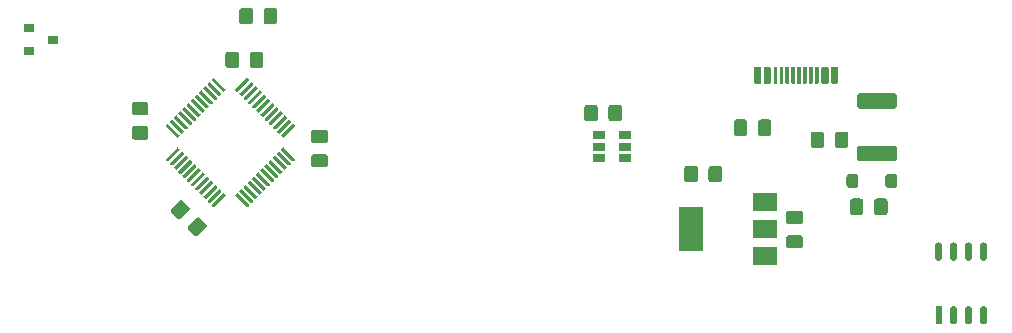
<source format=gbr>
G04 #@! TF.GenerationSoftware,KiCad,Pcbnew,(5.1.5)-3*
G04 #@! TF.CreationDate,2020-02-22T19:23:43-05:00*
G04 #@! TF.ProjectId,Dofleini-controller-STM32,446f666c-6569-46e6-992d-636f6e74726f,rev?*
G04 #@! TF.SameCoordinates,Original*
G04 #@! TF.FileFunction,Paste,Top*
G04 #@! TF.FilePolarity,Positive*
%FSLAX46Y46*%
G04 Gerber Fmt 4.6, Leading zero omitted, Abs format (unit mm)*
G04 Created by KiCad (PCBNEW (5.1.5)-3) date 2020-02-22 19:23:43*
%MOMM*%
%LPD*%
G04 APERTURE LIST*
%ADD10C,0.100000*%
%ADD11R,0.900000X0.800000*%
%ADD12R,0.600000X1.550000*%
%ADD13R,2.000000X1.500000*%
%ADD14R,2.000000X3.800000*%
%ADD15R,1.060000X0.650000*%
G04 APERTURE END LIST*
D10*
G36*
X-30315495Y8938796D02*
G01*
X-30291227Y8935196D01*
X-30267428Y8929235D01*
X-30244329Y8920970D01*
X-30222150Y8910480D01*
X-30201107Y8897868D01*
X-30181401Y8883253D01*
X-30163223Y8866777D01*
X-30146747Y8848599D01*
X-30132132Y8828893D01*
X-30119520Y8807850D01*
X-30109030Y8785671D01*
X-30100765Y8762572D01*
X-30094804Y8738773D01*
X-30091204Y8714505D01*
X-30090000Y8690001D01*
X-30090000Y8039999D01*
X-30091204Y8015495D01*
X-30094804Y7991227D01*
X-30100765Y7967428D01*
X-30109030Y7944329D01*
X-30119520Y7922150D01*
X-30132132Y7901107D01*
X-30146747Y7881401D01*
X-30163223Y7863223D01*
X-30181401Y7846747D01*
X-30201107Y7832132D01*
X-30222150Y7819520D01*
X-30244329Y7809030D01*
X-30267428Y7800765D01*
X-30291227Y7794804D01*
X-30315495Y7791204D01*
X-30339999Y7790000D01*
X-31240001Y7790000D01*
X-31264505Y7791204D01*
X-31288773Y7794804D01*
X-31312572Y7800765D01*
X-31335671Y7809030D01*
X-31357850Y7819520D01*
X-31378893Y7832132D01*
X-31398599Y7846747D01*
X-31416777Y7863223D01*
X-31433253Y7881401D01*
X-31447868Y7901107D01*
X-31460480Y7922150D01*
X-31470970Y7944329D01*
X-31479235Y7967428D01*
X-31485196Y7991227D01*
X-31488796Y8015495D01*
X-31490000Y8039999D01*
X-31490000Y8690001D01*
X-31488796Y8714505D01*
X-31485196Y8738773D01*
X-31479235Y8762572D01*
X-31470970Y8785671D01*
X-31460480Y8807850D01*
X-31447868Y8828893D01*
X-31433253Y8848599D01*
X-31416777Y8866777D01*
X-31398599Y8883253D01*
X-31378893Y8897868D01*
X-31357850Y8910480D01*
X-31335671Y8920970D01*
X-31312572Y8929235D01*
X-31288773Y8935196D01*
X-31264505Y8938796D01*
X-31240001Y8940000D01*
X-30339999Y8940000D01*
X-30315495Y8938796D01*
G37*
G36*
X-30315495Y6888796D02*
G01*
X-30291227Y6885196D01*
X-30267428Y6879235D01*
X-30244329Y6870970D01*
X-30222150Y6860480D01*
X-30201107Y6847868D01*
X-30181401Y6833253D01*
X-30163223Y6816777D01*
X-30146747Y6798599D01*
X-30132132Y6778893D01*
X-30119520Y6757850D01*
X-30109030Y6735671D01*
X-30100765Y6712572D01*
X-30094804Y6688773D01*
X-30091204Y6664505D01*
X-30090000Y6640001D01*
X-30090000Y5989999D01*
X-30091204Y5965495D01*
X-30094804Y5941227D01*
X-30100765Y5917428D01*
X-30109030Y5894329D01*
X-30119520Y5872150D01*
X-30132132Y5851107D01*
X-30146747Y5831401D01*
X-30163223Y5813223D01*
X-30181401Y5796747D01*
X-30201107Y5782132D01*
X-30222150Y5769520D01*
X-30244329Y5759030D01*
X-30267428Y5750765D01*
X-30291227Y5744804D01*
X-30315495Y5741204D01*
X-30339999Y5740000D01*
X-31240001Y5740000D01*
X-31264505Y5741204D01*
X-31288773Y5744804D01*
X-31312572Y5750765D01*
X-31335671Y5759030D01*
X-31357850Y5769520D01*
X-31378893Y5782132D01*
X-31398599Y5796747D01*
X-31416777Y5813223D01*
X-31433253Y5831401D01*
X-31447868Y5851107D01*
X-31460480Y5872150D01*
X-31470970Y5894329D01*
X-31479235Y5917428D01*
X-31485196Y5941227D01*
X-31488796Y5965495D01*
X-31490000Y5989999D01*
X-31490000Y6640001D01*
X-31488796Y6664505D01*
X-31485196Y6688773D01*
X-31479235Y6712572D01*
X-31470970Y6735671D01*
X-31460480Y6757850D01*
X-31447868Y6778893D01*
X-31433253Y6798599D01*
X-31416777Y6816777D01*
X-31398599Y6833253D01*
X-31378893Y6847868D01*
X-31357850Y6860480D01*
X-31335671Y6870970D01*
X-31312572Y6879235D01*
X-31288773Y6885196D01*
X-31264505Y6888796D01*
X-31240001Y6890000D01*
X-30339999Y6890000D01*
X-30315495Y6888796D01*
G37*
G36*
X28154703Y11919278D02*
G01*
X28169264Y11917118D01*
X28183543Y11913541D01*
X28197403Y11908582D01*
X28210710Y11902288D01*
X28223336Y11894720D01*
X28235159Y11885952D01*
X28246066Y11876066D01*
X28255952Y11865159D01*
X28264720Y11853336D01*
X28272288Y11840710D01*
X28278582Y11827403D01*
X28283541Y11813543D01*
X28287118Y11799264D01*
X28289278Y11784703D01*
X28290000Y11770000D01*
X28290000Y10620000D01*
X28289278Y10605297D01*
X28287118Y10590736D01*
X28283541Y10576457D01*
X28278582Y10562597D01*
X28272288Y10549290D01*
X28264720Y10536664D01*
X28255952Y10524841D01*
X28246066Y10513934D01*
X28235159Y10504048D01*
X28223336Y10495280D01*
X28210710Y10487712D01*
X28197403Y10481418D01*
X28183543Y10476459D01*
X28169264Y10472882D01*
X28154703Y10470722D01*
X28140000Y10470000D01*
X27840000Y10470000D01*
X27825297Y10470722D01*
X27810736Y10472882D01*
X27796457Y10476459D01*
X27782597Y10481418D01*
X27769290Y10487712D01*
X27756664Y10495280D01*
X27744841Y10504048D01*
X27733934Y10513934D01*
X27724048Y10524841D01*
X27715280Y10536664D01*
X27707712Y10549290D01*
X27701418Y10562597D01*
X27696459Y10576457D01*
X27692882Y10590736D01*
X27690722Y10605297D01*
X27690000Y10620000D01*
X27690000Y11770000D01*
X27690722Y11784703D01*
X27692882Y11799264D01*
X27696459Y11813543D01*
X27701418Y11827403D01*
X27707712Y11840710D01*
X27715280Y11853336D01*
X27724048Y11865159D01*
X27733934Y11876066D01*
X27744841Y11885952D01*
X27756664Y11894720D01*
X27769290Y11902288D01*
X27782597Y11908582D01*
X27796457Y11913541D01*
X27810736Y11917118D01*
X27825297Y11919278D01*
X27840000Y11920000D01*
X28140000Y11920000D01*
X28154703Y11919278D01*
G37*
G36*
X26572351Y11919639D02*
G01*
X26579632Y11918559D01*
X26586771Y11916771D01*
X26593701Y11914291D01*
X26600355Y11911144D01*
X26606668Y11907360D01*
X26612579Y11902976D01*
X26618033Y11898033D01*
X26622976Y11892579D01*
X26627360Y11886668D01*
X26631144Y11880355D01*
X26634291Y11873701D01*
X26636771Y11866771D01*
X26638559Y11859632D01*
X26639639Y11852351D01*
X26640000Y11845000D01*
X26640000Y10545000D01*
X26639639Y10537649D01*
X26638559Y10530368D01*
X26636771Y10523229D01*
X26634291Y10516299D01*
X26631144Y10509645D01*
X26627360Y10503332D01*
X26622976Y10497421D01*
X26618033Y10491967D01*
X26612579Y10487024D01*
X26606668Y10482640D01*
X26600355Y10478856D01*
X26593701Y10475709D01*
X26586771Y10473229D01*
X26579632Y10471441D01*
X26572351Y10470361D01*
X26565000Y10470000D01*
X26415000Y10470000D01*
X26407649Y10470361D01*
X26400368Y10471441D01*
X26393229Y10473229D01*
X26386299Y10475709D01*
X26379645Y10478856D01*
X26373332Y10482640D01*
X26367421Y10487024D01*
X26361967Y10491967D01*
X26357024Y10497421D01*
X26352640Y10503332D01*
X26348856Y10509645D01*
X26345709Y10516299D01*
X26343229Y10523229D01*
X26341441Y10530368D01*
X26340361Y10537649D01*
X26340000Y10545000D01*
X26340000Y11845000D01*
X26340361Y11852351D01*
X26341441Y11859632D01*
X26343229Y11866771D01*
X26345709Y11873701D01*
X26348856Y11880355D01*
X26352640Y11886668D01*
X26357024Y11892579D01*
X26361967Y11898033D01*
X26367421Y11902976D01*
X26373332Y11907360D01*
X26379645Y11911144D01*
X26386299Y11914291D01*
X26393229Y11916771D01*
X26400368Y11918559D01*
X26407649Y11919639D01*
X26415000Y11920000D01*
X26565000Y11920000D01*
X26572351Y11919639D01*
G37*
G36*
X26072351Y11919639D02*
G01*
X26079632Y11918559D01*
X26086771Y11916771D01*
X26093701Y11914291D01*
X26100355Y11911144D01*
X26106668Y11907360D01*
X26112579Y11902976D01*
X26118033Y11898033D01*
X26122976Y11892579D01*
X26127360Y11886668D01*
X26131144Y11880355D01*
X26134291Y11873701D01*
X26136771Y11866771D01*
X26138559Y11859632D01*
X26139639Y11852351D01*
X26140000Y11845000D01*
X26140000Y10545000D01*
X26139639Y10537649D01*
X26138559Y10530368D01*
X26136771Y10523229D01*
X26134291Y10516299D01*
X26131144Y10509645D01*
X26127360Y10503332D01*
X26122976Y10497421D01*
X26118033Y10491967D01*
X26112579Y10487024D01*
X26106668Y10482640D01*
X26100355Y10478856D01*
X26093701Y10475709D01*
X26086771Y10473229D01*
X26079632Y10471441D01*
X26072351Y10470361D01*
X26065000Y10470000D01*
X25915000Y10470000D01*
X25907649Y10470361D01*
X25900368Y10471441D01*
X25893229Y10473229D01*
X25886299Y10475709D01*
X25879645Y10478856D01*
X25873332Y10482640D01*
X25867421Y10487024D01*
X25861967Y10491967D01*
X25857024Y10497421D01*
X25852640Y10503332D01*
X25848856Y10509645D01*
X25845709Y10516299D01*
X25843229Y10523229D01*
X25841441Y10530368D01*
X25840361Y10537649D01*
X25840000Y10545000D01*
X25840000Y11845000D01*
X25840361Y11852351D01*
X25841441Y11859632D01*
X25843229Y11866771D01*
X25845709Y11873701D01*
X25848856Y11880355D01*
X25852640Y11886668D01*
X25857024Y11892579D01*
X25861967Y11898033D01*
X25867421Y11902976D01*
X25873332Y11907360D01*
X25879645Y11911144D01*
X25886299Y11914291D01*
X25893229Y11916771D01*
X25900368Y11918559D01*
X25907649Y11919639D01*
X25915000Y11920000D01*
X26065000Y11920000D01*
X26072351Y11919639D01*
G37*
G36*
X25572351Y11919639D02*
G01*
X25579632Y11918559D01*
X25586771Y11916771D01*
X25593701Y11914291D01*
X25600355Y11911144D01*
X25606668Y11907360D01*
X25612579Y11902976D01*
X25618033Y11898033D01*
X25622976Y11892579D01*
X25627360Y11886668D01*
X25631144Y11880355D01*
X25634291Y11873701D01*
X25636771Y11866771D01*
X25638559Y11859632D01*
X25639639Y11852351D01*
X25640000Y11845000D01*
X25640000Y10545000D01*
X25639639Y10537649D01*
X25638559Y10530368D01*
X25636771Y10523229D01*
X25634291Y10516299D01*
X25631144Y10509645D01*
X25627360Y10503332D01*
X25622976Y10497421D01*
X25618033Y10491967D01*
X25612579Y10487024D01*
X25606668Y10482640D01*
X25600355Y10478856D01*
X25593701Y10475709D01*
X25586771Y10473229D01*
X25579632Y10471441D01*
X25572351Y10470361D01*
X25565000Y10470000D01*
X25415000Y10470000D01*
X25407649Y10470361D01*
X25400368Y10471441D01*
X25393229Y10473229D01*
X25386299Y10475709D01*
X25379645Y10478856D01*
X25373332Y10482640D01*
X25367421Y10487024D01*
X25361967Y10491967D01*
X25357024Y10497421D01*
X25352640Y10503332D01*
X25348856Y10509645D01*
X25345709Y10516299D01*
X25343229Y10523229D01*
X25341441Y10530368D01*
X25340361Y10537649D01*
X25340000Y10545000D01*
X25340000Y11845000D01*
X25340361Y11852351D01*
X25341441Y11859632D01*
X25343229Y11866771D01*
X25345709Y11873701D01*
X25348856Y11880355D01*
X25352640Y11886668D01*
X25357024Y11892579D01*
X25361967Y11898033D01*
X25367421Y11902976D01*
X25373332Y11907360D01*
X25379645Y11911144D01*
X25386299Y11914291D01*
X25393229Y11916771D01*
X25400368Y11918559D01*
X25407649Y11919639D01*
X25415000Y11920000D01*
X25565000Y11920000D01*
X25572351Y11919639D01*
G37*
G36*
X25076351Y11919639D02*
G01*
X25083632Y11918559D01*
X25090771Y11916771D01*
X25097701Y11914291D01*
X25104355Y11911144D01*
X25110668Y11907360D01*
X25116579Y11902976D01*
X25122033Y11898033D01*
X25126976Y11892579D01*
X25131360Y11886668D01*
X25135144Y11880355D01*
X25138291Y11873701D01*
X25140771Y11866771D01*
X25142559Y11859632D01*
X25143639Y11852351D01*
X25144000Y11845000D01*
X25144000Y10545000D01*
X25143639Y10537649D01*
X25142559Y10530368D01*
X25140771Y10523229D01*
X25138291Y10516299D01*
X25135144Y10509645D01*
X25131360Y10503332D01*
X25126976Y10497421D01*
X25122033Y10491967D01*
X25116579Y10487024D01*
X25110668Y10482640D01*
X25104355Y10478856D01*
X25097701Y10475709D01*
X25090771Y10473229D01*
X25083632Y10471441D01*
X25076351Y10470361D01*
X25069000Y10470000D01*
X24919000Y10470000D01*
X24911649Y10470361D01*
X24904368Y10471441D01*
X24897229Y10473229D01*
X24890299Y10475709D01*
X24883645Y10478856D01*
X24877332Y10482640D01*
X24871421Y10487024D01*
X24865967Y10491967D01*
X24861024Y10497421D01*
X24856640Y10503332D01*
X24852856Y10509645D01*
X24849709Y10516299D01*
X24847229Y10523229D01*
X24845441Y10530368D01*
X24844361Y10537649D01*
X24844000Y10545000D01*
X24844000Y11845000D01*
X24844361Y11852351D01*
X24845441Y11859632D01*
X24847229Y11866771D01*
X24849709Y11873701D01*
X24852856Y11880355D01*
X24856640Y11886668D01*
X24861024Y11892579D01*
X24865967Y11898033D01*
X24871421Y11902976D01*
X24877332Y11907360D01*
X24883645Y11911144D01*
X24890299Y11914291D01*
X24897229Y11916771D01*
X24904368Y11918559D01*
X24911649Y11919639D01*
X24919000Y11920000D01*
X25069000Y11920000D01*
X25076351Y11919639D01*
G37*
G36*
X23072351Y11919639D02*
G01*
X23079632Y11918559D01*
X23086771Y11916771D01*
X23093701Y11914291D01*
X23100355Y11911144D01*
X23106668Y11907360D01*
X23112579Y11902976D01*
X23118033Y11898033D01*
X23122976Y11892579D01*
X23127360Y11886668D01*
X23131144Y11880355D01*
X23134291Y11873701D01*
X23136771Y11866771D01*
X23138559Y11859632D01*
X23139639Y11852351D01*
X23140000Y11845000D01*
X23140000Y10545000D01*
X23139639Y10537649D01*
X23138559Y10530368D01*
X23136771Y10523229D01*
X23134291Y10516299D01*
X23131144Y10509645D01*
X23127360Y10503332D01*
X23122976Y10497421D01*
X23118033Y10491967D01*
X23112579Y10487024D01*
X23106668Y10482640D01*
X23100355Y10478856D01*
X23093701Y10475709D01*
X23086771Y10473229D01*
X23079632Y10471441D01*
X23072351Y10470361D01*
X23065000Y10470000D01*
X22915000Y10470000D01*
X22907649Y10470361D01*
X22900368Y10471441D01*
X22893229Y10473229D01*
X22886299Y10475709D01*
X22879645Y10478856D01*
X22873332Y10482640D01*
X22867421Y10487024D01*
X22861967Y10491967D01*
X22857024Y10497421D01*
X22852640Y10503332D01*
X22848856Y10509645D01*
X22845709Y10516299D01*
X22843229Y10523229D01*
X22841441Y10530368D01*
X22840361Y10537649D01*
X22840000Y10545000D01*
X22840000Y11845000D01*
X22840361Y11852351D01*
X22841441Y11859632D01*
X22843229Y11866771D01*
X22845709Y11873701D01*
X22848856Y11880355D01*
X22852640Y11886668D01*
X22857024Y11892579D01*
X22861967Y11898033D01*
X22867421Y11902976D01*
X22873332Y11907360D01*
X22879645Y11911144D01*
X22886299Y11914291D01*
X22893229Y11916771D01*
X22900368Y11918559D01*
X22907649Y11919639D01*
X22915000Y11920000D01*
X23065000Y11920000D01*
X23072351Y11919639D01*
G37*
G36*
X23572351Y11919639D02*
G01*
X23579632Y11918559D01*
X23586771Y11916771D01*
X23593701Y11914291D01*
X23600355Y11911144D01*
X23606668Y11907360D01*
X23612579Y11902976D01*
X23618033Y11898033D01*
X23622976Y11892579D01*
X23627360Y11886668D01*
X23631144Y11880355D01*
X23634291Y11873701D01*
X23636771Y11866771D01*
X23638559Y11859632D01*
X23639639Y11852351D01*
X23640000Y11845000D01*
X23640000Y10545000D01*
X23639639Y10537649D01*
X23638559Y10530368D01*
X23636771Y10523229D01*
X23634291Y10516299D01*
X23631144Y10509645D01*
X23627360Y10503332D01*
X23622976Y10497421D01*
X23618033Y10491967D01*
X23612579Y10487024D01*
X23606668Y10482640D01*
X23600355Y10478856D01*
X23593701Y10475709D01*
X23586771Y10473229D01*
X23579632Y10471441D01*
X23572351Y10470361D01*
X23565000Y10470000D01*
X23415000Y10470000D01*
X23407649Y10470361D01*
X23400368Y10471441D01*
X23393229Y10473229D01*
X23386299Y10475709D01*
X23379645Y10478856D01*
X23373332Y10482640D01*
X23367421Y10487024D01*
X23361967Y10491967D01*
X23357024Y10497421D01*
X23352640Y10503332D01*
X23348856Y10509645D01*
X23345709Y10516299D01*
X23343229Y10523229D01*
X23341441Y10530368D01*
X23340361Y10537649D01*
X23340000Y10545000D01*
X23340000Y11845000D01*
X23340361Y11852351D01*
X23341441Y11859632D01*
X23343229Y11866771D01*
X23345709Y11873701D01*
X23348856Y11880355D01*
X23352640Y11886668D01*
X23357024Y11892579D01*
X23361967Y11898033D01*
X23367421Y11902976D01*
X23373332Y11907360D01*
X23379645Y11911144D01*
X23386299Y11914291D01*
X23393229Y11916771D01*
X23400368Y11918559D01*
X23407649Y11919639D01*
X23415000Y11920000D01*
X23565000Y11920000D01*
X23572351Y11919639D01*
G37*
G36*
X24072351Y11919639D02*
G01*
X24079632Y11918559D01*
X24086771Y11916771D01*
X24093701Y11914291D01*
X24100355Y11911144D01*
X24106668Y11907360D01*
X24112579Y11902976D01*
X24118033Y11898033D01*
X24122976Y11892579D01*
X24127360Y11886668D01*
X24131144Y11880355D01*
X24134291Y11873701D01*
X24136771Y11866771D01*
X24138559Y11859632D01*
X24139639Y11852351D01*
X24140000Y11845000D01*
X24140000Y10545000D01*
X24139639Y10537649D01*
X24138559Y10530368D01*
X24136771Y10523229D01*
X24134291Y10516299D01*
X24131144Y10509645D01*
X24127360Y10503332D01*
X24122976Y10497421D01*
X24118033Y10491967D01*
X24112579Y10487024D01*
X24106668Y10482640D01*
X24100355Y10478856D01*
X24093701Y10475709D01*
X24086771Y10473229D01*
X24079632Y10471441D01*
X24072351Y10470361D01*
X24065000Y10470000D01*
X23915000Y10470000D01*
X23907649Y10470361D01*
X23900368Y10471441D01*
X23893229Y10473229D01*
X23886299Y10475709D01*
X23879645Y10478856D01*
X23873332Y10482640D01*
X23867421Y10487024D01*
X23861967Y10491967D01*
X23857024Y10497421D01*
X23852640Y10503332D01*
X23848856Y10509645D01*
X23845709Y10516299D01*
X23843229Y10523229D01*
X23841441Y10530368D01*
X23840361Y10537649D01*
X23840000Y10545000D01*
X23840000Y11845000D01*
X23840361Y11852351D01*
X23841441Y11859632D01*
X23843229Y11866771D01*
X23845709Y11873701D01*
X23848856Y11880355D01*
X23852640Y11886668D01*
X23857024Y11892579D01*
X23861967Y11898033D01*
X23867421Y11902976D01*
X23873332Y11907360D01*
X23879645Y11911144D01*
X23886299Y11914291D01*
X23893229Y11916771D01*
X23900368Y11918559D01*
X23907649Y11919639D01*
X23915000Y11920000D01*
X24065000Y11920000D01*
X24072351Y11919639D01*
G37*
G36*
X24572351Y11919639D02*
G01*
X24579632Y11918559D01*
X24586771Y11916771D01*
X24593701Y11914291D01*
X24600355Y11911144D01*
X24606668Y11907360D01*
X24612579Y11902976D01*
X24618033Y11898033D01*
X24622976Y11892579D01*
X24627360Y11886668D01*
X24631144Y11880355D01*
X24634291Y11873701D01*
X24636771Y11866771D01*
X24638559Y11859632D01*
X24639639Y11852351D01*
X24640000Y11845000D01*
X24640000Y10545000D01*
X24639639Y10537649D01*
X24638559Y10530368D01*
X24636771Y10523229D01*
X24634291Y10516299D01*
X24631144Y10509645D01*
X24627360Y10503332D01*
X24622976Y10497421D01*
X24618033Y10491967D01*
X24612579Y10487024D01*
X24606668Y10482640D01*
X24600355Y10478856D01*
X24593701Y10475709D01*
X24586771Y10473229D01*
X24579632Y10471441D01*
X24572351Y10470361D01*
X24565000Y10470000D01*
X24415000Y10470000D01*
X24407649Y10470361D01*
X24400368Y10471441D01*
X24393229Y10473229D01*
X24386299Y10475709D01*
X24379645Y10478856D01*
X24373332Y10482640D01*
X24367421Y10487024D01*
X24361967Y10491967D01*
X24357024Y10497421D01*
X24352640Y10503332D01*
X24348856Y10509645D01*
X24345709Y10516299D01*
X24343229Y10523229D01*
X24341441Y10530368D01*
X24340361Y10537649D01*
X24340000Y10545000D01*
X24340000Y11845000D01*
X24340361Y11852351D01*
X24341441Y11859632D01*
X24343229Y11866771D01*
X24345709Y11873701D01*
X24348856Y11880355D01*
X24352640Y11886668D01*
X24357024Y11892579D01*
X24361967Y11898033D01*
X24367421Y11902976D01*
X24373332Y11907360D01*
X24379645Y11911144D01*
X24386299Y11914291D01*
X24393229Y11916771D01*
X24400368Y11918559D01*
X24407649Y11919639D01*
X24415000Y11920000D01*
X24565000Y11920000D01*
X24572351Y11919639D01*
G37*
G36*
X27354703Y11919278D02*
G01*
X27369264Y11917118D01*
X27383543Y11913541D01*
X27397403Y11908582D01*
X27410710Y11902288D01*
X27423336Y11894720D01*
X27435159Y11885952D01*
X27446066Y11876066D01*
X27455952Y11865159D01*
X27464720Y11853336D01*
X27472288Y11840710D01*
X27478582Y11827403D01*
X27483541Y11813543D01*
X27487118Y11799264D01*
X27489278Y11784703D01*
X27490000Y11770000D01*
X27490000Y10620000D01*
X27489278Y10605297D01*
X27487118Y10590736D01*
X27483541Y10576457D01*
X27478582Y10562597D01*
X27472288Y10549290D01*
X27464720Y10536664D01*
X27455952Y10524841D01*
X27446066Y10513934D01*
X27435159Y10504048D01*
X27423336Y10495280D01*
X27410710Y10487712D01*
X27397403Y10481418D01*
X27383543Y10476459D01*
X27369264Y10472882D01*
X27354703Y10470722D01*
X27340000Y10470000D01*
X27040000Y10470000D01*
X27025297Y10470722D01*
X27010736Y10472882D01*
X26996457Y10476459D01*
X26982597Y10481418D01*
X26969290Y10487712D01*
X26956664Y10495280D01*
X26944841Y10504048D01*
X26933934Y10513934D01*
X26924048Y10524841D01*
X26915280Y10536664D01*
X26907712Y10549290D01*
X26901418Y10562597D01*
X26896459Y10576457D01*
X26892882Y10590736D01*
X26890722Y10605297D01*
X26890000Y10620000D01*
X26890000Y11770000D01*
X26890722Y11784703D01*
X26892882Y11799264D01*
X26896459Y11813543D01*
X26901418Y11827403D01*
X26907712Y11840710D01*
X26915280Y11853336D01*
X26924048Y11865159D01*
X26933934Y11876066D01*
X26944841Y11885952D01*
X26956664Y11894720D01*
X26969290Y11902288D01*
X26982597Y11908582D01*
X26996457Y11913541D01*
X27010736Y11917118D01*
X27025297Y11919278D01*
X27040000Y11920000D01*
X27340000Y11920000D01*
X27354703Y11919278D01*
G37*
G36*
X21654703Y11919278D02*
G01*
X21669264Y11917118D01*
X21683543Y11913541D01*
X21697403Y11908582D01*
X21710710Y11902288D01*
X21723336Y11894720D01*
X21735159Y11885952D01*
X21746066Y11876066D01*
X21755952Y11865159D01*
X21764720Y11853336D01*
X21772288Y11840710D01*
X21778582Y11827403D01*
X21783541Y11813543D01*
X21787118Y11799264D01*
X21789278Y11784703D01*
X21790000Y11770000D01*
X21790000Y10620000D01*
X21789278Y10605297D01*
X21787118Y10590736D01*
X21783541Y10576457D01*
X21778582Y10562597D01*
X21772288Y10549290D01*
X21764720Y10536664D01*
X21755952Y10524841D01*
X21746066Y10513934D01*
X21735159Y10504048D01*
X21723336Y10495280D01*
X21710710Y10487712D01*
X21697403Y10481418D01*
X21683543Y10476459D01*
X21669264Y10472882D01*
X21654703Y10470722D01*
X21640000Y10470000D01*
X21340000Y10470000D01*
X21325297Y10470722D01*
X21310736Y10472882D01*
X21296457Y10476459D01*
X21282597Y10481418D01*
X21269290Y10487712D01*
X21256664Y10495280D01*
X21244841Y10504048D01*
X21233934Y10513934D01*
X21224048Y10524841D01*
X21215280Y10536664D01*
X21207712Y10549290D01*
X21201418Y10562597D01*
X21196459Y10576457D01*
X21192882Y10590736D01*
X21190722Y10605297D01*
X21190000Y10620000D01*
X21190000Y11770000D01*
X21190722Y11784703D01*
X21192882Y11799264D01*
X21196459Y11813543D01*
X21201418Y11827403D01*
X21207712Y11840710D01*
X21215280Y11853336D01*
X21224048Y11865159D01*
X21233934Y11876066D01*
X21244841Y11885952D01*
X21256664Y11894720D01*
X21269290Y11902288D01*
X21282597Y11908582D01*
X21296457Y11913541D01*
X21310736Y11917118D01*
X21325297Y11919278D01*
X21340000Y11920000D01*
X21640000Y11920000D01*
X21654703Y11919278D01*
G37*
G36*
X22454703Y11919278D02*
G01*
X22469264Y11917118D01*
X22483543Y11913541D01*
X22497403Y11908582D01*
X22510710Y11902288D01*
X22523336Y11894720D01*
X22535159Y11885952D01*
X22546066Y11876066D01*
X22555952Y11865159D01*
X22564720Y11853336D01*
X22572288Y11840710D01*
X22578582Y11827403D01*
X22583541Y11813543D01*
X22587118Y11799264D01*
X22589278Y11784703D01*
X22590000Y11770000D01*
X22590000Y10620000D01*
X22589278Y10605297D01*
X22587118Y10590736D01*
X22583541Y10576457D01*
X22578582Y10562597D01*
X22572288Y10549290D01*
X22564720Y10536664D01*
X22555952Y10524841D01*
X22546066Y10513934D01*
X22535159Y10504048D01*
X22523336Y10495280D01*
X22510710Y10487712D01*
X22497403Y10481418D01*
X22483543Y10476459D01*
X22469264Y10472882D01*
X22454703Y10470722D01*
X22440000Y10470000D01*
X22140000Y10470000D01*
X22125297Y10470722D01*
X22110736Y10472882D01*
X22096457Y10476459D01*
X22082597Y10481418D01*
X22069290Y10487712D01*
X22056664Y10495280D01*
X22044841Y10504048D01*
X22033934Y10513934D01*
X22024048Y10524841D01*
X22015280Y10536664D01*
X22007712Y10549290D01*
X22001418Y10562597D01*
X21996459Y10576457D01*
X21992882Y10590736D01*
X21990722Y10605297D01*
X21990000Y10620000D01*
X21990000Y11770000D01*
X21990722Y11784703D01*
X21992882Y11799264D01*
X21996459Y11813543D01*
X22001418Y11827403D01*
X22007712Y11840710D01*
X22015280Y11853336D01*
X22024048Y11865159D01*
X22033934Y11876066D01*
X22044841Y11885952D01*
X22056664Y11894720D01*
X22069290Y11902288D01*
X22082597Y11908582D01*
X22096457Y11913541D01*
X22110736Y11917118D01*
X22125297Y11919278D01*
X22140000Y11920000D01*
X22440000Y11920000D01*
X22454703Y11919278D01*
G37*
G36*
X25084505Y-2321204D02*
G01*
X25108773Y-2324804D01*
X25132572Y-2330765D01*
X25155671Y-2339030D01*
X25177850Y-2349520D01*
X25198893Y-2362132D01*
X25218599Y-2376747D01*
X25236777Y-2393223D01*
X25253253Y-2411401D01*
X25267868Y-2431107D01*
X25280480Y-2452150D01*
X25290970Y-2474329D01*
X25299235Y-2497428D01*
X25305196Y-2521227D01*
X25308796Y-2545495D01*
X25310000Y-2569999D01*
X25310000Y-3220001D01*
X25308796Y-3244505D01*
X25305196Y-3268773D01*
X25299235Y-3292572D01*
X25290970Y-3315671D01*
X25280480Y-3337850D01*
X25267868Y-3358893D01*
X25253253Y-3378599D01*
X25236777Y-3396777D01*
X25218599Y-3413253D01*
X25198893Y-3427868D01*
X25177850Y-3440480D01*
X25155671Y-3450970D01*
X25132572Y-3459235D01*
X25108773Y-3465196D01*
X25084505Y-3468796D01*
X25060001Y-3470000D01*
X24159999Y-3470000D01*
X24135495Y-3468796D01*
X24111227Y-3465196D01*
X24087428Y-3459235D01*
X24064329Y-3450970D01*
X24042150Y-3440480D01*
X24021107Y-3427868D01*
X24001401Y-3413253D01*
X23983223Y-3396777D01*
X23966747Y-3378599D01*
X23952132Y-3358893D01*
X23939520Y-3337850D01*
X23929030Y-3315671D01*
X23920765Y-3292572D01*
X23914804Y-3268773D01*
X23911204Y-3244505D01*
X23910000Y-3220001D01*
X23910000Y-2569999D01*
X23911204Y-2545495D01*
X23914804Y-2521227D01*
X23920765Y-2497428D01*
X23929030Y-2474329D01*
X23939520Y-2452150D01*
X23952132Y-2431107D01*
X23966747Y-2411401D01*
X23983223Y-2393223D01*
X24001401Y-2376747D01*
X24021107Y-2362132D01*
X24042150Y-2349520D01*
X24064329Y-2339030D01*
X24087428Y-2330765D01*
X24111227Y-2324804D01*
X24135495Y-2321204D01*
X24159999Y-2320000D01*
X25060001Y-2320000D01*
X25084505Y-2321204D01*
G37*
G36*
X25084505Y-271204D02*
G01*
X25108773Y-274804D01*
X25132572Y-280765D01*
X25155671Y-289030D01*
X25177850Y-299520D01*
X25198893Y-312132D01*
X25218599Y-326747D01*
X25236777Y-343223D01*
X25253253Y-361401D01*
X25267868Y-381107D01*
X25280480Y-402150D01*
X25290970Y-424329D01*
X25299235Y-447428D01*
X25305196Y-471227D01*
X25308796Y-495495D01*
X25310000Y-519999D01*
X25310000Y-1170001D01*
X25308796Y-1194505D01*
X25305196Y-1218773D01*
X25299235Y-1242572D01*
X25290970Y-1265671D01*
X25280480Y-1287850D01*
X25267868Y-1308893D01*
X25253253Y-1328599D01*
X25236777Y-1346777D01*
X25218599Y-1363253D01*
X25198893Y-1377868D01*
X25177850Y-1390480D01*
X25155671Y-1400970D01*
X25132572Y-1409235D01*
X25108773Y-1415196D01*
X25084505Y-1418796D01*
X25060001Y-1420000D01*
X24159999Y-1420000D01*
X24135495Y-1418796D01*
X24111227Y-1415196D01*
X24087428Y-1409235D01*
X24064329Y-1400970D01*
X24042150Y-1390480D01*
X24021107Y-1377868D01*
X24001401Y-1363253D01*
X23983223Y-1346777D01*
X23966747Y-1328599D01*
X23952132Y-1308893D01*
X23939520Y-1287850D01*
X23929030Y-1265671D01*
X23920765Y-1242572D01*
X23914804Y-1218773D01*
X23911204Y-1194505D01*
X23910000Y-1170001D01*
X23910000Y-519999D01*
X23911204Y-495495D01*
X23914804Y-471227D01*
X23920765Y-447428D01*
X23929030Y-424329D01*
X23939520Y-402150D01*
X23952132Y-381107D01*
X23966747Y-361401D01*
X23983223Y-343223D01*
X24001401Y-326747D01*
X24021107Y-312132D01*
X24042150Y-299520D01*
X24064329Y-289030D01*
X24087428Y-280765D01*
X24111227Y-274804D01*
X24135495Y-271204D01*
X24159999Y-270000D01*
X25060001Y-270000D01*
X25084505Y-271204D01*
G37*
G36*
X18249505Y3528796D02*
G01*
X18273773Y3525196D01*
X18297572Y3519235D01*
X18320671Y3510970D01*
X18342850Y3500480D01*
X18363893Y3487868D01*
X18383599Y3473253D01*
X18401777Y3456777D01*
X18418253Y3438599D01*
X18432868Y3418893D01*
X18445480Y3397850D01*
X18455970Y3375671D01*
X18464235Y3352572D01*
X18470196Y3328773D01*
X18473796Y3304505D01*
X18475000Y3280001D01*
X18475000Y2379999D01*
X18473796Y2355495D01*
X18470196Y2331227D01*
X18464235Y2307428D01*
X18455970Y2284329D01*
X18445480Y2262150D01*
X18432868Y2241107D01*
X18418253Y2221401D01*
X18401777Y2203223D01*
X18383599Y2186747D01*
X18363893Y2172132D01*
X18342850Y2159520D01*
X18320671Y2149030D01*
X18297572Y2140765D01*
X18273773Y2134804D01*
X18249505Y2131204D01*
X18225001Y2130000D01*
X17574999Y2130000D01*
X17550495Y2131204D01*
X17526227Y2134804D01*
X17502428Y2140765D01*
X17479329Y2149030D01*
X17457150Y2159520D01*
X17436107Y2172132D01*
X17416401Y2186747D01*
X17398223Y2203223D01*
X17381747Y2221401D01*
X17367132Y2241107D01*
X17354520Y2262150D01*
X17344030Y2284329D01*
X17335765Y2307428D01*
X17329804Y2331227D01*
X17326204Y2355495D01*
X17325000Y2379999D01*
X17325000Y3280001D01*
X17326204Y3304505D01*
X17329804Y3328773D01*
X17335765Y3352572D01*
X17344030Y3375671D01*
X17354520Y3397850D01*
X17367132Y3418893D01*
X17381747Y3438599D01*
X17398223Y3456777D01*
X17416401Y3473253D01*
X17436107Y3487868D01*
X17457150Y3500480D01*
X17479329Y3510970D01*
X17502428Y3519235D01*
X17526227Y3525196D01*
X17550495Y3528796D01*
X17574999Y3530000D01*
X18225001Y3530000D01*
X18249505Y3528796D01*
G37*
G36*
X16199505Y3528796D02*
G01*
X16223773Y3525196D01*
X16247572Y3519235D01*
X16270671Y3510970D01*
X16292850Y3500480D01*
X16313893Y3487868D01*
X16333599Y3473253D01*
X16351777Y3456777D01*
X16368253Y3438599D01*
X16382868Y3418893D01*
X16395480Y3397850D01*
X16405970Y3375671D01*
X16414235Y3352572D01*
X16420196Y3328773D01*
X16423796Y3304505D01*
X16425000Y3280001D01*
X16425000Y2379999D01*
X16423796Y2355495D01*
X16420196Y2331227D01*
X16414235Y2307428D01*
X16405970Y2284329D01*
X16395480Y2262150D01*
X16382868Y2241107D01*
X16368253Y2221401D01*
X16351777Y2203223D01*
X16333599Y2186747D01*
X16313893Y2172132D01*
X16292850Y2159520D01*
X16270671Y2149030D01*
X16247572Y2140765D01*
X16223773Y2134804D01*
X16199505Y2131204D01*
X16175001Y2130000D01*
X15524999Y2130000D01*
X15500495Y2131204D01*
X15476227Y2134804D01*
X15452428Y2140765D01*
X15429329Y2149030D01*
X15407150Y2159520D01*
X15386107Y2172132D01*
X15366401Y2186747D01*
X15348223Y2203223D01*
X15331747Y2221401D01*
X15317132Y2241107D01*
X15304520Y2262150D01*
X15294030Y2284329D01*
X15285765Y2307428D01*
X15279804Y2331227D01*
X15276204Y2355495D01*
X15275000Y2379999D01*
X15275000Y3280001D01*
X15276204Y3304505D01*
X15279804Y3328773D01*
X15285765Y3352572D01*
X15294030Y3375671D01*
X15304520Y3397850D01*
X15317132Y3418893D01*
X15331747Y3438599D01*
X15348223Y3456777D01*
X15366401Y3473253D01*
X15386107Y3487868D01*
X15407150Y3500480D01*
X15429329Y3510970D01*
X15452428Y3519235D01*
X15476227Y3525196D01*
X15500495Y3528796D01*
X15524999Y3530000D01*
X16175001Y3530000D01*
X16199505Y3528796D01*
G37*
G36*
X-20595495Y13198796D02*
G01*
X-20571227Y13195196D01*
X-20547428Y13189235D01*
X-20524329Y13180970D01*
X-20502150Y13170480D01*
X-20481107Y13157868D01*
X-20461401Y13143253D01*
X-20443223Y13126777D01*
X-20426747Y13108599D01*
X-20412132Y13088893D01*
X-20399520Y13067850D01*
X-20389030Y13045671D01*
X-20380765Y13022572D01*
X-20374804Y12998773D01*
X-20371204Y12974505D01*
X-20370000Y12950001D01*
X-20370000Y12049999D01*
X-20371204Y12025495D01*
X-20374804Y12001227D01*
X-20380765Y11977428D01*
X-20389030Y11954329D01*
X-20399520Y11932150D01*
X-20412132Y11911107D01*
X-20426747Y11891401D01*
X-20443223Y11873223D01*
X-20461401Y11856747D01*
X-20481107Y11842132D01*
X-20502150Y11829520D01*
X-20524329Y11819030D01*
X-20547428Y11810765D01*
X-20571227Y11804804D01*
X-20595495Y11801204D01*
X-20619999Y11800000D01*
X-21270001Y11800000D01*
X-21294505Y11801204D01*
X-21318773Y11804804D01*
X-21342572Y11810765D01*
X-21365671Y11819030D01*
X-21387850Y11829520D01*
X-21408893Y11842132D01*
X-21428599Y11856747D01*
X-21446777Y11873223D01*
X-21463253Y11891401D01*
X-21477868Y11911107D01*
X-21490480Y11932150D01*
X-21500970Y11954329D01*
X-21509235Y11977428D01*
X-21515196Y12001227D01*
X-21518796Y12025495D01*
X-21520000Y12049999D01*
X-21520000Y12950001D01*
X-21518796Y12974505D01*
X-21515196Y12998773D01*
X-21509235Y13022572D01*
X-21500970Y13045671D01*
X-21490480Y13067850D01*
X-21477868Y13088893D01*
X-21463253Y13108599D01*
X-21446777Y13126777D01*
X-21428599Y13143253D01*
X-21408893Y13157868D01*
X-21387850Y13170480D01*
X-21365671Y13180970D01*
X-21342572Y13189235D01*
X-21318773Y13195196D01*
X-21294505Y13198796D01*
X-21270001Y13200000D01*
X-20619999Y13200000D01*
X-20595495Y13198796D01*
G37*
G36*
X-22645495Y13198796D02*
G01*
X-22621227Y13195196D01*
X-22597428Y13189235D01*
X-22574329Y13180970D01*
X-22552150Y13170480D01*
X-22531107Y13157868D01*
X-22511401Y13143253D01*
X-22493223Y13126777D01*
X-22476747Y13108599D01*
X-22462132Y13088893D01*
X-22449520Y13067850D01*
X-22439030Y13045671D01*
X-22430765Y13022572D01*
X-22424804Y12998773D01*
X-22421204Y12974505D01*
X-22420000Y12950001D01*
X-22420000Y12049999D01*
X-22421204Y12025495D01*
X-22424804Y12001227D01*
X-22430765Y11977428D01*
X-22439030Y11954329D01*
X-22449520Y11932150D01*
X-22462132Y11911107D01*
X-22476747Y11891401D01*
X-22493223Y11873223D01*
X-22511401Y11856747D01*
X-22531107Y11842132D01*
X-22552150Y11829520D01*
X-22574329Y11819030D01*
X-22597428Y11810765D01*
X-22621227Y11804804D01*
X-22645495Y11801204D01*
X-22669999Y11800000D01*
X-23320001Y11800000D01*
X-23344505Y11801204D01*
X-23368773Y11804804D01*
X-23392572Y11810765D01*
X-23415671Y11819030D01*
X-23437850Y11829520D01*
X-23458893Y11842132D01*
X-23478599Y11856747D01*
X-23496777Y11873223D01*
X-23513253Y11891401D01*
X-23527868Y11911107D01*
X-23540480Y11932150D01*
X-23550970Y11954329D01*
X-23559235Y11977428D01*
X-23565196Y12001227D01*
X-23568796Y12025495D01*
X-23570000Y12049999D01*
X-23570000Y12950001D01*
X-23568796Y12974505D01*
X-23565196Y12998773D01*
X-23559235Y13022572D01*
X-23550970Y13045671D01*
X-23540480Y13067850D01*
X-23527868Y13088893D01*
X-23513253Y13108599D01*
X-23496777Y13126777D01*
X-23478599Y13143253D01*
X-23458893Y13157868D01*
X-23437850Y13170480D01*
X-23415671Y13180970D01*
X-23392572Y13189235D01*
X-23368773Y13195196D01*
X-23344505Y13198796D01*
X-23320001Y13200000D01*
X-22669999Y13200000D01*
X-22645495Y13198796D01*
G37*
G36*
X-27291892Y601588D02*
G01*
X-27267624Y597988D01*
X-27243825Y592027D01*
X-27220726Y583762D01*
X-27198547Y573272D01*
X-27177504Y560660D01*
X-27157798Y546045D01*
X-27139620Y529569D01*
X-26679999Y69948D01*
X-26663523Y51770D01*
X-26648908Y32064D01*
X-26636296Y11021D01*
X-26625806Y-11158D01*
X-26617541Y-34257D01*
X-26611580Y-58056D01*
X-26607980Y-82324D01*
X-26606776Y-106828D01*
X-26607980Y-131332D01*
X-26611580Y-155600D01*
X-26617541Y-179399D01*
X-26625806Y-202498D01*
X-26636296Y-224677D01*
X-26648908Y-245720D01*
X-26663523Y-265426D01*
X-26679999Y-283604D01*
X-27316396Y-920001D01*
X-27334574Y-936477D01*
X-27354280Y-951092D01*
X-27375323Y-963704D01*
X-27397502Y-974194D01*
X-27420601Y-982459D01*
X-27444400Y-988420D01*
X-27468668Y-992020D01*
X-27493172Y-993224D01*
X-27517676Y-992020D01*
X-27541944Y-988420D01*
X-27565743Y-982459D01*
X-27588842Y-974194D01*
X-27611021Y-963704D01*
X-27632064Y-951092D01*
X-27651770Y-936477D01*
X-27669948Y-920001D01*
X-28129569Y-460380D01*
X-28146045Y-442202D01*
X-28160660Y-422496D01*
X-28173272Y-401453D01*
X-28183762Y-379274D01*
X-28192027Y-356175D01*
X-28197988Y-332376D01*
X-28201588Y-308108D01*
X-28202792Y-283604D01*
X-28201588Y-259100D01*
X-28197988Y-234832D01*
X-28192027Y-211033D01*
X-28183762Y-187934D01*
X-28173272Y-165755D01*
X-28160660Y-144712D01*
X-28146045Y-125006D01*
X-28129569Y-106828D01*
X-27493172Y529569D01*
X-27474994Y546045D01*
X-27455288Y560660D01*
X-27434245Y573272D01*
X-27412066Y583762D01*
X-27388967Y592027D01*
X-27365168Y597988D01*
X-27340900Y601588D01*
X-27316396Y602792D01*
X-27291892Y601588D01*
G37*
G36*
X-25842324Y-847980D02*
G01*
X-25818056Y-851580D01*
X-25794257Y-857541D01*
X-25771158Y-865806D01*
X-25748979Y-876296D01*
X-25727936Y-888908D01*
X-25708230Y-903523D01*
X-25690052Y-919999D01*
X-25230431Y-1379620D01*
X-25213955Y-1397798D01*
X-25199340Y-1417504D01*
X-25186728Y-1438547D01*
X-25176238Y-1460726D01*
X-25167973Y-1483825D01*
X-25162012Y-1507624D01*
X-25158412Y-1531892D01*
X-25157208Y-1556396D01*
X-25158412Y-1580900D01*
X-25162012Y-1605168D01*
X-25167973Y-1628967D01*
X-25176238Y-1652066D01*
X-25186728Y-1674245D01*
X-25199340Y-1695288D01*
X-25213955Y-1714994D01*
X-25230431Y-1733172D01*
X-25866828Y-2369569D01*
X-25885006Y-2386045D01*
X-25904712Y-2400660D01*
X-25925755Y-2413272D01*
X-25947934Y-2423762D01*
X-25971033Y-2432027D01*
X-25994832Y-2437988D01*
X-26019100Y-2441588D01*
X-26043604Y-2442792D01*
X-26068108Y-2441588D01*
X-26092376Y-2437988D01*
X-26116175Y-2432027D01*
X-26139274Y-2423762D01*
X-26161453Y-2413272D01*
X-26182496Y-2400660D01*
X-26202202Y-2386045D01*
X-26220380Y-2369569D01*
X-26680001Y-1909948D01*
X-26696477Y-1891770D01*
X-26711092Y-1872064D01*
X-26723704Y-1851021D01*
X-26734194Y-1828842D01*
X-26742459Y-1805743D01*
X-26748420Y-1781944D01*
X-26752020Y-1757676D01*
X-26753224Y-1733172D01*
X-26752020Y-1708668D01*
X-26748420Y-1684400D01*
X-26742459Y-1660601D01*
X-26734194Y-1637502D01*
X-26723704Y-1615323D01*
X-26711092Y-1594280D01*
X-26696477Y-1574574D01*
X-26680001Y-1556396D01*
X-26043604Y-919999D01*
X-26025426Y-903523D01*
X-26005720Y-888908D01*
X-25984677Y-876296D01*
X-25962498Y-865806D01*
X-25939399Y-857541D01*
X-25915600Y-851580D01*
X-25891332Y-847980D01*
X-25866828Y-846776D01*
X-25842324Y-847980D01*
G37*
G36*
X-15135495Y4538796D02*
G01*
X-15111227Y4535196D01*
X-15087428Y4529235D01*
X-15064329Y4520970D01*
X-15042150Y4510480D01*
X-15021107Y4497868D01*
X-15001401Y4483253D01*
X-14983223Y4466777D01*
X-14966747Y4448599D01*
X-14952132Y4428893D01*
X-14939520Y4407850D01*
X-14929030Y4385671D01*
X-14920765Y4362572D01*
X-14914804Y4338773D01*
X-14911204Y4314505D01*
X-14910000Y4290001D01*
X-14910000Y3639999D01*
X-14911204Y3615495D01*
X-14914804Y3591227D01*
X-14920765Y3567428D01*
X-14929030Y3544329D01*
X-14939520Y3522150D01*
X-14952132Y3501107D01*
X-14966747Y3481401D01*
X-14983223Y3463223D01*
X-15001401Y3446747D01*
X-15021107Y3432132D01*
X-15042150Y3419520D01*
X-15064329Y3409030D01*
X-15087428Y3400765D01*
X-15111227Y3394804D01*
X-15135495Y3391204D01*
X-15159999Y3390000D01*
X-16060001Y3390000D01*
X-16084505Y3391204D01*
X-16108773Y3394804D01*
X-16132572Y3400765D01*
X-16155671Y3409030D01*
X-16177850Y3419520D01*
X-16198893Y3432132D01*
X-16218599Y3446747D01*
X-16236777Y3463223D01*
X-16253253Y3481401D01*
X-16267868Y3501107D01*
X-16280480Y3522150D01*
X-16290970Y3544329D01*
X-16299235Y3567428D01*
X-16305196Y3591227D01*
X-16308796Y3615495D01*
X-16310000Y3639999D01*
X-16310000Y4290001D01*
X-16308796Y4314505D01*
X-16305196Y4338773D01*
X-16299235Y4362572D01*
X-16290970Y4385671D01*
X-16280480Y4407850D01*
X-16267868Y4428893D01*
X-16253253Y4448599D01*
X-16236777Y4466777D01*
X-16218599Y4483253D01*
X-16198893Y4497868D01*
X-16177850Y4510480D01*
X-16155671Y4520970D01*
X-16132572Y4529235D01*
X-16108773Y4535196D01*
X-16084505Y4538796D01*
X-16060001Y4540000D01*
X-15159999Y4540000D01*
X-15135495Y4538796D01*
G37*
G36*
X-15135495Y6588796D02*
G01*
X-15111227Y6585196D01*
X-15087428Y6579235D01*
X-15064329Y6570970D01*
X-15042150Y6560480D01*
X-15021107Y6547868D01*
X-15001401Y6533253D01*
X-14983223Y6516777D01*
X-14966747Y6498599D01*
X-14952132Y6478893D01*
X-14939520Y6457850D01*
X-14929030Y6435671D01*
X-14920765Y6412572D01*
X-14914804Y6388773D01*
X-14911204Y6364505D01*
X-14910000Y6340001D01*
X-14910000Y5689999D01*
X-14911204Y5665495D01*
X-14914804Y5641227D01*
X-14920765Y5617428D01*
X-14929030Y5594329D01*
X-14939520Y5572150D01*
X-14952132Y5551107D01*
X-14966747Y5531401D01*
X-14983223Y5513223D01*
X-15001401Y5496747D01*
X-15021107Y5482132D01*
X-15042150Y5469520D01*
X-15064329Y5459030D01*
X-15087428Y5450765D01*
X-15111227Y5444804D01*
X-15135495Y5441204D01*
X-15159999Y5440000D01*
X-16060001Y5440000D01*
X-16084505Y5441204D01*
X-16108773Y5444804D01*
X-16132572Y5450765D01*
X-16155671Y5459030D01*
X-16177850Y5469520D01*
X-16198893Y5482132D01*
X-16218599Y5496747D01*
X-16236777Y5513223D01*
X-16253253Y5531401D01*
X-16267868Y5551107D01*
X-16280480Y5572150D01*
X-16290970Y5594329D01*
X-16299235Y5617428D01*
X-16305196Y5641227D01*
X-16308796Y5665495D01*
X-16310000Y5689999D01*
X-16310000Y6340001D01*
X-16308796Y6364505D01*
X-16305196Y6388773D01*
X-16299235Y6412572D01*
X-16290970Y6435671D01*
X-16280480Y6457850D01*
X-16267868Y6478893D01*
X-16253253Y6498599D01*
X-16236777Y6516777D01*
X-16218599Y6533253D01*
X-16198893Y6547868D01*
X-16177850Y6560480D01*
X-16155671Y6570970D01*
X-16132572Y6579235D01*
X-16108773Y6585196D01*
X-16084505Y6588796D01*
X-16060001Y6590000D01*
X-15159999Y6590000D01*
X-15135495Y6588796D01*
G37*
G36*
X7724505Y8698796D02*
G01*
X7748773Y8695196D01*
X7772572Y8689235D01*
X7795671Y8680970D01*
X7817850Y8670480D01*
X7838893Y8657868D01*
X7858599Y8643253D01*
X7876777Y8626777D01*
X7893253Y8608599D01*
X7907868Y8588893D01*
X7920480Y8567850D01*
X7930970Y8545671D01*
X7939235Y8522572D01*
X7945196Y8498773D01*
X7948796Y8474505D01*
X7950000Y8450001D01*
X7950000Y7549999D01*
X7948796Y7525495D01*
X7945196Y7501227D01*
X7939235Y7477428D01*
X7930970Y7454329D01*
X7920480Y7432150D01*
X7907868Y7411107D01*
X7893253Y7391401D01*
X7876777Y7373223D01*
X7858599Y7356747D01*
X7838893Y7342132D01*
X7817850Y7329520D01*
X7795671Y7319030D01*
X7772572Y7310765D01*
X7748773Y7304804D01*
X7724505Y7301204D01*
X7700001Y7300000D01*
X7049999Y7300000D01*
X7025495Y7301204D01*
X7001227Y7304804D01*
X6977428Y7310765D01*
X6954329Y7319030D01*
X6932150Y7329520D01*
X6911107Y7342132D01*
X6891401Y7356747D01*
X6873223Y7373223D01*
X6856747Y7391401D01*
X6842132Y7411107D01*
X6829520Y7432150D01*
X6819030Y7454329D01*
X6810765Y7477428D01*
X6804804Y7501227D01*
X6801204Y7525495D01*
X6800000Y7549999D01*
X6800000Y8450001D01*
X6801204Y8474505D01*
X6804804Y8498773D01*
X6810765Y8522572D01*
X6819030Y8545671D01*
X6829520Y8567850D01*
X6842132Y8588893D01*
X6856747Y8608599D01*
X6873223Y8626777D01*
X6891401Y8643253D01*
X6911107Y8657868D01*
X6932150Y8670480D01*
X6954329Y8680970D01*
X6977428Y8689235D01*
X7001227Y8695196D01*
X7025495Y8698796D01*
X7049999Y8700000D01*
X7700001Y8700000D01*
X7724505Y8698796D01*
G37*
G36*
X9774505Y8698796D02*
G01*
X9798773Y8695196D01*
X9822572Y8689235D01*
X9845671Y8680970D01*
X9867850Y8670480D01*
X9888893Y8657868D01*
X9908599Y8643253D01*
X9926777Y8626777D01*
X9943253Y8608599D01*
X9957868Y8588893D01*
X9970480Y8567850D01*
X9980970Y8545671D01*
X9989235Y8522572D01*
X9995196Y8498773D01*
X9998796Y8474505D01*
X10000000Y8450001D01*
X10000000Y7549999D01*
X9998796Y7525495D01*
X9995196Y7501227D01*
X9989235Y7477428D01*
X9980970Y7454329D01*
X9970480Y7432150D01*
X9957868Y7411107D01*
X9943253Y7391401D01*
X9926777Y7373223D01*
X9908599Y7356747D01*
X9888893Y7342132D01*
X9867850Y7329520D01*
X9845671Y7319030D01*
X9822572Y7310765D01*
X9798773Y7304804D01*
X9774505Y7301204D01*
X9750001Y7300000D01*
X9099999Y7300000D01*
X9075495Y7301204D01*
X9051227Y7304804D01*
X9027428Y7310765D01*
X9004329Y7319030D01*
X8982150Y7329520D01*
X8961107Y7342132D01*
X8941401Y7356747D01*
X8923223Y7373223D01*
X8906747Y7391401D01*
X8892132Y7411107D01*
X8879520Y7432150D01*
X8869030Y7454329D01*
X8860765Y7477428D01*
X8854804Y7501227D01*
X8851204Y7525495D01*
X8850000Y7549999D01*
X8850000Y8450001D01*
X8851204Y8474505D01*
X8854804Y8498773D01*
X8860765Y8522572D01*
X8869030Y8545671D01*
X8879520Y8567850D01*
X8892132Y8588893D01*
X8906747Y8608599D01*
X8923223Y8626777D01*
X8941401Y8643253D01*
X8961107Y8657868D01*
X8982150Y8670480D01*
X9004329Y8680970D01*
X9027428Y8689235D01*
X9051227Y8695196D01*
X9075495Y8698796D01*
X9099999Y8700000D01*
X9750001Y8700000D01*
X9774505Y8698796D01*
G37*
G36*
X33084504Y2848796D02*
G01*
X33108773Y2845196D01*
X33132571Y2839235D01*
X33155671Y2830970D01*
X33177849Y2820480D01*
X33198893Y2807867D01*
X33218598Y2793253D01*
X33236777Y2776777D01*
X33253253Y2758598D01*
X33267867Y2738893D01*
X33280480Y2717849D01*
X33290970Y2695671D01*
X33299235Y2672571D01*
X33305196Y2648773D01*
X33308796Y2624504D01*
X33310000Y2600000D01*
X33310000Y1900000D01*
X33308796Y1875496D01*
X33305196Y1851227D01*
X33299235Y1827429D01*
X33290970Y1804329D01*
X33280480Y1782151D01*
X33267867Y1761107D01*
X33253253Y1741402D01*
X33236777Y1723223D01*
X33218598Y1706747D01*
X33198893Y1692133D01*
X33177849Y1679520D01*
X33155671Y1669030D01*
X33132571Y1660765D01*
X33108773Y1654804D01*
X33084504Y1651204D01*
X33060000Y1650000D01*
X32560000Y1650000D01*
X32535496Y1651204D01*
X32511227Y1654804D01*
X32487429Y1660765D01*
X32464329Y1669030D01*
X32442151Y1679520D01*
X32421107Y1692133D01*
X32401402Y1706747D01*
X32383223Y1723223D01*
X32366747Y1741402D01*
X32352133Y1761107D01*
X32339520Y1782151D01*
X32329030Y1804329D01*
X32320765Y1827429D01*
X32314804Y1851227D01*
X32311204Y1875496D01*
X32310000Y1900000D01*
X32310000Y2600000D01*
X32311204Y2624504D01*
X32314804Y2648773D01*
X32320765Y2672571D01*
X32329030Y2695671D01*
X32339520Y2717849D01*
X32352133Y2738893D01*
X32366747Y2758598D01*
X32383223Y2776777D01*
X32401402Y2793253D01*
X32421107Y2807867D01*
X32442151Y2820480D01*
X32464329Y2830970D01*
X32487429Y2839235D01*
X32511227Y2845196D01*
X32535496Y2848796D01*
X32560000Y2850000D01*
X33060000Y2850000D01*
X33084504Y2848796D01*
G37*
G36*
X29784504Y2848796D02*
G01*
X29808773Y2845196D01*
X29832571Y2839235D01*
X29855671Y2830970D01*
X29877849Y2820480D01*
X29898893Y2807867D01*
X29918598Y2793253D01*
X29936777Y2776777D01*
X29953253Y2758598D01*
X29967867Y2738893D01*
X29980480Y2717849D01*
X29990970Y2695671D01*
X29999235Y2672571D01*
X30005196Y2648773D01*
X30008796Y2624504D01*
X30010000Y2600000D01*
X30010000Y1900000D01*
X30008796Y1875496D01*
X30005196Y1851227D01*
X29999235Y1827429D01*
X29990970Y1804329D01*
X29980480Y1782151D01*
X29967867Y1761107D01*
X29953253Y1741402D01*
X29936777Y1723223D01*
X29918598Y1706747D01*
X29898893Y1692133D01*
X29877849Y1679520D01*
X29855671Y1669030D01*
X29832571Y1660765D01*
X29808773Y1654804D01*
X29784504Y1651204D01*
X29760000Y1650000D01*
X29260000Y1650000D01*
X29235496Y1651204D01*
X29211227Y1654804D01*
X29187429Y1660765D01*
X29164329Y1669030D01*
X29142151Y1679520D01*
X29121107Y1692133D01*
X29101402Y1706747D01*
X29083223Y1723223D01*
X29066747Y1741402D01*
X29052133Y1761107D01*
X29039520Y1782151D01*
X29029030Y1804329D01*
X29020765Y1827429D01*
X29014804Y1851227D01*
X29011204Y1875496D01*
X29010000Y1900000D01*
X29010000Y2600000D01*
X29011204Y2624504D01*
X29014804Y2648773D01*
X29020765Y2672571D01*
X29029030Y2695671D01*
X29039520Y2717849D01*
X29052133Y2738893D01*
X29066747Y2758598D01*
X29083223Y2776777D01*
X29101402Y2793253D01*
X29121107Y2807867D01*
X29142151Y2820480D01*
X29164329Y2830970D01*
X29187429Y2839235D01*
X29211227Y2845196D01*
X29235496Y2848796D01*
X29260000Y2850000D01*
X29760000Y2850000D01*
X29784504Y2848796D01*
G37*
G36*
X33074504Y9673796D02*
G01*
X33098773Y9670196D01*
X33122571Y9664235D01*
X33145671Y9655970D01*
X33167849Y9645480D01*
X33188893Y9632867D01*
X33208598Y9618253D01*
X33226777Y9601777D01*
X33243253Y9583598D01*
X33257867Y9563893D01*
X33270480Y9542849D01*
X33280970Y9520671D01*
X33289235Y9497571D01*
X33295196Y9473773D01*
X33298796Y9449504D01*
X33300000Y9425000D01*
X33300000Y8625000D01*
X33298796Y8600496D01*
X33295196Y8576227D01*
X33289235Y8552429D01*
X33280970Y8529329D01*
X33270480Y8507151D01*
X33257867Y8486107D01*
X33243253Y8466402D01*
X33226777Y8448223D01*
X33208598Y8431747D01*
X33188893Y8417133D01*
X33167849Y8404520D01*
X33145671Y8394030D01*
X33122571Y8385765D01*
X33098773Y8379804D01*
X33074504Y8376204D01*
X33050000Y8375000D01*
X30150000Y8375000D01*
X30125496Y8376204D01*
X30101227Y8379804D01*
X30077429Y8385765D01*
X30054329Y8394030D01*
X30032151Y8404520D01*
X30011107Y8417133D01*
X29991402Y8431747D01*
X29973223Y8448223D01*
X29956747Y8466402D01*
X29942133Y8486107D01*
X29929520Y8507151D01*
X29919030Y8529329D01*
X29910765Y8552429D01*
X29904804Y8576227D01*
X29901204Y8600496D01*
X29900000Y8625000D01*
X29900000Y9425000D01*
X29901204Y9449504D01*
X29904804Y9473773D01*
X29910765Y9497571D01*
X29919030Y9520671D01*
X29929520Y9542849D01*
X29942133Y9563893D01*
X29956747Y9583598D01*
X29973223Y9601777D01*
X29991402Y9618253D01*
X30011107Y9632867D01*
X30032151Y9645480D01*
X30054329Y9655970D01*
X30077429Y9664235D01*
X30101227Y9670196D01*
X30125496Y9673796D01*
X30150000Y9675000D01*
X33050000Y9675000D01*
X33074504Y9673796D01*
G37*
G36*
X33074504Y5223796D02*
G01*
X33098773Y5220196D01*
X33122571Y5214235D01*
X33145671Y5205970D01*
X33167849Y5195480D01*
X33188893Y5182867D01*
X33208598Y5168253D01*
X33226777Y5151777D01*
X33243253Y5133598D01*
X33257867Y5113893D01*
X33270480Y5092849D01*
X33280970Y5070671D01*
X33289235Y5047571D01*
X33295196Y5023773D01*
X33298796Y4999504D01*
X33300000Y4975000D01*
X33300000Y4175000D01*
X33298796Y4150496D01*
X33295196Y4126227D01*
X33289235Y4102429D01*
X33280970Y4079329D01*
X33270480Y4057151D01*
X33257867Y4036107D01*
X33243253Y4016402D01*
X33226777Y3998223D01*
X33208598Y3981747D01*
X33188893Y3967133D01*
X33167849Y3954520D01*
X33145671Y3944030D01*
X33122571Y3935765D01*
X33098773Y3929804D01*
X33074504Y3926204D01*
X33050000Y3925000D01*
X30150000Y3925000D01*
X30125496Y3926204D01*
X30101227Y3929804D01*
X30077429Y3935765D01*
X30054329Y3944030D01*
X30032151Y3954520D01*
X30011107Y3967133D01*
X29991402Y3981747D01*
X29973223Y3998223D01*
X29956747Y4016402D01*
X29942133Y4036107D01*
X29929520Y4057151D01*
X29919030Y4079329D01*
X29910765Y4102429D01*
X29904804Y4126227D01*
X29901204Y4150496D01*
X29900000Y4175000D01*
X29900000Y4975000D01*
X29901204Y4999504D01*
X29904804Y5023773D01*
X29910765Y5047571D01*
X29919030Y5070671D01*
X29929520Y5092849D01*
X29942133Y5113893D01*
X29956747Y5133598D01*
X29973223Y5151777D01*
X29991402Y5168253D01*
X30011107Y5182867D01*
X30032151Y5195480D01*
X30054329Y5205970D01*
X30077429Y5214235D01*
X30101227Y5220196D01*
X30125496Y5223796D01*
X30150000Y5225000D01*
X33050000Y5225000D01*
X33074504Y5223796D01*
G37*
D11*
X-38170000Y14210000D03*
X-40170000Y13260000D03*
X-40170000Y15160000D03*
D10*
G36*
X36834406Y-2956445D02*
G01*
X36863528Y-2960764D01*
X36892086Y-2967918D01*
X36919806Y-2977836D01*
X36946420Y-2990424D01*
X36971672Y-3005559D01*
X36995319Y-3023097D01*
X37017133Y-3042868D01*
X37036904Y-3064682D01*
X37054442Y-3088329D01*
X37069577Y-3113581D01*
X37082165Y-3140195D01*
X37092083Y-3167915D01*
X37099237Y-3196473D01*
X37103556Y-3225595D01*
X37105001Y-3255000D01*
X37105001Y-4205000D01*
X37103556Y-4234405D01*
X37099237Y-4263527D01*
X37092083Y-4292085D01*
X37082165Y-4319805D01*
X37069577Y-4346419D01*
X37054442Y-4371671D01*
X37036904Y-4395318D01*
X37017133Y-4417132D01*
X36995319Y-4436903D01*
X36971672Y-4454441D01*
X36946420Y-4469576D01*
X36919806Y-4482164D01*
X36892086Y-4492082D01*
X36863528Y-4499236D01*
X36834406Y-4503555D01*
X36805001Y-4505000D01*
X36804999Y-4505000D01*
X36775594Y-4503555D01*
X36746472Y-4499236D01*
X36717914Y-4492082D01*
X36690194Y-4482164D01*
X36663580Y-4469576D01*
X36638328Y-4454441D01*
X36614681Y-4436903D01*
X36592867Y-4417132D01*
X36573096Y-4395318D01*
X36555558Y-4371671D01*
X36540423Y-4346419D01*
X36527835Y-4319805D01*
X36517917Y-4292085D01*
X36510763Y-4263527D01*
X36506444Y-4234405D01*
X36504999Y-4205000D01*
X36504999Y-3255000D01*
X36506444Y-3225595D01*
X36510763Y-3196473D01*
X36517917Y-3167915D01*
X36527835Y-3140195D01*
X36540423Y-3113581D01*
X36555558Y-3088329D01*
X36573096Y-3064682D01*
X36592867Y-3042868D01*
X36614681Y-3023097D01*
X36638328Y-3005559D01*
X36663580Y-2990424D01*
X36690194Y-2977836D01*
X36717914Y-2967918D01*
X36746472Y-2960764D01*
X36775594Y-2956445D01*
X36804999Y-2955000D01*
X36805001Y-2955000D01*
X36834406Y-2956445D01*
G37*
G36*
X38104406Y-2956445D02*
G01*
X38133528Y-2960764D01*
X38162086Y-2967918D01*
X38189806Y-2977836D01*
X38216420Y-2990424D01*
X38241672Y-3005559D01*
X38265319Y-3023097D01*
X38287133Y-3042868D01*
X38306904Y-3064682D01*
X38324442Y-3088329D01*
X38339577Y-3113581D01*
X38352165Y-3140195D01*
X38362083Y-3167915D01*
X38369237Y-3196473D01*
X38373556Y-3225595D01*
X38375001Y-3255000D01*
X38375001Y-4205000D01*
X38373556Y-4234405D01*
X38369237Y-4263527D01*
X38362083Y-4292085D01*
X38352165Y-4319805D01*
X38339577Y-4346419D01*
X38324442Y-4371671D01*
X38306904Y-4395318D01*
X38287133Y-4417132D01*
X38265319Y-4436903D01*
X38241672Y-4454441D01*
X38216420Y-4469576D01*
X38189806Y-4482164D01*
X38162086Y-4492082D01*
X38133528Y-4499236D01*
X38104406Y-4503555D01*
X38075001Y-4505000D01*
X38074999Y-4505000D01*
X38045594Y-4503555D01*
X38016472Y-4499236D01*
X37987914Y-4492082D01*
X37960194Y-4482164D01*
X37933580Y-4469576D01*
X37908328Y-4454441D01*
X37884681Y-4436903D01*
X37862867Y-4417132D01*
X37843096Y-4395318D01*
X37825558Y-4371671D01*
X37810423Y-4346419D01*
X37797835Y-4319805D01*
X37787917Y-4292085D01*
X37780763Y-4263527D01*
X37776444Y-4234405D01*
X37774999Y-4205000D01*
X37774999Y-3255000D01*
X37776444Y-3225595D01*
X37780763Y-3196473D01*
X37787917Y-3167915D01*
X37797835Y-3140195D01*
X37810423Y-3113581D01*
X37825558Y-3088329D01*
X37843096Y-3064682D01*
X37862867Y-3042868D01*
X37884681Y-3023097D01*
X37908328Y-3005559D01*
X37933580Y-2990424D01*
X37960194Y-2977836D01*
X37987914Y-2967918D01*
X38016472Y-2960764D01*
X38045594Y-2956445D01*
X38074999Y-2955000D01*
X38075001Y-2955000D01*
X38104406Y-2956445D01*
G37*
G36*
X39374406Y-2956445D02*
G01*
X39403528Y-2960764D01*
X39432086Y-2967918D01*
X39459806Y-2977836D01*
X39486420Y-2990424D01*
X39511672Y-3005559D01*
X39535319Y-3023097D01*
X39557133Y-3042868D01*
X39576904Y-3064682D01*
X39594442Y-3088329D01*
X39609577Y-3113581D01*
X39622165Y-3140195D01*
X39632083Y-3167915D01*
X39639237Y-3196473D01*
X39643556Y-3225595D01*
X39645001Y-3255000D01*
X39645001Y-4205000D01*
X39643556Y-4234405D01*
X39639237Y-4263527D01*
X39632083Y-4292085D01*
X39622165Y-4319805D01*
X39609577Y-4346419D01*
X39594442Y-4371671D01*
X39576904Y-4395318D01*
X39557133Y-4417132D01*
X39535319Y-4436903D01*
X39511672Y-4454441D01*
X39486420Y-4469576D01*
X39459806Y-4482164D01*
X39432086Y-4492082D01*
X39403528Y-4499236D01*
X39374406Y-4503555D01*
X39345001Y-4505000D01*
X39344999Y-4505000D01*
X39315594Y-4503555D01*
X39286472Y-4499236D01*
X39257914Y-4492082D01*
X39230194Y-4482164D01*
X39203580Y-4469576D01*
X39178328Y-4454441D01*
X39154681Y-4436903D01*
X39132867Y-4417132D01*
X39113096Y-4395318D01*
X39095558Y-4371671D01*
X39080423Y-4346419D01*
X39067835Y-4319805D01*
X39057917Y-4292085D01*
X39050763Y-4263527D01*
X39046444Y-4234405D01*
X39044999Y-4205000D01*
X39044999Y-3255000D01*
X39046444Y-3225595D01*
X39050763Y-3196473D01*
X39057917Y-3167915D01*
X39067835Y-3140195D01*
X39080423Y-3113581D01*
X39095558Y-3088329D01*
X39113096Y-3064682D01*
X39132867Y-3042868D01*
X39154681Y-3023097D01*
X39178328Y-3005559D01*
X39203580Y-2990424D01*
X39230194Y-2977836D01*
X39257914Y-2967918D01*
X39286472Y-2960764D01*
X39315594Y-2956445D01*
X39344999Y-2955000D01*
X39345001Y-2955000D01*
X39374406Y-2956445D01*
G37*
G36*
X40644406Y-2956445D02*
G01*
X40673528Y-2960764D01*
X40702086Y-2967918D01*
X40729806Y-2977836D01*
X40756420Y-2990424D01*
X40781672Y-3005559D01*
X40805319Y-3023097D01*
X40827133Y-3042868D01*
X40846904Y-3064682D01*
X40864442Y-3088329D01*
X40879577Y-3113581D01*
X40892165Y-3140195D01*
X40902083Y-3167915D01*
X40909237Y-3196473D01*
X40913556Y-3225595D01*
X40915001Y-3255000D01*
X40915001Y-4205000D01*
X40913556Y-4234405D01*
X40909237Y-4263527D01*
X40902083Y-4292085D01*
X40892165Y-4319805D01*
X40879577Y-4346419D01*
X40864442Y-4371671D01*
X40846904Y-4395318D01*
X40827133Y-4417132D01*
X40805319Y-4436903D01*
X40781672Y-4454441D01*
X40756420Y-4469576D01*
X40729806Y-4482164D01*
X40702086Y-4492082D01*
X40673528Y-4499236D01*
X40644406Y-4503555D01*
X40615001Y-4505000D01*
X40614999Y-4505000D01*
X40585594Y-4503555D01*
X40556472Y-4499236D01*
X40527914Y-4492082D01*
X40500194Y-4482164D01*
X40473580Y-4469576D01*
X40448328Y-4454441D01*
X40424681Y-4436903D01*
X40402867Y-4417132D01*
X40383096Y-4395318D01*
X40365558Y-4371671D01*
X40350423Y-4346419D01*
X40337835Y-4319805D01*
X40327917Y-4292085D01*
X40320763Y-4263527D01*
X40316444Y-4234405D01*
X40314999Y-4205000D01*
X40314999Y-3255000D01*
X40316444Y-3225595D01*
X40320763Y-3196473D01*
X40327917Y-3167915D01*
X40337835Y-3140195D01*
X40350423Y-3113581D01*
X40365558Y-3088329D01*
X40383096Y-3064682D01*
X40402867Y-3042868D01*
X40424681Y-3023097D01*
X40448328Y-3005559D01*
X40473580Y-2990424D01*
X40500194Y-2977836D01*
X40527914Y-2967918D01*
X40556472Y-2960764D01*
X40585594Y-2956445D01*
X40614999Y-2955000D01*
X40615001Y-2955000D01*
X40644406Y-2956445D01*
G37*
G36*
X40644406Y-8356445D02*
G01*
X40673528Y-8360764D01*
X40702086Y-8367918D01*
X40729806Y-8377836D01*
X40756420Y-8390424D01*
X40781672Y-8405559D01*
X40805319Y-8423097D01*
X40827133Y-8442868D01*
X40846904Y-8464682D01*
X40864442Y-8488329D01*
X40879577Y-8513581D01*
X40892165Y-8540195D01*
X40902083Y-8567915D01*
X40909237Y-8596473D01*
X40913556Y-8625595D01*
X40915001Y-8655000D01*
X40915001Y-9605000D01*
X40913556Y-9634405D01*
X40909237Y-9663527D01*
X40902083Y-9692085D01*
X40892165Y-9719805D01*
X40879577Y-9746419D01*
X40864442Y-9771671D01*
X40846904Y-9795318D01*
X40827133Y-9817132D01*
X40805319Y-9836903D01*
X40781672Y-9854441D01*
X40756420Y-9869576D01*
X40729806Y-9882164D01*
X40702086Y-9892082D01*
X40673528Y-9899236D01*
X40644406Y-9903555D01*
X40615001Y-9905000D01*
X40614999Y-9905000D01*
X40585594Y-9903555D01*
X40556472Y-9899236D01*
X40527914Y-9892082D01*
X40500194Y-9882164D01*
X40473580Y-9869576D01*
X40448328Y-9854441D01*
X40424681Y-9836903D01*
X40402867Y-9817132D01*
X40383096Y-9795318D01*
X40365558Y-9771671D01*
X40350423Y-9746419D01*
X40337835Y-9719805D01*
X40327917Y-9692085D01*
X40320763Y-9663527D01*
X40316444Y-9634405D01*
X40314999Y-9605000D01*
X40314999Y-8655000D01*
X40316444Y-8625595D01*
X40320763Y-8596473D01*
X40327917Y-8567915D01*
X40337835Y-8540195D01*
X40350423Y-8513581D01*
X40365558Y-8488329D01*
X40383096Y-8464682D01*
X40402867Y-8442868D01*
X40424681Y-8423097D01*
X40448328Y-8405559D01*
X40473580Y-8390424D01*
X40500194Y-8377836D01*
X40527914Y-8367918D01*
X40556472Y-8360764D01*
X40585594Y-8356445D01*
X40614999Y-8355000D01*
X40615001Y-8355000D01*
X40644406Y-8356445D01*
G37*
G36*
X39374406Y-8356445D02*
G01*
X39403528Y-8360764D01*
X39432086Y-8367918D01*
X39459806Y-8377836D01*
X39486420Y-8390424D01*
X39511672Y-8405559D01*
X39535319Y-8423097D01*
X39557133Y-8442868D01*
X39576904Y-8464682D01*
X39594442Y-8488329D01*
X39609577Y-8513581D01*
X39622165Y-8540195D01*
X39632083Y-8567915D01*
X39639237Y-8596473D01*
X39643556Y-8625595D01*
X39645001Y-8655000D01*
X39645001Y-9605000D01*
X39643556Y-9634405D01*
X39639237Y-9663527D01*
X39632083Y-9692085D01*
X39622165Y-9719805D01*
X39609577Y-9746419D01*
X39594442Y-9771671D01*
X39576904Y-9795318D01*
X39557133Y-9817132D01*
X39535319Y-9836903D01*
X39511672Y-9854441D01*
X39486420Y-9869576D01*
X39459806Y-9882164D01*
X39432086Y-9892082D01*
X39403528Y-9899236D01*
X39374406Y-9903555D01*
X39345001Y-9905000D01*
X39344999Y-9905000D01*
X39315594Y-9903555D01*
X39286472Y-9899236D01*
X39257914Y-9892082D01*
X39230194Y-9882164D01*
X39203580Y-9869576D01*
X39178328Y-9854441D01*
X39154681Y-9836903D01*
X39132867Y-9817132D01*
X39113096Y-9795318D01*
X39095558Y-9771671D01*
X39080423Y-9746419D01*
X39067835Y-9719805D01*
X39057917Y-9692085D01*
X39050763Y-9663527D01*
X39046444Y-9634405D01*
X39044999Y-9605000D01*
X39044999Y-8655000D01*
X39046444Y-8625595D01*
X39050763Y-8596473D01*
X39057917Y-8567915D01*
X39067835Y-8540195D01*
X39080423Y-8513581D01*
X39095558Y-8488329D01*
X39113096Y-8464682D01*
X39132867Y-8442868D01*
X39154681Y-8423097D01*
X39178328Y-8405559D01*
X39203580Y-8390424D01*
X39230194Y-8377836D01*
X39257914Y-8367918D01*
X39286472Y-8360764D01*
X39315594Y-8356445D01*
X39344999Y-8355000D01*
X39345001Y-8355000D01*
X39374406Y-8356445D01*
G37*
G36*
X38104406Y-8356445D02*
G01*
X38133528Y-8360764D01*
X38162086Y-8367918D01*
X38189806Y-8377836D01*
X38216420Y-8390424D01*
X38241672Y-8405559D01*
X38265319Y-8423097D01*
X38287133Y-8442868D01*
X38306904Y-8464682D01*
X38324442Y-8488329D01*
X38339577Y-8513581D01*
X38352165Y-8540195D01*
X38362083Y-8567915D01*
X38369237Y-8596473D01*
X38373556Y-8625595D01*
X38375001Y-8655000D01*
X38375001Y-9605000D01*
X38373556Y-9634405D01*
X38369237Y-9663527D01*
X38362083Y-9692085D01*
X38352165Y-9719805D01*
X38339577Y-9746419D01*
X38324442Y-9771671D01*
X38306904Y-9795318D01*
X38287133Y-9817132D01*
X38265319Y-9836903D01*
X38241672Y-9854441D01*
X38216420Y-9869576D01*
X38189806Y-9882164D01*
X38162086Y-9892082D01*
X38133528Y-9899236D01*
X38104406Y-9903555D01*
X38075001Y-9905000D01*
X38074999Y-9905000D01*
X38045594Y-9903555D01*
X38016472Y-9899236D01*
X37987914Y-9892082D01*
X37960194Y-9882164D01*
X37933580Y-9869576D01*
X37908328Y-9854441D01*
X37884681Y-9836903D01*
X37862867Y-9817132D01*
X37843096Y-9795318D01*
X37825558Y-9771671D01*
X37810423Y-9746419D01*
X37797835Y-9719805D01*
X37787917Y-9692085D01*
X37780763Y-9663527D01*
X37776444Y-9634405D01*
X37774999Y-9605000D01*
X37774999Y-8655000D01*
X37776444Y-8625595D01*
X37780763Y-8596473D01*
X37787917Y-8567915D01*
X37797835Y-8540195D01*
X37810423Y-8513581D01*
X37825558Y-8488329D01*
X37843096Y-8464682D01*
X37862867Y-8442868D01*
X37884681Y-8423097D01*
X37908328Y-8405559D01*
X37933580Y-8390424D01*
X37960194Y-8377836D01*
X37987914Y-8367918D01*
X38016472Y-8360764D01*
X38045594Y-8356445D01*
X38074999Y-8355000D01*
X38075001Y-8355000D01*
X38104406Y-8356445D01*
G37*
D12*
X36805000Y-9130000D03*
D10*
G36*
X30214505Y758796D02*
G01*
X30238773Y755196D01*
X30262572Y749235D01*
X30285671Y740970D01*
X30307850Y730480D01*
X30328893Y717868D01*
X30348599Y703253D01*
X30366777Y686777D01*
X30383253Y668599D01*
X30397868Y648893D01*
X30410480Y627850D01*
X30420970Y605671D01*
X30429235Y582572D01*
X30435196Y558773D01*
X30438796Y534505D01*
X30440000Y510001D01*
X30440000Y-390001D01*
X30438796Y-414505D01*
X30435196Y-438773D01*
X30429235Y-462572D01*
X30420970Y-485671D01*
X30410480Y-507850D01*
X30397868Y-528893D01*
X30383253Y-548599D01*
X30366777Y-566777D01*
X30348599Y-583253D01*
X30328893Y-597868D01*
X30307850Y-610480D01*
X30285671Y-620970D01*
X30262572Y-629235D01*
X30238773Y-635196D01*
X30214505Y-638796D01*
X30190001Y-640000D01*
X29539999Y-640000D01*
X29515495Y-638796D01*
X29491227Y-635196D01*
X29467428Y-629235D01*
X29444329Y-620970D01*
X29422150Y-610480D01*
X29401107Y-597868D01*
X29381401Y-583253D01*
X29363223Y-566777D01*
X29346747Y-548599D01*
X29332132Y-528893D01*
X29319520Y-507850D01*
X29309030Y-485671D01*
X29300765Y-462572D01*
X29294804Y-438773D01*
X29291204Y-414505D01*
X29290000Y-390001D01*
X29290000Y510001D01*
X29291204Y534505D01*
X29294804Y558773D01*
X29300765Y582572D01*
X29309030Y605671D01*
X29319520Y627850D01*
X29332132Y648893D01*
X29346747Y668599D01*
X29363223Y686777D01*
X29381401Y703253D01*
X29401107Y717868D01*
X29422150Y730480D01*
X29444329Y740970D01*
X29467428Y749235D01*
X29491227Y755196D01*
X29515495Y758796D01*
X29539999Y760000D01*
X30190001Y760000D01*
X30214505Y758796D01*
G37*
G36*
X32264505Y758796D02*
G01*
X32288773Y755196D01*
X32312572Y749235D01*
X32335671Y740970D01*
X32357850Y730480D01*
X32378893Y717868D01*
X32398599Y703253D01*
X32416777Y686777D01*
X32433253Y668599D01*
X32447868Y648893D01*
X32460480Y627850D01*
X32470970Y605671D01*
X32479235Y582572D01*
X32485196Y558773D01*
X32488796Y534505D01*
X32490000Y510001D01*
X32490000Y-390001D01*
X32488796Y-414505D01*
X32485196Y-438773D01*
X32479235Y-462572D01*
X32470970Y-485671D01*
X32460480Y-507850D01*
X32447868Y-528893D01*
X32433253Y-548599D01*
X32416777Y-566777D01*
X32398599Y-583253D01*
X32378893Y-597868D01*
X32357850Y-610480D01*
X32335671Y-620970D01*
X32312572Y-629235D01*
X32288773Y-635196D01*
X32264505Y-638796D01*
X32240001Y-640000D01*
X31589999Y-640000D01*
X31565495Y-638796D01*
X31541227Y-635196D01*
X31517428Y-629235D01*
X31494329Y-620970D01*
X31472150Y-610480D01*
X31451107Y-597868D01*
X31431401Y-583253D01*
X31413223Y-566777D01*
X31396747Y-548599D01*
X31382132Y-528893D01*
X31369520Y-507850D01*
X31359030Y-485671D01*
X31350765Y-462572D01*
X31344804Y-438773D01*
X31341204Y-414505D01*
X31340000Y-390001D01*
X31340000Y510001D01*
X31341204Y534505D01*
X31344804Y558773D01*
X31350765Y582572D01*
X31359030Y605671D01*
X31369520Y627850D01*
X31382132Y648893D01*
X31396747Y668599D01*
X31413223Y686777D01*
X31431401Y703253D01*
X31451107Y717868D01*
X31472150Y730480D01*
X31494329Y740970D01*
X31517428Y749235D01*
X31541227Y755196D01*
X31565495Y758796D01*
X31589999Y760000D01*
X32240001Y760000D01*
X32264505Y758796D01*
G37*
G36*
X26894505Y6428796D02*
G01*
X26918773Y6425196D01*
X26942572Y6419235D01*
X26965671Y6410970D01*
X26987850Y6400480D01*
X27008893Y6387868D01*
X27028599Y6373253D01*
X27046777Y6356777D01*
X27063253Y6338599D01*
X27077868Y6318893D01*
X27090480Y6297850D01*
X27100970Y6275671D01*
X27109235Y6252572D01*
X27115196Y6228773D01*
X27118796Y6204505D01*
X27120000Y6180001D01*
X27120000Y5279999D01*
X27118796Y5255495D01*
X27115196Y5231227D01*
X27109235Y5207428D01*
X27100970Y5184329D01*
X27090480Y5162150D01*
X27077868Y5141107D01*
X27063253Y5121401D01*
X27046777Y5103223D01*
X27028599Y5086747D01*
X27008893Y5072132D01*
X26987850Y5059520D01*
X26965671Y5049030D01*
X26942572Y5040765D01*
X26918773Y5034804D01*
X26894505Y5031204D01*
X26870001Y5030000D01*
X26219999Y5030000D01*
X26195495Y5031204D01*
X26171227Y5034804D01*
X26147428Y5040765D01*
X26124329Y5049030D01*
X26102150Y5059520D01*
X26081107Y5072132D01*
X26061401Y5086747D01*
X26043223Y5103223D01*
X26026747Y5121401D01*
X26012132Y5141107D01*
X25999520Y5162150D01*
X25989030Y5184329D01*
X25980765Y5207428D01*
X25974804Y5231227D01*
X25971204Y5255495D01*
X25970000Y5279999D01*
X25970000Y6180001D01*
X25971204Y6204505D01*
X25974804Y6228773D01*
X25980765Y6252572D01*
X25989030Y6275671D01*
X25999520Y6297850D01*
X26012132Y6318893D01*
X26026747Y6338599D01*
X26043223Y6356777D01*
X26061401Y6373253D01*
X26081107Y6387868D01*
X26102150Y6400480D01*
X26124329Y6410970D01*
X26147428Y6419235D01*
X26171227Y6425196D01*
X26195495Y6428796D01*
X26219999Y6430000D01*
X26870001Y6430000D01*
X26894505Y6428796D01*
G37*
G36*
X28944505Y6428796D02*
G01*
X28968773Y6425196D01*
X28992572Y6419235D01*
X29015671Y6410970D01*
X29037850Y6400480D01*
X29058893Y6387868D01*
X29078599Y6373253D01*
X29096777Y6356777D01*
X29113253Y6338599D01*
X29127868Y6318893D01*
X29140480Y6297850D01*
X29150970Y6275671D01*
X29159235Y6252572D01*
X29165196Y6228773D01*
X29168796Y6204505D01*
X29170000Y6180001D01*
X29170000Y5279999D01*
X29168796Y5255495D01*
X29165196Y5231227D01*
X29159235Y5207428D01*
X29150970Y5184329D01*
X29140480Y5162150D01*
X29127868Y5141107D01*
X29113253Y5121401D01*
X29096777Y5103223D01*
X29078599Y5086747D01*
X29058893Y5072132D01*
X29037850Y5059520D01*
X29015671Y5049030D01*
X28992572Y5040765D01*
X28968773Y5034804D01*
X28944505Y5031204D01*
X28920001Y5030000D01*
X28269999Y5030000D01*
X28245495Y5031204D01*
X28221227Y5034804D01*
X28197428Y5040765D01*
X28174329Y5049030D01*
X28152150Y5059520D01*
X28131107Y5072132D01*
X28111401Y5086747D01*
X28093223Y5103223D01*
X28076747Y5121401D01*
X28062132Y5141107D01*
X28049520Y5162150D01*
X28039030Y5184329D01*
X28030765Y5207428D01*
X28024804Y5231227D01*
X28021204Y5255495D01*
X28020000Y5279999D01*
X28020000Y6180001D01*
X28021204Y6204505D01*
X28024804Y6228773D01*
X28030765Y6252572D01*
X28039030Y6275671D01*
X28049520Y6297850D01*
X28062132Y6318893D01*
X28076747Y6338599D01*
X28093223Y6356777D01*
X28111401Y6373253D01*
X28131107Y6387868D01*
X28152150Y6400480D01*
X28174329Y6410970D01*
X28197428Y6419235D01*
X28221227Y6425196D01*
X28245495Y6428796D01*
X28269999Y6430000D01*
X28920001Y6430000D01*
X28944505Y6428796D01*
G37*
G36*
X22434505Y7448796D02*
G01*
X22458773Y7445196D01*
X22482572Y7439235D01*
X22505671Y7430970D01*
X22527850Y7420480D01*
X22548893Y7407868D01*
X22568599Y7393253D01*
X22586777Y7376777D01*
X22603253Y7358599D01*
X22617868Y7338893D01*
X22630480Y7317850D01*
X22640970Y7295671D01*
X22649235Y7272572D01*
X22655196Y7248773D01*
X22658796Y7224505D01*
X22660000Y7200001D01*
X22660000Y6299999D01*
X22658796Y6275495D01*
X22655196Y6251227D01*
X22649235Y6227428D01*
X22640970Y6204329D01*
X22630480Y6182150D01*
X22617868Y6161107D01*
X22603253Y6141401D01*
X22586777Y6123223D01*
X22568599Y6106747D01*
X22548893Y6092132D01*
X22527850Y6079520D01*
X22505671Y6069030D01*
X22482572Y6060765D01*
X22458773Y6054804D01*
X22434505Y6051204D01*
X22410001Y6050000D01*
X21759999Y6050000D01*
X21735495Y6051204D01*
X21711227Y6054804D01*
X21687428Y6060765D01*
X21664329Y6069030D01*
X21642150Y6079520D01*
X21621107Y6092132D01*
X21601401Y6106747D01*
X21583223Y6123223D01*
X21566747Y6141401D01*
X21552132Y6161107D01*
X21539520Y6182150D01*
X21529030Y6204329D01*
X21520765Y6227428D01*
X21514804Y6251227D01*
X21511204Y6275495D01*
X21510000Y6299999D01*
X21510000Y7200001D01*
X21511204Y7224505D01*
X21514804Y7248773D01*
X21520765Y7272572D01*
X21529030Y7295671D01*
X21539520Y7317850D01*
X21552132Y7338893D01*
X21566747Y7358599D01*
X21583223Y7376777D01*
X21601401Y7393253D01*
X21621107Y7407868D01*
X21642150Y7420480D01*
X21664329Y7430970D01*
X21687428Y7439235D01*
X21711227Y7445196D01*
X21735495Y7448796D01*
X21759999Y7450000D01*
X22410001Y7450000D01*
X22434505Y7448796D01*
G37*
G36*
X20384505Y7448796D02*
G01*
X20408773Y7445196D01*
X20432572Y7439235D01*
X20455671Y7430970D01*
X20477850Y7420480D01*
X20498893Y7407868D01*
X20518599Y7393253D01*
X20536777Y7376777D01*
X20553253Y7358599D01*
X20567868Y7338893D01*
X20580480Y7317850D01*
X20590970Y7295671D01*
X20599235Y7272572D01*
X20605196Y7248773D01*
X20608796Y7224505D01*
X20610000Y7200001D01*
X20610000Y6299999D01*
X20608796Y6275495D01*
X20605196Y6251227D01*
X20599235Y6227428D01*
X20590970Y6204329D01*
X20580480Y6182150D01*
X20567868Y6161107D01*
X20553253Y6141401D01*
X20536777Y6123223D01*
X20518599Y6106747D01*
X20498893Y6092132D01*
X20477850Y6079520D01*
X20455671Y6069030D01*
X20432572Y6060765D01*
X20408773Y6054804D01*
X20384505Y6051204D01*
X20360001Y6050000D01*
X19709999Y6050000D01*
X19685495Y6051204D01*
X19661227Y6054804D01*
X19637428Y6060765D01*
X19614329Y6069030D01*
X19592150Y6079520D01*
X19571107Y6092132D01*
X19551401Y6106747D01*
X19533223Y6123223D01*
X19516747Y6141401D01*
X19502132Y6161107D01*
X19489520Y6182150D01*
X19479030Y6204329D01*
X19470765Y6227428D01*
X19464804Y6251227D01*
X19461204Y6275495D01*
X19460000Y6299999D01*
X19460000Y7200001D01*
X19461204Y7224505D01*
X19464804Y7248773D01*
X19470765Y7272572D01*
X19479030Y7295671D01*
X19489520Y7317850D01*
X19502132Y7338893D01*
X19516747Y7358599D01*
X19533223Y7376777D01*
X19551401Y7393253D01*
X19571107Y7407868D01*
X19592150Y7420480D01*
X19614329Y7430970D01*
X19637428Y7439235D01*
X19661227Y7445196D01*
X19685495Y7448796D01*
X19709999Y7450000D01*
X20360001Y7450000D01*
X20384505Y7448796D01*
G37*
D13*
X22150000Y-4100000D03*
X22150000Y500000D03*
X22150000Y-1800000D03*
D14*
X15850000Y-1800000D03*
D15*
X8040000Y5150000D03*
X8040000Y4200000D03*
X8040000Y6100000D03*
X10240000Y6100000D03*
X10240000Y5150000D03*
X10240000Y4200000D03*
D10*
G36*
X-19425495Y16898796D02*
G01*
X-19401227Y16895196D01*
X-19377428Y16889235D01*
X-19354329Y16880970D01*
X-19332150Y16870480D01*
X-19311107Y16857868D01*
X-19291401Y16843253D01*
X-19273223Y16826777D01*
X-19256747Y16808599D01*
X-19242132Y16788893D01*
X-19229520Y16767850D01*
X-19219030Y16745671D01*
X-19210765Y16722572D01*
X-19204804Y16698773D01*
X-19201204Y16674505D01*
X-19200000Y16650001D01*
X-19200000Y15749999D01*
X-19201204Y15725495D01*
X-19204804Y15701227D01*
X-19210765Y15677428D01*
X-19219030Y15654329D01*
X-19229520Y15632150D01*
X-19242132Y15611107D01*
X-19256747Y15591401D01*
X-19273223Y15573223D01*
X-19291401Y15556747D01*
X-19311107Y15542132D01*
X-19332150Y15529520D01*
X-19354329Y15519030D01*
X-19377428Y15510765D01*
X-19401227Y15504804D01*
X-19425495Y15501204D01*
X-19449999Y15500000D01*
X-20100001Y15500000D01*
X-20124505Y15501204D01*
X-20148773Y15504804D01*
X-20172572Y15510765D01*
X-20195671Y15519030D01*
X-20217850Y15529520D01*
X-20238893Y15542132D01*
X-20258599Y15556747D01*
X-20276777Y15573223D01*
X-20293253Y15591401D01*
X-20307868Y15611107D01*
X-20320480Y15632150D01*
X-20330970Y15654329D01*
X-20339235Y15677428D01*
X-20345196Y15701227D01*
X-20348796Y15725495D01*
X-20350000Y15749999D01*
X-20350000Y16650001D01*
X-20348796Y16674505D01*
X-20345196Y16698773D01*
X-20339235Y16722572D01*
X-20330970Y16745671D01*
X-20320480Y16767850D01*
X-20307868Y16788893D01*
X-20293253Y16808599D01*
X-20276777Y16826777D01*
X-20258599Y16843253D01*
X-20238893Y16857868D01*
X-20217850Y16870480D01*
X-20195671Y16880970D01*
X-20172572Y16889235D01*
X-20148773Y16895196D01*
X-20124505Y16898796D01*
X-20100001Y16900000D01*
X-19449999Y16900000D01*
X-19425495Y16898796D01*
G37*
G36*
X-21475495Y16898796D02*
G01*
X-21451227Y16895196D01*
X-21427428Y16889235D01*
X-21404329Y16880970D01*
X-21382150Y16870480D01*
X-21361107Y16857868D01*
X-21341401Y16843253D01*
X-21323223Y16826777D01*
X-21306747Y16808599D01*
X-21292132Y16788893D01*
X-21279520Y16767850D01*
X-21269030Y16745671D01*
X-21260765Y16722572D01*
X-21254804Y16698773D01*
X-21251204Y16674505D01*
X-21250000Y16650001D01*
X-21250000Y15749999D01*
X-21251204Y15725495D01*
X-21254804Y15701227D01*
X-21260765Y15677428D01*
X-21269030Y15654329D01*
X-21279520Y15632150D01*
X-21292132Y15611107D01*
X-21306747Y15591401D01*
X-21323223Y15573223D01*
X-21341401Y15556747D01*
X-21361107Y15542132D01*
X-21382150Y15529520D01*
X-21404329Y15519030D01*
X-21427428Y15510765D01*
X-21451227Y15504804D01*
X-21475495Y15501204D01*
X-21499999Y15500000D01*
X-22150001Y15500000D01*
X-22174505Y15501204D01*
X-22198773Y15504804D01*
X-22222572Y15510765D01*
X-22245671Y15519030D01*
X-22267850Y15529520D01*
X-22288893Y15542132D01*
X-22308599Y15556747D01*
X-22326777Y15573223D01*
X-22343253Y15591401D01*
X-22357868Y15611107D01*
X-22370480Y15632150D01*
X-22380970Y15654329D01*
X-22389235Y15677428D01*
X-22395196Y15701227D01*
X-22398796Y15725495D01*
X-22400000Y15749999D01*
X-22400000Y16650001D01*
X-22398796Y16674505D01*
X-22395196Y16698773D01*
X-22389235Y16722572D01*
X-22380970Y16745671D01*
X-22370480Y16767850D01*
X-22357868Y16788893D01*
X-22343253Y16808599D01*
X-22326777Y16826777D01*
X-22308599Y16843253D01*
X-22288893Y16857868D01*
X-22267850Y16870480D01*
X-22245671Y16880970D01*
X-22222572Y16889235D01*
X-22198773Y16895196D01*
X-22174505Y16898796D01*
X-22150001Y16900000D01*
X-21499999Y16900000D01*
X-21475495Y16898796D01*
G37*
G36*
X-28445950Y7094918D02*
G01*
X-28438669Y7093838D01*
X-28431530Y7092050D01*
X-28424600Y7089570D01*
X-28417946Y7086423D01*
X-28411633Y7082639D01*
X-28405722Y7078255D01*
X-28400268Y7073312D01*
X-27463352Y6136396D01*
X-27458409Y6130942D01*
X-27454025Y6125031D01*
X-27450241Y6118718D01*
X-27447094Y6112064D01*
X-27444614Y6105134D01*
X-27442826Y6097995D01*
X-27441746Y6090714D01*
X-27441385Y6083363D01*
X-27441746Y6076012D01*
X-27442826Y6068731D01*
X-27444614Y6061592D01*
X-27447094Y6054662D01*
X-27450241Y6048008D01*
X-27454025Y6041695D01*
X-27458409Y6035784D01*
X-27463352Y6030330D01*
X-27569418Y5924264D01*
X-27574872Y5919321D01*
X-27580783Y5914937D01*
X-27587096Y5911153D01*
X-27593750Y5908006D01*
X-27600680Y5905526D01*
X-27607819Y5903738D01*
X-27615100Y5902658D01*
X-27622451Y5902297D01*
X-27629802Y5902658D01*
X-27637083Y5903738D01*
X-27644222Y5905526D01*
X-27651152Y5908006D01*
X-27657806Y5911153D01*
X-27664119Y5914937D01*
X-27670030Y5919321D01*
X-27675484Y5924264D01*
X-28612400Y6861180D01*
X-28617343Y6866634D01*
X-28621727Y6872545D01*
X-28625511Y6878858D01*
X-28628658Y6885512D01*
X-28631138Y6892442D01*
X-28632926Y6899581D01*
X-28634006Y6906862D01*
X-28634367Y6914213D01*
X-28634006Y6921564D01*
X-28632926Y6928845D01*
X-28631138Y6935984D01*
X-28628658Y6942914D01*
X-28625511Y6949568D01*
X-28621727Y6955881D01*
X-28617343Y6961792D01*
X-28612400Y6967246D01*
X-28506334Y7073312D01*
X-28500880Y7078255D01*
X-28494969Y7082639D01*
X-28488656Y7086423D01*
X-28482002Y7089570D01*
X-28475072Y7092050D01*
X-28467933Y7093838D01*
X-28460652Y7094918D01*
X-28453301Y7095279D01*
X-28445950Y7094918D01*
G37*
G36*
X-28092396Y7448472D02*
G01*
X-28085115Y7447392D01*
X-28077976Y7445604D01*
X-28071046Y7443124D01*
X-28064392Y7439977D01*
X-28058079Y7436193D01*
X-28052168Y7431809D01*
X-28046714Y7426866D01*
X-27109798Y6489950D01*
X-27104855Y6484496D01*
X-27100471Y6478585D01*
X-27096687Y6472272D01*
X-27093540Y6465618D01*
X-27091060Y6458688D01*
X-27089272Y6451549D01*
X-27088192Y6444268D01*
X-27087831Y6436917D01*
X-27088192Y6429566D01*
X-27089272Y6422285D01*
X-27091060Y6415146D01*
X-27093540Y6408216D01*
X-27096687Y6401562D01*
X-27100471Y6395249D01*
X-27104855Y6389338D01*
X-27109798Y6383884D01*
X-27215864Y6277818D01*
X-27221318Y6272875D01*
X-27227229Y6268491D01*
X-27233542Y6264707D01*
X-27240196Y6261560D01*
X-27247126Y6259080D01*
X-27254265Y6257292D01*
X-27261546Y6256212D01*
X-27268897Y6255851D01*
X-27276248Y6256212D01*
X-27283529Y6257292D01*
X-27290668Y6259080D01*
X-27297598Y6261560D01*
X-27304252Y6264707D01*
X-27310565Y6268491D01*
X-27316476Y6272875D01*
X-27321930Y6277818D01*
X-28258846Y7214734D01*
X-28263789Y7220188D01*
X-28268173Y7226099D01*
X-28271957Y7232412D01*
X-28275104Y7239066D01*
X-28277584Y7245996D01*
X-28279372Y7253135D01*
X-28280452Y7260416D01*
X-28280813Y7267767D01*
X-28280452Y7275118D01*
X-28279372Y7282399D01*
X-28277584Y7289538D01*
X-28275104Y7296468D01*
X-28271957Y7303122D01*
X-28268173Y7309435D01*
X-28263789Y7315346D01*
X-28258846Y7320800D01*
X-28152780Y7426866D01*
X-28147326Y7431809D01*
X-28141415Y7436193D01*
X-28135102Y7439977D01*
X-28128448Y7443124D01*
X-28121518Y7445604D01*
X-28114379Y7447392D01*
X-28107098Y7448472D01*
X-28099747Y7448833D01*
X-28092396Y7448472D01*
G37*
G36*
X-27738843Y7802025D02*
G01*
X-27731562Y7800945D01*
X-27724423Y7799157D01*
X-27717493Y7796677D01*
X-27710839Y7793530D01*
X-27704526Y7789746D01*
X-27698615Y7785362D01*
X-27693161Y7780419D01*
X-26756245Y6843503D01*
X-26751302Y6838049D01*
X-26746918Y6832138D01*
X-26743134Y6825825D01*
X-26739987Y6819171D01*
X-26737507Y6812241D01*
X-26735719Y6805102D01*
X-26734639Y6797821D01*
X-26734278Y6790470D01*
X-26734639Y6783119D01*
X-26735719Y6775838D01*
X-26737507Y6768699D01*
X-26739987Y6761769D01*
X-26743134Y6755115D01*
X-26746918Y6748802D01*
X-26751302Y6742891D01*
X-26756245Y6737437D01*
X-26862311Y6631371D01*
X-26867765Y6626428D01*
X-26873676Y6622044D01*
X-26879989Y6618260D01*
X-26886643Y6615113D01*
X-26893573Y6612633D01*
X-26900712Y6610845D01*
X-26907993Y6609765D01*
X-26915344Y6609404D01*
X-26922695Y6609765D01*
X-26929976Y6610845D01*
X-26937115Y6612633D01*
X-26944045Y6615113D01*
X-26950699Y6618260D01*
X-26957012Y6622044D01*
X-26962923Y6626428D01*
X-26968377Y6631371D01*
X-27905293Y7568287D01*
X-27910236Y7573741D01*
X-27914620Y7579652D01*
X-27918404Y7585965D01*
X-27921551Y7592619D01*
X-27924031Y7599549D01*
X-27925819Y7606688D01*
X-27926899Y7613969D01*
X-27927260Y7621320D01*
X-27926899Y7628671D01*
X-27925819Y7635952D01*
X-27924031Y7643091D01*
X-27921551Y7650021D01*
X-27918404Y7656675D01*
X-27914620Y7662988D01*
X-27910236Y7668899D01*
X-27905293Y7674353D01*
X-27799227Y7780419D01*
X-27793773Y7785362D01*
X-27787862Y7789746D01*
X-27781549Y7793530D01*
X-27774895Y7796677D01*
X-27767965Y7799157D01*
X-27760826Y7800945D01*
X-27753545Y7802025D01*
X-27746194Y7802386D01*
X-27738843Y7802025D01*
G37*
G36*
X-27385289Y8155579D02*
G01*
X-27378008Y8154499D01*
X-27370869Y8152711D01*
X-27363939Y8150231D01*
X-27357285Y8147084D01*
X-27350972Y8143300D01*
X-27345061Y8138916D01*
X-27339607Y8133973D01*
X-26402691Y7197057D01*
X-26397748Y7191603D01*
X-26393364Y7185692D01*
X-26389580Y7179379D01*
X-26386433Y7172725D01*
X-26383953Y7165795D01*
X-26382165Y7158656D01*
X-26381085Y7151375D01*
X-26380724Y7144024D01*
X-26381085Y7136673D01*
X-26382165Y7129392D01*
X-26383953Y7122253D01*
X-26386433Y7115323D01*
X-26389580Y7108669D01*
X-26393364Y7102356D01*
X-26397748Y7096445D01*
X-26402691Y7090991D01*
X-26508757Y6984925D01*
X-26514211Y6979982D01*
X-26520122Y6975598D01*
X-26526435Y6971814D01*
X-26533089Y6968667D01*
X-26540019Y6966187D01*
X-26547158Y6964399D01*
X-26554439Y6963319D01*
X-26561790Y6962958D01*
X-26569141Y6963319D01*
X-26576422Y6964399D01*
X-26583561Y6966187D01*
X-26590491Y6968667D01*
X-26597145Y6971814D01*
X-26603458Y6975598D01*
X-26609369Y6979982D01*
X-26614823Y6984925D01*
X-27551739Y7921841D01*
X-27556682Y7927295D01*
X-27561066Y7933206D01*
X-27564850Y7939519D01*
X-27567997Y7946173D01*
X-27570477Y7953103D01*
X-27572265Y7960242D01*
X-27573345Y7967523D01*
X-27573706Y7974874D01*
X-27573345Y7982225D01*
X-27572265Y7989506D01*
X-27570477Y7996645D01*
X-27567997Y8003575D01*
X-27564850Y8010229D01*
X-27561066Y8016542D01*
X-27556682Y8022453D01*
X-27551739Y8027907D01*
X-27445673Y8133973D01*
X-27440219Y8138916D01*
X-27434308Y8143300D01*
X-27427995Y8147084D01*
X-27421341Y8150231D01*
X-27414411Y8152711D01*
X-27407272Y8154499D01*
X-27399991Y8155579D01*
X-27392640Y8155940D01*
X-27385289Y8155579D01*
G37*
G36*
X-27031736Y8509132D02*
G01*
X-27024455Y8508052D01*
X-27017316Y8506264D01*
X-27010386Y8503784D01*
X-27003732Y8500637D01*
X-26997419Y8496853D01*
X-26991508Y8492469D01*
X-26986054Y8487526D01*
X-26049138Y7550610D01*
X-26044195Y7545156D01*
X-26039811Y7539245D01*
X-26036027Y7532932D01*
X-26032880Y7526278D01*
X-26030400Y7519348D01*
X-26028612Y7512209D01*
X-26027532Y7504928D01*
X-26027171Y7497577D01*
X-26027532Y7490226D01*
X-26028612Y7482945D01*
X-26030400Y7475806D01*
X-26032880Y7468876D01*
X-26036027Y7462222D01*
X-26039811Y7455909D01*
X-26044195Y7449998D01*
X-26049138Y7444544D01*
X-26155204Y7338478D01*
X-26160658Y7333535D01*
X-26166569Y7329151D01*
X-26172882Y7325367D01*
X-26179536Y7322220D01*
X-26186466Y7319740D01*
X-26193605Y7317952D01*
X-26200886Y7316872D01*
X-26208237Y7316511D01*
X-26215588Y7316872D01*
X-26222869Y7317952D01*
X-26230008Y7319740D01*
X-26236938Y7322220D01*
X-26243592Y7325367D01*
X-26249905Y7329151D01*
X-26255816Y7333535D01*
X-26261270Y7338478D01*
X-27198186Y8275394D01*
X-27203129Y8280848D01*
X-27207513Y8286759D01*
X-27211297Y8293072D01*
X-27214444Y8299726D01*
X-27216924Y8306656D01*
X-27218712Y8313795D01*
X-27219792Y8321076D01*
X-27220153Y8328427D01*
X-27219792Y8335778D01*
X-27218712Y8343059D01*
X-27216924Y8350198D01*
X-27214444Y8357128D01*
X-27211297Y8363782D01*
X-27207513Y8370095D01*
X-27203129Y8376006D01*
X-27198186Y8381460D01*
X-27092120Y8487526D01*
X-27086666Y8492469D01*
X-27080755Y8496853D01*
X-27074442Y8500637D01*
X-27067788Y8503784D01*
X-27060858Y8506264D01*
X-27053719Y8508052D01*
X-27046438Y8509132D01*
X-27039087Y8509493D01*
X-27031736Y8509132D01*
G37*
G36*
X-26678183Y8862685D02*
G01*
X-26670902Y8861605D01*
X-26663763Y8859817D01*
X-26656833Y8857337D01*
X-26650179Y8854190D01*
X-26643866Y8850406D01*
X-26637955Y8846022D01*
X-26632501Y8841079D01*
X-25695585Y7904163D01*
X-25690642Y7898709D01*
X-25686258Y7892798D01*
X-25682474Y7886485D01*
X-25679327Y7879831D01*
X-25676847Y7872901D01*
X-25675059Y7865762D01*
X-25673979Y7858481D01*
X-25673618Y7851130D01*
X-25673979Y7843779D01*
X-25675059Y7836498D01*
X-25676847Y7829359D01*
X-25679327Y7822429D01*
X-25682474Y7815775D01*
X-25686258Y7809462D01*
X-25690642Y7803551D01*
X-25695585Y7798097D01*
X-25801651Y7692031D01*
X-25807105Y7687088D01*
X-25813016Y7682704D01*
X-25819329Y7678920D01*
X-25825983Y7675773D01*
X-25832913Y7673293D01*
X-25840052Y7671505D01*
X-25847333Y7670425D01*
X-25854684Y7670064D01*
X-25862035Y7670425D01*
X-25869316Y7671505D01*
X-25876455Y7673293D01*
X-25883385Y7675773D01*
X-25890039Y7678920D01*
X-25896352Y7682704D01*
X-25902263Y7687088D01*
X-25907717Y7692031D01*
X-26844633Y8628947D01*
X-26849576Y8634401D01*
X-26853960Y8640312D01*
X-26857744Y8646625D01*
X-26860891Y8653279D01*
X-26863371Y8660209D01*
X-26865159Y8667348D01*
X-26866239Y8674629D01*
X-26866600Y8681980D01*
X-26866239Y8689331D01*
X-26865159Y8696612D01*
X-26863371Y8703751D01*
X-26860891Y8710681D01*
X-26857744Y8717335D01*
X-26853960Y8723648D01*
X-26849576Y8729559D01*
X-26844633Y8735013D01*
X-26738567Y8841079D01*
X-26733113Y8846022D01*
X-26727202Y8850406D01*
X-26720889Y8854190D01*
X-26714235Y8857337D01*
X-26707305Y8859817D01*
X-26700166Y8861605D01*
X-26692885Y8862685D01*
X-26685534Y8863046D01*
X-26678183Y8862685D01*
G37*
G36*
X-26324629Y9216239D02*
G01*
X-26317348Y9215159D01*
X-26310209Y9213371D01*
X-26303279Y9210891D01*
X-26296625Y9207744D01*
X-26290312Y9203960D01*
X-26284401Y9199576D01*
X-26278947Y9194633D01*
X-25342031Y8257717D01*
X-25337088Y8252263D01*
X-25332704Y8246352D01*
X-25328920Y8240039D01*
X-25325773Y8233385D01*
X-25323293Y8226455D01*
X-25321505Y8219316D01*
X-25320425Y8212035D01*
X-25320064Y8204684D01*
X-25320425Y8197333D01*
X-25321505Y8190052D01*
X-25323293Y8182913D01*
X-25325773Y8175983D01*
X-25328920Y8169329D01*
X-25332704Y8163016D01*
X-25337088Y8157105D01*
X-25342031Y8151651D01*
X-25448097Y8045585D01*
X-25453551Y8040642D01*
X-25459462Y8036258D01*
X-25465775Y8032474D01*
X-25472429Y8029327D01*
X-25479359Y8026847D01*
X-25486498Y8025059D01*
X-25493779Y8023979D01*
X-25501130Y8023618D01*
X-25508481Y8023979D01*
X-25515762Y8025059D01*
X-25522901Y8026847D01*
X-25529831Y8029327D01*
X-25536485Y8032474D01*
X-25542798Y8036258D01*
X-25548709Y8040642D01*
X-25554163Y8045585D01*
X-26491079Y8982501D01*
X-26496022Y8987955D01*
X-26500406Y8993866D01*
X-26504190Y9000179D01*
X-26507337Y9006833D01*
X-26509817Y9013763D01*
X-26511605Y9020902D01*
X-26512685Y9028183D01*
X-26513046Y9035534D01*
X-26512685Y9042885D01*
X-26511605Y9050166D01*
X-26509817Y9057305D01*
X-26507337Y9064235D01*
X-26504190Y9070889D01*
X-26500406Y9077202D01*
X-26496022Y9083113D01*
X-26491079Y9088567D01*
X-26385013Y9194633D01*
X-26379559Y9199576D01*
X-26373648Y9203960D01*
X-26367335Y9207744D01*
X-26360681Y9210891D01*
X-26353751Y9213371D01*
X-26346612Y9215159D01*
X-26339331Y9216239D01*
X-26331980Y9216600D01*
X-26324629Y9216239D01*
G37*
G36*
X-25971076Y9569792D02*
G01*
X-25963795Y9568712D01*
X-25956656Y9566924D01*
X-25949726Y9564444D01*
X-25943072Y9561297D01*
X-25936759Y9557513D01*
X-25930848Y9553129D01*
X-25925394Y9548186D01*
X-24988478Y8611270D01*
X-24983535Y8605816D01*
X-24979151Y8599905D01*
X-24975367Y8593592D01*
X-24972220Y8586938D01*
X-24969740Y8580008D01*
X-24967952Y8572869D01*
X-24966872Y8565588D01*
X-24966511Y8558237D01*
X-24966872Y8550886D01*
X-24967952Y8543605D01*
X-24969740Y8536466D01*
X-24972220Y8529536D01*
X-24975367Y8522882D01*
X-24979151Y8516569D01*
X-24983535Y8510658D01*
X-24988478Y8505204D01*
X-25094544Y8399138D01*
X-25099998Y8394195D01*
X-25105909Y8389811D01*
X-25112222Y8386027D01*
X-25118876Y8382880D01*
X-25125806Y8380400D01*
X-25132945Y8378612D01*
X-25140226Y8377532D01*
X-25147577Y8377171D01*
X-25154928Y8377532D01*
X-25162209Y8378612D01*
X-25169348Y8380400D01*
X-25176278Y8382880D01*
X-25182932Y8386027D01*
X-25189245Y8389811D01*
X-25195156Y8394195D01*
X-25200610Y8399138D01*
X-26137526Y9336054D01*
X-26142469Y9341508D01*
X-26146853Y9347419D01*
X-26150637Y9353732D01*
X-26153784Y9360386D01*
X-26156264Y9367316D01*
X-26158052Y9374455D01*
X-26159132Y9381736D01*
X-26159493Y9389087D01*
X-26159132Y9396438D01*
X-26158052Y9403719D01*
X-26156264Y9410858D01*
X-26153784Y9417788D01*
X-26150637Y9424442D01*
X-26146853Y9430755D01*
X-26142469Y9436666D01*
X-26137526Y9442120D01*
X-26031460Y9548186D01*
X-26026006Y9553129D01*
X-26020095Y9557513D01*
X-26013782Y9561297D01*
X-26007128Y9564444D01*
X-26000198Y9566924D01*
X-25993059Y9568712D01*
X-25985778Y9569792D01*
X-25978427Y9570153D01*
X-25971076Y9569792D01*
G37*
G36*
X-25617523Y9923345D02*
G01*
X-25610242Y9922265D01*
X-25603103Y9920477D01*
X-25596173Y9917997D01*
X-25589519Y9914850D01*
X-25583206Y9911066D01*
X-25577295Y9906682D01*
X-25571841Y9901739D01*
X-24634925Y8964823D01*
X-24629982Y8959369D01*
X-24625598Y8953458D01*
X-24621814Y8947145D01*
X-24618667Y8940491D01*
X-24616187Y8933561D01*
X-24614399Y8926422D01*
X-24613319Y8919141D01*
X-24612958Y8911790D01*
X-24613319Y8904439D01*
X-24614399Y8897158D01*
X-24616187Y8890019D01*
X-24618667Y8883089D01*
X-24621814Y8876435D01*
X-24625598Y8870122D01*
X-24629982Y8864211D01*
X-24634925Y8858757D01*
X-24740991Y8752691D01*
X-24746445Y8747748D01*
X-24752356Y8743364D01*
X-24758669Y8739580D01*
X-24765323Y8736433D01*
X-24772253Y8733953D01*
X-24779392Y8732165D01*
X-24786673Y8731085D01*
X-24794024Y8730724D01*
X-24801375Y8731085D01*
X-24808656Y8732165D01*
X-24815795Y8733953D01*
X-24822725Y8736433D01*
X-24829379Y8739580D01*
X-24835692Y8743364D01*
X-24841603Y8747748D01*
X-24847057Y8752691D01*
X-25783973Y9689607D01*
X-25788916Y9695061D01*
X-25793300Y9700972D01*
X-25797084Y9707285D01*
X-25800231Y9713939D01*
X-25802711Y9720869D01*
X-25804499Y9728008D01*
X-25805579Y9735289D01*
X-25805940Y9742640D01*
X-25805579Y9749991D01*
X-25804499Y9757272D01*
X-25802711Y9764411D01*
X-25800231Y9771341D01*
X-25797084Y9777995D01*
X-25793300Y9784308D01*
X-25788916Y9790219D01*
X-25783973Y9795673D01*
X-25677907Y9901739D01*
X-25672453Y9906682D01*
X-25666542Y9911066D01*
X-25660229Y9914850D01*
X-25653575Y9917997D01*
X-25646645Y9920477D01*
X-25639506Y9922265D01*
X-25632225Y9923345D01*
X-25624874Y9923706D01*
X-25617523Y9923345D01*
G37*
G36*
X-25263969Y10276899D02*
G01*
X-25256688Y10275819D01*
X-25249549Y10274031D01*
X-25242619Y10271551D01*
X-25235965Y10268404D01*
X-25229652Y10264620D01*
X-25223741Y10260236D01*
X-25218287Y10255293D01*
X-24281371Y9318377D01*
X-24276428Y9312923D01*
X-24272044Y9307012D01*
X-24268260Y9300699D01*
X-24265113Y9294045D01*
X-24262633Y9287115D01*
X-24260845Y9279976D01*
X-24259765Y9272695D01*
X-24259404Y9265344D01*
X-24259765Y9257993D01*
X-24260845Y9250712D01*
X-24262633Y9243573D01*
X-24265113Y9236643D01*
X-24268260Y9229989D01*
X-24272044Y9223676D01*
X-24276428Y9217765D01*
X-24281371Y9212311D01*
X-24387437Y9106245D01*
X-24392891Y9101302D01*
X-24398802Y9096918D01*
X-24405115Y9093134D01*
X-24411769Y9089987D01*
X-24418699Y9087507D01*
X-24425838Y9085719D01*
X-24433119Y9084639D01*
X-24440470Y9084278D01*
X-24447821Y9084639D01*
X-24455102Y9085719D01*
X-24462241Y9087507D01*
X-24469171Y9089987D01*
X-24475825Y9093134D01*
X-24482138Y9096918D01*
X-24488049Y9101302D01*
X-24493503Y9106245D01*
X-25430419Y10043161D01*
X-25435362Y10048615D01*
X-25439746Y10054526D01*
X-25443530Y10060839D01*
X-25446677Y10067493D01*
X-25449157Y10074423D01*
X-25450945Y10081562D01*
X-25452025Y10088843D01*
X-25452386Y10096194D01*
X-25452025Y10103545D01*
X-25450945Y10110826D01*
X-25449157Y10117965D01*
X-25446677Y10124895D01*
X-25443530Y10131549D01*
X-25439746Y10137862D01*
X-25435362Y10143773D01*
X-25430419Y10149227D01*
X-25324353Y10255293D01*
X-25318899Y10260236D01*
X-25312988Y10264620D01*
X-25306675Y10268404D01*
X-25300021Y10271551D01*
X-25293091Y10274031D01*
X-25285952Y10275819D01*
X-25278671Y10276899D01*
X-25271320Y10277260D01*
X-25263969Y10276899D01*
G37*
G36*
X-24910416Y10630452D02*
G01*
X-24903135Y10629372D01*
X-24895996Y10627584D01*
X-24889066Y10625104D01*
X-24882412Y10621957D01*
X-24876099Y10618173D01*
X-24870188Y10613789D01*
X-24864734Y10608846D01*
X-23927818Y9671930D01*
X-23922875Y9666476D01*
X-23918491Y9660565D01*
X-23914707Y9654252D01*
X-23911560Y9647598D01*
X-23909080Y9640668D01*
X-23907292Y9633529D01*
X-23906212Y9626248D01*
X-23905851Y9618897D01*
X-23906212Y9611546D01*
X-23907292Y9604265D01*
X-23909080Y9597126D01*
X-23911560Y9590196D01*
X-23914707Y9583542D01*
X-23918491Y9577229D01*
X-23922875Y9571318D01*
X-23927818Y9565864D01*
X-24033884Y9459798D01*
X-24039338Y9454855D01*
X-24045249Y9450471D01*
X-24051562Y9446687D01*
X-24058216Y9443540D01*
X-24065146Y9441060D01*
X-24072285Y9439272D01*
X-24079566Y9438192D01*
X-24086917Y9437831D01*
X-24094268Y9438192D01*
X-24101549Y9439272D01*
X-24108688Y9441060D01*
X-24115618Y9443540D01*
X-24122272Y9446687D01*
X-24128585Y9450471D01*
X-24134496Y9454855D01*
X-24139950Y9459798D01*
X-25076866Y10396714D01*
X-25081809Y10402168D01*
X-25086193Y10408079D01*
X-25089977Y10414392D01*
X-25093124Y10421046D01*
X-25095604Y10427976D01*
X-25097392Y10435115D01*
X-25098472Y10442396D01*
X-25098833Y10449747D01*
X-25098472Y10457098D01*
X-25097392Y10464379D01*
X-25095604Y10471518D01*
X-25093124Y10478448D01*
X-25089977Y10485102D01*
X-25086193Y10491415D01*
X-25081809Y10497326D01*
X-25076866Y10502780D01*
X-24970800Y10608846D01*
X-24965346Y10613789D01*
X-24959435Y10618173D01*
X-24953122Y10621957D01*
X-24946468Y10625104D01*
X-24939538Y10627584D01*
X-24932399Y10629372D01*
X-24925118Y10630452D01*
X-24917767Y10630813D01*
X-24910416Y10630452D01*
G37*
G36*
X-24556862Y10984006D02*
G01*
X-24549581Y10982926D01*
X-24542442Y10981138D01*
X-24535512Y10978658D01*
X-24528858Y10975511D01*
X-24522545Y10971727D01*
X-24516634Y10967343D01*
X-24511180Y10962400D01*
X-23574264Y10025484D01*
X-23569321Y10020030D01*
X-23564937Y10014119D01*
X-23561153Y10007806D01*
X-23558006Y10001152D01*
X-23555526Y9994222D01*
X-23553738Y9987083D01*
X-23552658Y9979802D01*
X-23552297Y9972451D01*
X-23552658Y9965100D01*
X-23553738Y9957819D01*
X-23555526Y9950680D01*
X-23558006Y9943750D01*
X-23561153Y9937096D01*
X-23564937Y9930783D01*
X-23569321Y9924872D01*
X-23574264Y9919418D01*
X-23680330Y9813352D01*
X-23685784Y9808409D01*
X-23691695Y9804025D01*
X-23698008Y9800241D01*
X-23704662Y9797094D01*
X-23711592Y9794614D01*
X-23718731Y9792826D01*
X-23726012Y9791746D01*
X-23733363Y9791385D01*
X-23740714Y9791746D01*
X-23747995Y9792826D01*
X-23755134Y9794614D01*
X-23762064Y9797094D01*
X-23768718Y9800241D01*
X-23775031Y9804025D01*
X-23780942Y9808409D01*
X-23786396Y9813352D01*
X-24723312Y10750268D01*
X-24728255Y10755722D01*
X-24732639Y10761633D01*
X-24736423Y10767946D01*
X-24739570Y10774600D01*
X-24742050Y10781530D01*
X-24743838Y10788669D01*
X-24744918Y10795950D01*
X-24745279Y10803301D01*
X-24744918Y10810652D01*
X-24743838Y10817933D01*
X-24742050Y10825072D01*
X-24739570Y10832002D01*
X-24736423Y10838656D01*
X-24732639Y10844969D01*
X-24728255Y10850880D01*
X-24723312Y10856334D01*
X-24617246Y10962400D01*
X-24611792Y10967343D01*
X-24605881Y10971727D01*
X-24599568Y10975511D01*
X-24592914Y10978658D01*
X-24585984Y10981138D01*
X-24578845Y10982926D01*
X-24571564Y10984006D01*
X-24564213Y10984367D01*
X-24556862Y10984006D01*
G37*
G36*
X-21728436Y10984006D02*
G01*
X-21721155Y10982926D01*
X-21714016Y10981138D01*
X-21707086Y10978658D01*
X-21700432Y10975511D01*
X-21694119Y10971727D01*
X-21688208Y10967343D01*
X-21682754Y10962400D01*
X-21576688Y10856334D01*
X-21571745Y10850880D01*
X-21567361Y10844969D01*
X-21563577Y10838656D01*
X-21560430Y10832002D01*
X-21557950Y10825072D01*
X-21556162Y10817933D01*
X-21555082Y10810652D01*
X-21554721Y10803301D01*
X-21555082Y10795950D01*
X-21556162Y10788669D01*
X-21557950Y10781530D01*
X-21560430Y10774600D01*
X-21563577Y10767946D01*
X-21567361Y10761633D01*
X-21571745Y10755722D01*
X-21576688Y10750268D01*
X-22513604Y9813352D01*
X-22519058Y9808409D01*
X-22524969Y9804025D01*
X-22531282Y9800241D01*
X-22537936Y9797094D01*
X-22544866Y9794614D01*
X-22552005Y9792826D01*
X-22559286Y9791746D01*
X-22566637Y9791385D01*
X-22573988Y9791746D01*
X-22581269Y9792826D01*
X-22588408Y9794614D01*
X-22595338Y9797094D01*
X-22601992Y9800241D01*
X-22608305Y9804025D01*
X-22614216Y9808409D01*
X-22619670Y9813352D01*
X-22725736Y9919418D01*
X-22730679Y9924872D01*
X-22735063Y9930783D01*
X-22738847Y9937096D01*
X-22741994Y9943750D01*
X-22744474Y9950680D01*
X-22746262Y9957819D01*
X-22747342Y9965100D01*
X-22747703Y9972451D01*
X-22747342Y9979802D01*
X-22746262Y9987083D01*
X-22744474Y9994222D01*
X-22741994Y10001152D01*
X-22738847Y10007806D01*
X-22735063Y10014119D01*
X-22730679Y10020030D01*
X-22725736Y10025484D01*
X-21788820Y10962400D01*
X-21783366Y10967343D01*
X-21777455Y10971727D01*
X-21771142Y10975511D01*
X-21764488Y10978658D01*
X-21757558Y10981138D01*
X-21750419Y10982926D01*
X-21743138Y10984006D01*
X-21735787Y10984367D01*
X-21728436Y10984006D01*
G37*
G36*
X-21374882Y10630452D02*
G01*
X-21367601Y10629372D01*
X-21360462Y10627584D01*
X-21353532Y10625104D01*
X-21346878Y10621957D01*
X-21340565Y10618173D01*
X-21334654Y10613789D01*
X-21329200Y10608846D01*
X-21223134Y10502780D01*
X-21218191Y10497326D01*
X-21213807Y10491415D01*
X-21210023Y10485102D01*
X-21206876Y10478448D01*
X-21204396Y10471518D01*
X-21202608Y10464379D01*
X-21201528Y10457098D01*
X-21201167Y10449747D01*
X-21201528Y10442396D01*
X-21202608Y10435115D01*
X-21204396Y10427976D01*
X-21206876Y10421046D01*
X-21210023Y10414392D01*
X-21213807Y10408079D01*
X-21218191Y10402168D01*
X-21223134Y10396714D01*
X-22160050Y9459798D01*
X-22165504Y9454855D01*
X-22171415Y9450471D01*
X-22177728Y9446687D01*
X-22184382Y9443540D01*
X-22191312Y9441060D01*
X-22198451Y9439272D01*
X-22205732Y9438192D01*
X-22213083Y9437831D01*
X-22220434Y9438192D01*
X-22227715Y9439272D01*
X-22234854Y9441060D01*
X-22241784Y9443540D01*
X-22248438Y9446687D01*
X-22254751Y9450471D01*
X-22260662Y9454855D01*
X-22266116Y9459798D01*
X-22372182Y9565864D01*
X-22377125Y9571318D01*
X-22381509Y9577229D01*
X-22385293Y9583542D01*
X-22388440Y9590196D01*
X-22390920Y9597126D01*
X-22392708Y9604265D01*
X-22393788Y9611546D01*
X-22394149Y9618897D01*
X-22393788Y9626248D01*
X-22392708Y9633529D01*
X-22390920Y9640668D01*
X-22388440Y9647598D01*
X-22385293Y9654252D01*
X-22381509Y9660565D01*
X-22377125Y9666476D01*
X-22372182Y9671930D01*
X-21435266Y10608846D01*
X-21429812Y10613789D01*
X-21423901Y10618173D01*
X-21417588Y10621957D01*
X-21410934Y10625104D01*
X-21404004Y10627584D01*
X-21396865Y10629372D01*
X-21389584Y10630452D01*
X-21382233Y10630813D01*
X-21374882Y10630452D01*
G37*
G36*
X-21021329Y10276899D02*
G01*
X-21014048Y10275819D01*
X-21006909Y10274031D01*
X-20999979Y10271551D01*
X-20993325Y10268404D01*
X-20987012Y10264620D01*
X-20981101Y10260236D01*
X-20975647Y10255293D01*
X-20869581Y10149227D01*
X-20864638Y10143773D01*
X-20860254Y10137862D01*
X-20856470Y10131549D01*
X-20853323Y10124895D01*
X-20850843Y10117965D01*
X-20849055Y10110826D01*
X-20847975Y10103545D01*
X-20847614Y10096194D01*
X-20847975Y10088843D01*
X-20849055Y10081562D01*
X-20850843Y10074423D01*
X-20853323Y10067493D01*
X-20856470Y10060839D01*
X-20860254Y10054526D01*
X-20864638Y10048615D01*
X-20869581Y10043161D01*
X-21806497Y9106245D01*
X-21811951Y9101302D01*
X-21817862Y9096918D01*
X-21824175Y9093134D01*
X-21830829Y9089987D01*
X-21837759Y9087507D01*
X-21844898Y9085719D01*
X-21852179Y9084639D01*
X-21859530Y9084278D01*
X-21866881Y9084639D01*
X-21874162Y9085719D01*
X-21881301Y9087507D01*
X-21888231Y9089987D01*
X-21894885Y9093134D01*
X-21901198Y9096918D01*
X-21907109Y9101302D01*
X-21912563Y9106245D01*
X-22018629Y9212311D01*
X-22023572Y9217765D01*
X-22027956Y9223676D01*
X-22031740Y9229989D01*
X-22034887Y9236643D01*
X-22037367Y9243573D01*
X-22039155Y9250712D01*
X-22040235Y9257993D01*
X-22040596Y9265344D01*
X-22040235Y9272695D01*
X-22039155Y9279976D01*
X-22037367Y9287115D01*
X-22034887Y9294045D01*
X-22031740Y9300699D01*
X-22027956Y9307012D01*
X-22023572Y9312923D01*
X-22018629Y9318377D01*
X-21081713Y10255293D01*
X-21076259Y10260236D01*
X-21070348Y10264620D01*
X-21064035Y10268404D01*
X-21057381Y10271551D01*
X-21050451Y10274031D01*
X-21043312Y10275819D01*
X-21036031Y10276899D01*
X-21028680Y10277260D01*
X-21021329Y10276899D01*
G37*
G36*
X-20667775Y9923345D02*
G01*
X-20660494Y9922265D01*
X-20653355Y9920477D01*
X-20646425Y9917997D01*
X-20639771Y9914850D01*
X-20633458Y9911066D01*
X-20627547Y9906682D01*
X-20622093Y9901739D01*
X-20516027Y9795673D01*
X-20511084Y9790219D01*
X-20506700Y9784308D01*
X-20502916Y9777995D01*
X-20499769Y9771341D01*
X-20497289Y9764411D01*
X-20495501Y9757272D01*
X-20494421Y9749991D01*
X-20494060Y9742640D01*
X-20494421Y9735289D01*
X-20495501Y9728008D01*
X-20497289Y9720869D01*
X-20499769Y9713939D01*
X-20502916Y9707285D01*
X-20506700Y9700972D01*
X-20511084Y9695061D01*
X-20516027Y9689607D01*
X-21452943Y8752691D01*
X-21458397Y8747748D01*
X-21464308Y8743364D01*
X-21470621Y8739580D01*
X-21477275Y8736433D01*
X-21484205Y8733953D01*
X-21491344Y8732165D01*
X-21498625Y8731085D01*
X-21505976Y8730724D01*
X-21513327Y8731085D01*
X-21520608Y8732165D01*
X-21527747Y8733953D01*
X-21534677Y8736433D01*
X-21541331Y8739580D01*
X-21547644Y8743364D01*
X-21553555Y8747748D01*
X-21559009Y8752691D01*
X-21665075Y8858757D01*
X-21670018Y8864211D01*
X-21674402Y8870122D01*
X-21678186Y8876435D01*
X-21681333Y8883089D01*
X-21683813Y8890019D01*
X-21685601Y8897158D01*
X-21686681Y8904439D01*
X-21687042Y8911790D01*
X-21686681Y8919141D01*
X-21685601Y8926422D01*
X-21683813Y8933561D01*
X-21681333Y8940491D01*
X-21678186Y8947145D01*
X-21674402Y8953458D01*
X-21670018Y8959369D01*
X-21665075Y8964823D01*
X-20728159Y9901739D01*
X-20722705Y9906682D01*
X-20716794Y9911066D01*
X-20710481Y9914850D01*
X-20703827Y9917997D01*
X-20696897Y9920477D01*
X-20689758Y9922265D01*
X-20682477Y9923345D01*
X-20675126Y9923706D01*
X-20667775Y9923345D01*
G37*
G36*
X-20314222Y9569792D02*
G01*
X-20306941Y9568712D01*
X-20299802Y9566924D01*
X-20292872Y9564444D01*
X-20286218Y9561297D01*
X-20279905Y9557513D01*
X-20273994Y9553129D01*
X-20268540Y9548186D01*
X-20162474Y9442120D01*
X-20157531Y9436666D01*
X-20153147Y9430755D01*
X-20149363Y9424442D01*
X-20146216Y9417788D01*
X-20143736Y9410858D01*
X-20141948Y9403719D01*
X-20140868Y9396438D01*
X-20140507Y9389087D01*
X-20140868Y9381736D01*
X-20141948Y9374455D01*
X-20143736Y9367316D01*
X-20146216Y9360386D01*
X-20149363Y9353732D01*
X-20153147Y9347419D01*
X-20157531Y9341508D01*
X-20162474Y9336054D01*
X-21099390Y8399138D01*
X-21104844Y8394195D01*
X-21110755Y8389811D01*
X-21117068Y8386027D01*
X-21123722Y8382880D01*
X-21130652Y8380400D01*
X-21137791Y8378612D01*
X-21145072Y8377532D01*
X-21152423Y8377171D01*
X-21159774Y8377532D01*
X-21167055Y8378612D01*
X-21174194Y8380400D01*
X-21181124Y8382880D01*
X-21187778Y8386027D01*
X-21194091Y8389811D01*
X-21200002Y8394195D01*
X-21205456Y8399138D01*
X-21311522Y8505204D01*
X-21316465Y8510658D01*
X-21320849Y8516569D01*
X-21324633Y8522882D01*
X-21327780Y8529536D01*
X-21330260Y8536466D01*
X-21332048Y8543605D01*
X-21333128Y8550886D01*
X-21333489Y8558237D01*
X-21333128Y8565588D01*
X-21332048Y8572869D01*
X-21330260Y8580008D01*
X-21327780Y8586938D01*
X-21324633Y8593592D01*
X-21320849Y8599905D01*
X-21316465Y8605816D01*
X-21311522Y8611270D01*
X-20374606Y9548186D01*
X-20369152Y9553129D01*
X-20363241Y9557513D01*
X-20356928Y9561297D01*
X-20350274Y9564444D01*
X-20343344Y9566924D01*
X-20336205Y9568712D01*
X-20328924Y9569792D01*
X-20321573Y9570153D01*
X-20314222Y9569792D01*
G37*
G36*
X-19960669Y9216239D02*
G01*
X-19953388Y9215159D01*
X-19946249Y9213371D01*
X-19939319Y9210891D01*
X-19932665Y9207744D01*
X-19926352Y9203960D01*
X-19920441Y9199576D01*
X-19914987Y9194633D01*
X-19808921Y9088567D01*
X-19803978Y9083113D01*
X-19799594Y9077202D01*
X-19795810Y9070889D01*
X-19792663Y9064235D01*
X-19790183Y9057305D01*
X-19788395Y9050166D01*
X-19787315Y9042885D01*
X-19786954Y9035534D01*
X-19787315Y9028183D01*
X-19788395Y9020902D01*
X-19790183Y9013763D01*
X-19792663Y9006833D01*
X-19795810Y9000179D01*
X-19799594Y8993866D01*
X-19803978Y8987955D01*
X-19808921Y8982501D01*
X-20745837Y8045585D01*
X-20751291Y8040642D01*
X-20757202Y8036258D01*
X-20763515Y8032474D01*
X-20770169Y8029327D01*
X-20777099Y8026847D01*
X-20784238Y8025059D01*
X-20791519Y8023979D01*
X-20798870Y8023618D01*
X-20806221Y8023979D01*
X-20813502Y8025059D01*
X-20820641Y8026847D01*
X-20827571Y8029327D01*
X-20834225Y8032474D01*
X-20840538Y8036258D01*
X-20846449Y8040642D01*
X-20851903Y8045585D01*
X-20957969Y8151651D01*
X-20962912Y8157105D01*
X-20967296Y8163016D01*
X-20971080Y8169329D01*
X-20974227Y8175983D01*
X-20976707Y8182913D01*
X-20978495Y8190052D01*
X-20979575Y8197333D01*
X-20979936Y8204684D01*
X-20979575Y8212035D01*
X-20978495Y8219316D01*
X-20976707Y8226455D01*
X-20974227Y8233385D01*
X-20971080Y8240039D01*
X-20967296Y8246352D01*
X-20962912Y8252263D01*
X-20957969Y8257717D01*
X-20021053Y9194633D01*
X-20015599Y9199576D01*
X-20009688Y9203960D01*
X-20003375Y9207744D01*
X-19996721Y9210891D01*
X-19989791Y9213371D01*
X-19982652Y9215159D01*
X-19975371Y9216239D01*
X-19968020Y9216600D01*
X-19960669Y9216239D01*
G37*
G36*
X-19607115Y8862685D02*
G01*
X-19599834Y8861605D01*
X-19592695Y8859817D01*
X-19585765Y8857337D01*
X-19579111Y8854190D01*
X-19572798Y8850406D01*
X-19566887Y8846022D01*
X-19561433Y8841079D01*
X-19455367Y8735013D01*
X-19450424Y8729559D01*
X-19446040Y8723648D01*
X-19442256Y8717335D01*
X-19439109Y8710681D01*
X-19436629Y8703751D01*
X-19434841Y8696612D01*
X-19433761Y8689331D01*
X-19433400Y8681980D01*
X-19433761Y8674629D01*
X-19434841Y8667348D01*
X-19436629Y8660209D01*
X-19439109Y8653279D01*
X-19442256Y8646625D01*
X-19446040Y8640312D01*
X-19450424Y8634401D01*
X-19455367Y8628947D01*
X-20392283Y7692031D01*
X-20397737Y7687088D01*
X-20403648Y7682704D01*
X-20409961Y7678920D01*
X-20416615Y7675773D01*
X-20423545Y7673293D01*
X-20430684Y7671505D01*
X-20437965Y7670425D01*
X-20445316Y7670064D01*
X-20452667Y7670425D01*
X-20459948Y7671505D01*
X-20467087Y7673293D01*
X-20474017Y7675773D01*
X-20480671Y7678920D01*
X-20486984Y7682704D01*
X-20492895Y7687088D01*
X-20498349Y7692031D01*
X-20604415Y7798097D01*
X-20609358Y7803551D01*
X-20613742Y7809462D01*
X-20617526Y7815775D01*
X-20620673Y7822429D01*
X-20623153Y7829359D01*
X-20624941Y7836498D01*
X-20626021Y7843779D01*
X-20626382Y7851130D01*
X-20626021Y7858481D01*
X-20624941Y7865762D01*
X-20623153Y7872901D01*
X-20620673Y7879831D01*
X-20617526Y7886485D01*
X-20613742Y7892798D01*
X-20609358Y7898709D01*
X-20604415Y7904163D01*
X-19667499Y8841079D01*
X-19662045Y8846022D01*
X-19656134Y8850406D01*
X-19649821Y8854190D01*
X-19643167Y8857337D01*
X-19636237Y8859817D01*
X-19629098Y8861605D01*
X-19621817Y8862685D01*
X-19614466Y8863046D01*
X-19607115Y8862685D01*
G37*
G36*
X-19253562Y8509132D02*
G01*
X-19246281Y8508052D01*
X-19239142Y8506264D01*
X-19232212Y8503784D01*
X-19225558Y8500637D01*
X-19219245Y8496853D01*
X-19213334Y8492469D01*
X-19207880Y8487526D01*
X-19101814Y8381460D01*
X-19096871Y8376006D01*
X-19092487Y8370095D01*
X-19088703Y8363782D01*
X-19085556Y8357128D01*
X-19083076Y8350198D01*
X-19081288Y8343059D01*
X-19080208Y8335778D01*
X-19079847Y8328427D01*
X-19080208Y8321076D01*
X-19081288Y8313795D01*
X-19083076Y8306656D01*
X-19085556Y8299726D01*
X-19088703Y8293072D01*
X-19092487Y8286759D01*
X-19096871Y8280848D01*
X-19101814Y8275394D01*
X-20038730Y7338478D01*
X-20044184Y7333535D01*
X-20050095Y7329151D01*
X-20056408Y7325367D01*
X-20063062Y7322220D01*
X-20069992Y7319740D01*
X-20077131Y7317952D01*
X-20084412Y7316872D01*
X-20091763Y7316511D01*
X-20099114Y7316872D01*
X-20106395Y7317952D01*
X-20113534Y7319740D01*
X-20120464Y7322220D01*
X-20127118Y7325367D01*
X-20133431Y7329151D01*
X-20139342Y7333535D01*
X-20144796Y7338478D01*
X-20250862Y7444544D01*
X-20255805Y7449998D01*
X-20260189Y7455909D01*
X-20263973Y7462222D01*
X-20267120Y7468876D01*
X-20269600Y7475806D01*
X-20271388Y7482945D01*
X-20272468Y7490226D01*
X-20272829Y7497577D01*
X-20272468Y7504928D01*
X-20271388Y7512209D01*
X-20269600Y7519348D01*
X-20267120Y7526278D01*
X-20263973Y7532932D01*
X-20260189Y7539245D01*
X-20255805Y7545156D01*
X-20250862Y7550610D01*
X-19313946Y8487526D01*
X-19308492Y8492469D01*
X-19302581Y8496853D01*
X-19296268Y8500637D01*
X-19289614Y8503784D01*
X-19282684Y8506264D01*
X-19275545Y8508052D01*
X-19268264Y8509132D01*
X-19260913Y8509493D01*
X-19253562Y8509132D01*
G37*
G36*
X-18900009Y8155579D02*
G01*
X-18892728Y8154499D01*
X-18885589Y8152711D01*
X-18878659Y8150231D01*
X-18872005Y8147084D01*
X-18865692Y8143300D01*
X-18859781Y8138916D01*
X-18854327Y8133973D01*
X-18748261Y8027907D01*
X-18743318Y8022453D01*
X-18738934Y8016542D01*
X-18735150Y8010229D01*
X-18732003Y8003575D01*
X-18729523Y7996645D01*
X-18727735Y7989506D01*
X-18726655Y7982225D01*
X-18726294Y7974874D01*
X-18726655Y7967523D01*
X-18727735Y7960242D01*
X-18729523Y7953103D01*
X-18732003Y7946173D01*
X-18735150Y7939519D01*
X-18738934Y7933206D01*
X-18743318Y7927295D01*
X-18748261Y7921841D01*
X-19685177Y6984925D01*
X-19690631Y6979982D01*
X-19696542Y6975598D01*
X-19702855Y6971814D01*
X-19709509Y6968667D01*
X-19716439Y6966187D01*
X-19723578Y6964399D01*
X-19730859Y6963319D01*
X-19738210Y6962958D01*
X-19745561Y6963319D01*
X-19752842Y6964399D01*
X-19759981Y6966187D01*
X-19766911Y6968667D01*
X-19773565Y6971814D01*
X-19779878Y6975598D01*
X-19785789Y6979982D01*
X-19791243Y6984925D01*
X-19897309Y7090991D01*
X-19902252Y7096445D01*
X-19906636Y7102356D01*
X-19910420Y7108669D01*
X-19913567Y7115323D01*
X-19916047Y7122253D01*
X-19917835Y7129392D01*
X-19918915Y7136673D01*
X-19919276Y7144024D01*
X-19918915Y7151375D01*
X-19917835Y7158656D01*
X-19916047Y7165795D01*
X-19913567Y7172725D01*
X-19910420Y7179379D01*
X-19906636Y7185692D01*
X-19902252Y7191603D01*
X-19897309Y7197057D01*
X-18960393Y8133973D01*
X-18954939Y8138916D01*
X-18949028Y8143300D01*
X-18942715Y8147084D01*
X-18936061Y8150231D01*
X-18929131Y8152711D01*
X-18921992Y8154499D01*
X-18914711Y8155579D01*
X-18907360Y8155940D01*
X-18900009Y8155579D01*
G37*
G36*
X-18546455Y7802025D02*
G01*
X-18539174Y7800945D01*
X-18532035Y7799157D01*
X-18525105Y7796677D01*
X-18518451Y7793530D01*
X-18512138Y7789746D01*
X-18506227Y7785362D01*
X-18500773Y7780419D01*
X-18394707Y7674353D01*
X-18389764Y7668899D01*
X-18385380Y7662988D01*
X-18381596Y7656675D01*
X-18378449Y7650021D01*
X-18375969Y7643091D01*
X-18374181Y7635952D01*
X-18373101Y7628671D01*
X-18372740Y7621320D01*
X-18373101Y7613969D01*
X-18374181Y7606688D01*
X-18375969Y7599549D01*
X-18378449Y7592619D01*
X-18381596Y7585965D01*
X-18385380Y7579652D01*
X-18389764Y7573741D01*
X-18394707Y7568287D01*
X-19331623Y6631371D01*
X-19337077Y6626428D01*
X-19342988Y6622044D01*
X-19349301Y6618260D01*
X-19355955Y6615113D01*
X-19362885Y6612633D01*
X-19370024Y6610845D01*
X-19377305Y6609765D01*
X-19384656Y6609404D01*
X-19392007Y6609765D01*
X-19399288Y6610845D01*
X-19406427Y6612633D01*
X-19413357Y6615113D01*
X-19420011Y6618260D01*
X-19426324Y6622044D01*
X-19432235Y6626428D01*
X-19437689Y6631371D01*
X-19543755Y6737437D01*
X-19548698Y6742891D01*
X-19553082Y6748802D01*
X-19556866Y6755115D01*
X-19560013Y6761769D01*
X-19562493Y6768699D01*
X-19564281Y6775838D01*
X-19565361Y6783119D01*
X-19565722Y6790470D01*
X-19565361Y6797821D01*
X-19564281Y6805102D01*
X-19562493Y6812241D01*
X-19560013Y6819171D01*
X-19556866Y6825825D01*
X-19553082Y6832138D01*
X-19548698Y6838049D01*
X-19543755Y6843503D01*
X-18606839Y7780419D01*
X-18601385Y7785362D01*
X-18595474Y7789746D01*
X-18589161Y7793530D01*
X-18582507Y7796677D01*
X-18575577Y7799157D01*
X-18568438Y7800945D01*
X-18561157Y7802025D01*
X-18553806Y7802386D01*
X-18546455Y7802025D01*
G37*
G36*
X-18192902Y7448472D02*
G01*
X-18185621Y7447392D01*
X-18178482Y7445604D01*
X-18171552Y7443124D01*
X-18164898Y7439977D01*
X-18158585Y7436193D01*
X-18152674Y7431809D01*
X-18147220Y7426866D01*
X-18041154Y7320800D01*
X-18036211Y7315346D01*
X-18031827Y7309435D01*
X-18028043Y7303122D01*
X-18024896Y7296468D01*
X-18022416Y7289538D01*
X-18020628Y7282399D01*
X-18019548Y7275118D01*
X-18019187Y7267767D01*
X-18019548Y7260416D01*
X-18020628Y7253135D01*
X-18022416Y7245996D01*
X-18024896Y7239066D01*
X-18028043Y7232412D01*
X-18031827Y7226099D01*
X-18036211Y7220188D01*
X-18041154Y7214734D01*
X-18978070Y6277818D01*
X-18983524Y6272875D01*
X-18989435Y6268491D01*
X-18995748Y6264707D01*
X-19002402Y6261560D01*
X-19009332Y6259080D01*
X-19016471Y6257292D01*
X-19023752Y6256212D01*
X-19031103Y6255851D01*
X-19038454Y6256212D01*
X-19045735Y6257292D01*
X-19052874Y6259080D01*
X-19059804Y6261560D01*
X-19066458Y6264707D01*
X-19072771Y6268491D01*
X-19078682Y6272875D01*
X-19084136Y6277818D01*
X-19190202Y6383884D01*
X-19195145Y6389338D01*
X-19199529Y6395249D01*
X-19203313Y6401562D01*
X-19206460Y6408216D01*
X-19208940Y6415146D01*
X-19210728Y6422285D01*
X-19211808Y6429566D01*
X-19212169Y6436917D01*
X-19211808Y6444268D01*
X-19210728Y6451549D01*
X-19208940Y6458688D01*
X-19206460Y6465618D01*
X-19203313Y6472272D01*
X-19199529Y6478585D01*
X-19195145Y6484496D01*
X-19190202Y6489950D01*
X-18253286Y7426866D01*
X-18247832Y7431809D01*
X-18241921Y7436193D01*
X-18235608Y7439977D01*
X-18228954Y7443124D01*
X-18222024Y7445604D01*
X-18214885Y7447392D01*
X-18207604Y7448472D01*
X-18200253Y7448833D01*
X-18192902Y7448472D01*
G37*
G36*
X-17839348Y7094918D02*
G01*
X-17832067Y7093838D01*
X-17824928Y7092050D01*
X-17817998Y7089570D01*
X-17811344Y7086423D01*
X-17805031Y7082639D01*
X-17799120Y7078255D01*
X-17793666Y7073312D01*
X-17687600Y6967246D01*
X-17682657Y6961792D01*
X-17678273Y6955881D01*
X-17674489Y6949568D01*
X-17671342Y6942914D01*
X-17668862Y6935984D01*
X-17667074Y6928845D01*
X-17665994Y6921564D01*
X-17665633Y6914213D01*
X-17665994Y6906862D01*
X-17667074Y6899581D01*
X-17668862Y6892442D01*
X-17671342Y6885512D01*
X-17674489Y6878858D01*
X-17678273Y6872545D01*
X-17682657Y6866634D01*
X-17687600Y6861180D01*
X-18624516Y5924264D01*
X-18629970Y5919321D01*
X-18635881Y5914937D01*
X-18642194Y5911153D01*
X-18648848Y5908006D01*
X-18655778Y5905526D01*
X-18662917Y5903738D01*
X-18670198Y5902658D01*
X-18677549Y5902297D01*
X-18684900Y5902658D01*
X-18692181Y5903738D01*
X-18699320Y5905526D01*
X-18706250Y5908006D01*
X-18712904Y5911153D01*
X-18719217Y5914937D01*
X-18725128Y5919321D01*
X-18730582Y5924264D01*
X-18836648Y6030330D01*
X-18841591Y6035784D01*
X-18845975Y6041695D01*
X-18849759Y6048008D01*
X-18852906Y6054662D01*
X-18855386Y6061592D01*
X-18857174Y6068731D01*
X-18858254Y6076012D01*
X-18858615Y6083363D01*
X-18858254Y6090714D01*
X-18857174Y6097995D01*
X-18855386Y6105134D01*
X-18852906Y6112064D01*
X-18849759Y6118718D01*
X-18845975Y6125031D01*
X-18841591Y6130942D01*
X-18836648Y6136396D01*
X-17899732Y7073312D01*
X-17894278Y7078255D01*
X-17888367Y7082639D01*
X-17882054Y7086423D01*
X-17875400Y7089570D01*
X-17868470Y7092050D01*
X-17861331Y7093838D01*
X-17854050Y7094918D01*
X-17846699Y7095279D01*
X-17839348Y7094918D01*
G37*
G36*
X-18670198Y5097342D02*
G01*
X-18662917Y5096262D01*
X-18655778Y5094474D01*
X-18648848Y5091994D01*
X-18642194Y5088847D01*
X-18635881Y5085063D01*
X-18629970Y5080679D01*
X-18624516Y5075736D01*
X-17687600Y4138820D01*
X-17682657Y4133366D01*
X-17678273Y4127455D01*
X-17674489Y4121142D01*
X-17671342Y4114488D01*
X-17668862Y4107558D01*
X-17667074Y4100419D01*
X-17665994Y4093138D01*
X-17665633Y4085787D01*
X-17665994Y4078436D01*
X-17667074Y4071155D01*
X-17668862Y4064016D01*
X-17671342Y4057086D01*
X-17674489Y4050432D01*
X-17678273Y4044119D01*
X-17682657Y4038208D01*
X-17687600Y4032754D01*
X-17793666Y3926688D01*
X-17799120Y3921745D01*
X-17805031Y3917361D01*
X-17811344Y3913577D01*
X-17817998Y3910430D01*
X-17824928Y3907950D01*
X-17832067Y3906162D01*
X-17839348Y3905082D01*
X-17846699Y3904721D01*
X-17854050Y3905082D01*
X-17861331Y3906162D01*
X-17868470Y3907950D01*
X-17875400Y3910430D01*
X-17882054Y3913577D01*
X-17888367Y3917361D01*
X-17894278Y3921745D01*
X-17899732Y3926688D01*
X-18836648Y4863604D01*
X-18841591Y4869058D01*
X-18845975Y4874969D01*
X-18849759Y4881282D01*
X-18852906Y4887936D01*
X-18855386Y4894866D01*
X-18857174Y4902005D01*
X-18858254Y4909286D01*
X-18858615Y4916637D01*
X-18858254Y4923988D01*
X-18857174Y4931269D01*
X-18855386Y4938408D01*
X-18852906Y4945338D01*
X-18849759Y4951992D01*
X-18845975Y4958305D01*
X-18841591Y4964216D01*
X-18836648Y4969670D01*
X-18730582Y5075736D01*
X-18725128Y5080679D01*
X-18719217Y5085063D01*
X-18712904Y5088847D01*
X-18706250Y5091994D01*
X-18699320Y5094474D01*
X-18692181Y5096262D01*
X-18684900Y5097342D01*
X-18677549Y5097703D01*
X-18670198Y5097342D01*
G37*
G36*
X-19023752Y4743788D02*
G01*
X-19016471Y4742708D01*
X-19009332Y4740920D01*
X-19002402Y4738440D01*
X-18995748Y4735293D01*
X-18989435Y4731509D01*
X-18983524Y4727125D01*
X-18978070Y4722182D01*
X-18041154Y3785266D01*
X-18036211Y3779812D01*
X-18031827Y3773901D01*
X-18028043Y3767588D01*
X-18024896Y3760934D01*
X-18022416Y3754004D01*
X-18020628Y3746865D01*
X-18019548Y3739584D01*
X-18019187Y3732233D01*
X-18019548Y3724882D01*
X-18020628Y3717601D01*
X-18022416Y3710462D01*
X-18024896Y3703532D01*
X-18028043Y3696878D01*
X-18031827Y3690565D01*
X-18036211Y3684654D01*
X-18041154Y3679200D01*
X-18147220Y3573134D01*
X-18152674Y3568191D01*
X-18158585Y3563807D01*
X-18164898Y3560023D01*
X-18171552Y3556876D01*
X-18178482Y3554396D01*
X-18185621Y3552608D01*
X-18192902Y3551528D01*
X-18200253Y3551167D01*
X-18207604Y3551528D01*
X-18214885Y3552608D01*
X-18222024Y3554396D01*
X-18228954Y3556876D01*
X-18235608Y3560023D01*
X-18241921Y3563807D01*
X-18247832Y3568191D01*
X-18253286Y3573134D01*
X-19190202Y4510050D01*
X-19195145Y4515504D01*
X-19199529Y4521415D01*
X-19203313Y4527728D01*
X-19206460Y4534382D01*
X-19208940Y4541312D01*
X-19210728Y4548451D01*
X-19211808Y4555732D01*
X-19212169Y4563083D01*
X-19211808Y4570434D01*
X-19210728Y4577715D01*
X-19208940Y4584854D01*
X-19206460Y4591784D01*
X-19203313Y4598438D01*
X-19199529Y4604751D01*
X-19195145Y4610662D01*
X-19190202Y4616116D01*
X-19084136Y4722182D01*
X-19078682Y4727125D01*
X-19072771Y4731509D01*
X-19066458Y4735293D01*
X-19059804Y4738440D01*
X-19052874Y4740920D01*
X-19045735Y4742708D01*
X-19038454Y4743788D01*
X-19031103Y4744149D01*
X-19023752Y4743788D01*
G37*
G36*
X-19377305Y4390235D02*
G01*
X-19370024Y4389155D01*
X-19362885Y4387367D01*
X-19355955Y4384887D01*
X-19349301Y4381740D01*
X-19342988Y4377956D01*
X-19337077Y4373572D01*
X-19331623Y4368629D01*
X-18394707Y3431713D01*
X-18389764Y3426259D01*
X-18385380Y3420348D01*
X-18381596Y3414035D01*
X-18378449Y3407381D01*
X-18375969Y3400451D01*
X-18374181Y3393312D01*
X-18373101Y3386031D01*
X-18372740Y3378680D01*
X-18373101Y3371329D01*
X-18374181Y3364048D01*
X-18375969Y3356909D01*
X-18378449Y3349979D01*
X-18381596Y3343325D01*
X-18385380Y3337012D01*
X-18389764Y3331101D01*
X-18394707Y3325647D01*
X-18500773Y3219581D01*
X-18506227Y3214638D01*
X-18512138Y3210254D01*
X-18518451Y3206470D01*
X-18525105Y3203323D01*
X-18532035Y3200843D01*
X-18539174Y3199055D01*
X-18546455Y3197975D01*
X-18553806Y3197614D01*
X-18561157Y3197975D01*
X-18568438Y3199055D01*
X-18575577Y3200843D01*
X-18582507Y3203323D01*
X-18589161Y3206470D01*
X-18595474Y3210254D01*
X-18601385Y3214638D01*
X-18606839Y3219581D01*
X-19543755Y4156497D01*
X-19548698Y4161951D01*
X-19553082Y4167862D01*
X-19556866Y4174175D01*
X-19560013Y4180829D01*
X-19562493Y4187759D01*
X-19564281Y4194898D01*
X-19565361Y4202179D01*
X-19565722Y4209530D01*
X-19565361Y4216881D01*
X-19564281Y4224162D01*
X-19562493Y4231301D01*
X-19560013Y4238231D01*
X-19556866Y4244885D01*
X-19553082Y4251198D01*
X-19548698Y4257109D01*
X-19543755Y4262563D01*
X-19437689Y4368629D01*
X-19432235Y4373572D01*
X-19426324Y4377956D01*
X-19420011Y4381740D01*
X-19413357Y4384887D01*
X-19406427Y4387367D01*
X-19399288Y4389155D01*
X-19392007Y4390235D01*
X-19384656Y4390596D01*
X-19377305Y4390235D01*
G37*
G36*
X-19730859Y4036681D02*
G01*
X-19723578Y4035601D01*
X-19716439Y4033813D01*
X-19709509Y4031333D01*
X-19702855Y4028186D01*
X-19696542Y4024402D01*
X-19690631Y4020018D01*
X-19685177Y4015075D01*
X-18748261Y3078159D01*
X-18743318Y3072705D01*
X-18738934Y3066794D01*
X-18735150Y3060481D01*
X-18732003Y3053827D01*
X-18729523Y3046897D01*
X-18727735Y3039758D01*
X-18726655Y3032477D01*
X-18726294Y3025126D01*
X-18726655Y3017775D01*
X-18727735Y3010494D01*
X-18729523Y3003355D01*
X-18732003Y2996425D01*
X-18735150Y2989771D01*
X-18738934Y2983458D01*
X-18743318Y2977547D01*
X-18748261Y2972093D01*
X-18854327Y2866027D01*
X-18859781Y2861084D01*
X-18865692Y2856700D01*
X-18872005Y2852916D01*
X-18878659Y2849769D01*
X-18885589Y2847289D01*
X-18892728Y2845501D01*
X-18900009Y2844421D01*
X-18907360Y2844060D01*
X-18914711Y2844421D01*
X-18921992Y2845501D01*
X-18929131Y2847289D01*
X-18936061Y2849769D01*
X-18942715Y2852916D01*
X-18949028Y2856700D01*
X-18954939Y2861084D01*
X-18960393Y2866027D01*
X-19897309Y3802943D01*
X-19902252Y3808397D01*
X-19906636Y3814308D01*
X-19910420Y3820621D01*
X-19913567Y3827275D01*
X-19916047Y3834205D01*
X-19917835Y3841344D01*
X-19918915Y3848625D01*
X-19919276Y3855976D01*
X-19918915Y3863327D01*
X-19917835Y3870608D01*
X-19916047Y3877747D01*
X-19913567Y3884677D01*
X-19910420Y3891331D01*
X-19906636Y3897644D01*
X-19902252Y3903555D01*
X-19897309Y3909009D01*
X-19791243Y4015075D01*
X-19785789Y4020018D01*
X-19779878Y4024402D01*
X-19773565Y4028186D01*
X-19766911Y4031333D01*
X-19759981Y4033813D01*
X-19752842Y4035601D01*
X-19745561Y4036681D01*
X-19738210Y4037042D01*
X-19730859Y4036681D01*
G37*
G36*
X-20084412Y3683128D02*
G01*
X-20077131Y3682048D01*
X-20069992Y3680260D01*
X-20063062Y3677780D01*
X-20056408Y3674633D01*
X-20050095Y3670849D01*
X-20044184Y3666465D01*
X-20038730Y3661522D01*
X-19101814Y2724606D01*
X-19096871Y2719152D01*
X-19092487Y2713241D01*
X-19088703Y2706928D01*
X-19085556Y2700274D01*
X-19083076Y2693344D01*
X-19081288Y2686205D01*
X-19080208Y2678924D01*
X-19079847Y2671573D01*
X-19080208Y2664222D01*
X-19081288Y2656941D01*
X-19083076Y2649802D01*
X-19085556Y2642872D01*
X-19088703Y2636218D01*
X-19092487Y2629905D01*
X-19096871Y2623994D01*
X-19101814Y2618540D01*
X-19207880Y2512474D01*
X-19213334Y2507531D01*
X-19219245Y2503147D01*
X-19225558Y2499363D01*
X-19232212Y2496216D01*
X-19239142Y2493736D01*
X-19246281Y2491948D01*
X-19253562Y2490868D01*
X-19260913Y2490507D01*
X-19268264Y2490868D01*
X-19275545Y2491948D01*
X-19282684Y2493736D01*
X-19289614Y2496216D01*
X-19296268Y2499363D01*
X-19302581Y2503147D01*
X-19308492Y2507531D01*
X-19313946Y2512474D01*
X-20250862Y3449390D01*
X-20255805Y3454844D01*
X-20260189Y3460755D01*
X-20263973Y3467068D01*
X-20267120Y3473722D01*
X-20269600Y3480652D01*
X-20271388Y3487791D01*
X-20272468Y3495072D01*
X-20272829Y3502423D01*
X-20272468Y3509774D01*
X-20271388Y3517055D01*
X-20269600Y3524194D01*
X-20267120Y3531124D01*
X-20263973Y3537778D01*
X-20260189Y3544091D01*
X-20255805Y3550002D01*
X-20250862Y3555456D01*
X-20144796Y3661522D01*
X-20139342Y3666465D01*
X-20133431Y3670849D01*
X-20127118Y3674633D01*
X-20120464Y3677780D01*
X-20113534Y3680260D01*
X-20106395Y3682048D01*
X-20099114Y3683128D01*
X-20091763Y3683489D01*
X-20084412Y3683128D01*
G37*
G36*
X-20437965Y3329575D02*
G01*
X-20430684Y3328495D01*
X-20423545Y3326707D01*
X-20416615Y3324227D01*
X-20409961Y3321080D01*
X-20403648Y3317296D01*
X-20397737Y3312912D01*
X-20392283Y3307969D01*
X-19455367Y2371053D01*
X-19450424Y2365599D01*
X-19446040Y2359688D01*
X-19442256Y2353375D01*
X-19439109Y2346721D01*
X-19436629Y2339791D01*
X-19434841Y2332652D01*
X-19433761Y2325371D01*
X-19433400Y2318020D01*
X-19433761Y2310669D01*
X-19434841Y2303388D01*
X-19436629Y2296249D01*
X-19439109Y2289319D01*
X-19442256Y2282665D01*
X-19446040Y2276352D01*
X-19450424Y2270441D01*
X-19455367Y2264987D01*
X-19561433Y2158921D01*
X-19566887Y2153978D01*
X-19572798Y2149594D01*
X-19579111Y2145810D01*
X-19585765Y2142663D01*
X-19592695Y2140183D01*
X-19599834Y2138395D01*
X-19607115Y2137315D01*
X-19614466Y2136954D01*
X-19621817Y2137315D01*
X-19629098Y2138395D01*
X-19636237Y2140183D01*
X-19643167Y2142663D01*
X-19649821Y2145810D01*
X-19656134Y2149594D01*
X-19662045Y2153978D01*
X-19667499Y2158921D01*
X-20604415Y3095837D01*
X-20609358Y3101291D01*
X-20613742Y3107202D01*
X-20617526Y3113515D01*
X-20620673Y3120169D01*
X-20623153Y3127099D01*
X-20624941Y3134238D01*
X-20626021Y3141519D01*
X-20626382Y3148870D01*
X-20626021Y3156221D01*
X-20624941Y3163502D01*
X-20623153Y3170641D01*
X-20620673Y3177571D01*
X-20617526Y3184225D01*
X-20613742Y3190538D01*
X-20609358Y3196449D01*
X-20604415Y3201903D01*
X-20498349Y3307969D01*
X-20492895Y3312912D01*
X-20486984Y3317296D01*
X-20480671Y3321080D01*
X-20474017Y3324227D01*
X-20467087Y3326707D01*
X-20459948Y3328495D01*
X-20452667Y3329575D01*
X-20445316Y3329936D01*
X-20437965Y3329575D01*
G37*
G36*
X-20791519Y2976021D02*
G01*
X-20784238Y2974941D01*
X-20777099Y2973153D01*
X-20770169Y2970673D01*
X-20763515Y2967526D01*
X-20757202Y2963742D01*
X-20751291Y2959358D01*
X-20745837Y2954415D01*
X-19808921Y2017499D01*
X-19803978Y2012045D01*
X-19799594Y2006134D01*
X-19795810Y1999821D01*
X-19792663Y1993167D01*
X-19790183Y1986237D01*
X-19788395Y1979098D01*
X-19787315Y1971817D01*
X-19786954Y1964466D01*
X-19787315Y1957115D01*
X-19788395Y1949834D01*
X-19790183Y1942695D01*
X-19792663Y1935765D01*
X-19795810Y1929111D01*
X-19799594Y1922798D01*
X-19803978Y1916887D01*
X-19808921Y1911433D01*
X-19914987Y1805367D01*
X-19920441Y1800424D01*
X-19926352Y1796040D01*
X-19932665Y1792256D01*
X-19939319Y1789109D01*
X-19946249Y1786629D01*
X-19953388Y1784841D01*
X-19960669Y1783761D01*
X-19968020Y1783400D01*
X-19975371Y1783761D01*
X-19982652Y1784841D01*
X-19989791Y1786629D01*
X-19996721Y1789109D01*
X-20003375Y1792256D01*
X-20009688Y1796040D01*
X-20015599Y1800424D01*
X-20021053Y1805367D01*
X-20957969Y2742283D01*
X-20962912Y2747737D01*
X-20967296Y2753648D01*
X-20971080Y2759961D01*
X-20974227Y2766615D01*
X-20976707Y2773545D01*
X-20978495Y2780684D01*
X-20979575Y2787965D01*
X-20979936Y2795316D01*
X-20979575Y2802667D01*
X-20978495Y2809948D01*
X-20976707Y2817087D01*
X-20974227Y2824017D01*
X-20971080Y2830671D01*
X-20967296Y2836984D01*
X-20962912Y2842895D01*
X-20957969Y2848349D01*
X-20851903Y2954415D01*
X-20846449Y2959358D01*
X-20840538Y2963742D01*
X-20834225Y2967526D01*
X-20827571Y2970673D01*
X-20820641Y2973153D01*
X-20813502Y2974941D01*
X-20806221Y2976021D01*
X-20798870Y2976382D01*
X-20791519Y2976021D01*
G37*
G36*
X-21145072Y2622468D02*
G01*
X-21137791Y2621388D01*
X-21130652Y2619600D01*
X-21123722Y2617120D01*
X-21117068Y2613973D01*
X-21110755Y2610189D01*
X-21104844Y2605805D01*
X-21099390Y2600862D01*
X-20162474Y1663946D01*
X-20157531Y1658492D01*
X-20153147Y1652581D01*
X-20149363Y1646268D01*
X-20146216Y1639614D01*
X-20143736Y1632684D01*
X-20141948Y1625545D01*
X-20140868Y1618264D01*
X-20140507Y1610913D01*
X-20140868Y1603562D01*
X-20141948Y1596281D01*
X-20143736Y1589142D01*
X-20146216Y1582212D01*
X-20149363Y1575558D01*
X-20153147Y1569245D01*
X-20157531Y1563334D01*
X-20162474Y1557880D01*
X-20268540Y1451814D01*
X-20273994Y1446871D01*
X-20279905Y1442487D01*
X-20286218Y1438703D01*
X-20292872Y1435556D01*
X-20299802Y1433076D01*
X-20306941Y1431288D01*
X-20314222Y1430208D01*
X-20321573Y1429847D01*
X-20328924Y1430208D01*
X-20336205Y1431288D01*
X-20343344Y1433076D01*
X-20350274Y1435556D01*
X-20356928Y1438703D01*
X-20363241Y1442487D01*
X-20369152Y1446871D01*
X-20374606Y1451814D01*
X-21311522Y2388730D01*
X-21316465Y2394184D01*
X-21320849Y2400095D01*
X-21324633Y2406408D01*
X-21327780Y2413062D01*
X-21330260Y2419992D01*
X-21332048Y2427131D01*
X-21333128Y2434412D01*
X-21333489Y2441763D01*
X-21333128Y2449114D01*
X-21332048Y2456395D01*
X-21330260Y2463534D01*
X-21327780Y2470464D01*
X-21324633Y2477118D01*
X-21320849Y2483431D01*
X-21316465Y2489342D01*
X-21311522Y2494796D01*
X-21205456Y2600862D01*
X-21200002Y2605805D01*
X-21194091Y2610189D01*
X-21187778Y2613973D01*
X-21181124Y2617120D01*
X-21174194Y2619600D01*
X-21167055Y2621388D01*
X-21159774Y2622468D01*
X-21152423Y2622829D01*
X-21145072Y2622468D01*
G37*
G36*
X-21498625Y2268915D02*
G01*
X-21491344Y2267835D01*
X-21484205Y2266047D01*
X-21477275Y2263567D01*
X-21470621Y2260420D01*
X-21464308Y2256636D01*
X-21458397Y2252252D01*
X-21452943Y2247309D01*
X-20516027Y1310393D01*
X-20511084Y1304939D01*
X-20506700Y1299028D01*
X-20502916Y1292715D01*
X-20499769Y1286061D01*
X-20497289Y1279131D01*
X-20495501Y1271992D01*
X-20494421Y1264711D01*
X-20494060Y1257360D01*
X-20494421Y1250009D01*
X-20495501Y1242728D01*
X-20497289Y1235589D01*
X-20499769Y1228659D01*
X-20502916Y1222005D01*
X-20506700Y1215692D01*
X-20511084Y1209781D01*
X-20516027Y1204327D01*
X-20622093Y1098261D01*
X-20627547Y1093318D01*
X-20633458Y1088934D01*
X-20639771Y1085150D01*
X-20646425Y1082003D01*
X-20653355Y1079523D01*
X-20660494Y1077735D01*
X-20667775Y1076655D01*
X-20675126Y1076294D01*
X-20682477Y1076655D01*
X-20689758Y1077735D01*
X-20696897Y1079523D01*
X-20703827Y1082003D01*
X-20710481Y1085150D01*
X-20716794Y1088934D01*
X-20722705Y1093318D01*
X-20728159Y1098261D01*
X-21665075Y2035177D01*
X-21670018Y2040631D01*
X-21674402Y2046542D01*
X-21678186Y2052855D01*
X-21681333Y2059509D01*
X-21683813Y2066439D01*
X-21685601Y2073578D01*
X-21686681Y2080859D01*
X-21687042Y2088210D01*
X-21686681Y2095561D01*
X-21685601Y2102842D01*
X-21683813Y2109981D01*
X-21681333Y2116911D01*
X-21678186Y2123565D01*
X-21674402Y2129878D01*
X-21670018Y2135789D01*
X-21665075Y2141243D01*
X-21559009Y2247309D01*
X-21553555Y2252252D01*
X-21547644Y2256636D01*
X-21541331Y2260420D01*
X-21534677Y2263567D01*
X-21527747Y2266047D01*
X-21520608Y2267835D01*
X-21513327Y2268915D01*
X-21505976Y2269276D01*
X-21498625Y2268915D01*
G37*
G36*
X-21852179Y1915361D02*
G01*
X-21844898Y1914281D01*
X-21837759Y1912493D01*
X-21830829Y1910013D01*
X-21824175Y1906866D01*
X-21817862Y1903082D01*
X-21811951Y1898698D01*
X-21806497Y1893755D01*
X-20869581Y956839D01*
X-20864638Y951385D01*
X-20860254Y945474D01*
X-20856470Y939161D01*
X-20853323Y932507D01*
X-20850843Y925577D01*
X-20849055Y918438D01*
X-20847975Y911157D01*
X-20847614Y903806D01*
X-20847975Y896455D01*
X-20849055Y889174D01*
X-20850843Y882035D01*
X-20853323Y875105D01*
X-20856470Y868451D01*
X-20860254Y862138D01*
X-20864638Y856227D01*
X-20869581Y850773D01*
X-20975647Y744707D01*
X-20981101Y739764D01*
X-20987012Y735380D01*
X-20993325Y731596D01*
X-20999979Y728449D01*
X-21006909Y725969D01*
X-21014048Y724181D01*
X-21021329Y723101D01*
X-21028680Y722740D01*
X-21036031Y723101D01*
X-21043312Y724181D01*
X-21050451Y725969D01*
X-21057381Y728449D01*
X-21064035Y731596D01*
X-21070348Y735380D01*
X-21076259Y739764D01*
X-21081713Y744707D01*
X-22018629Y1681623D01*
X-22023572Y1687077D01*
X-22027956Y1692988D01*
X-22031740Y1699301D01*
X-22034887Y1705955D01*
X-22037367Y1712885D01*
X-22039155Y1720024D01*
X-22040235Y1727305D01*
X-22040596Y1734656D01*
X-22040235Y1742007D01*
X-22039155Y1749288D01*
X-22037367Y1756427D01*
X-22034887Y1763357D01*
X-22031740Y1770011D01*
X-22027956Y1776324D01*
X-22023572Y1782235D01*
X-22018629Y1787689D01*
X-21912563Y1893755D01*
X-21907109Y1898698D01*
X-21901198Y1903082D01*
X-21894885Y1906866D01*
X-21888231Y1910013D01*
X-21881301Y1912493D01*
X-21874162Y1914281D01*
X-21866881Y1915361D01*
X-21859530Y1915722D01*
X-21852179Y1915361D01*
G37*
G36*
X-22205732Y1561808D02*
G01*
X-22198451Y1560728D01*
X-22191312Y1558940D01*
X-22184382Y1556460D01*
X-22177728Y1553313D01*
X-22171415Y1549529D01*
X-22165504Y1545145D01*
X-22160050Y1540202D01*
X-21223134Y603286D01*
X-21218191Y597832D01*
X-21213807Y591921D01*
X-21210023Y585608D01*
X-21206876Y578954D01*
X-21204396Y572024D01*
X-21202608Y564885D01*
X-21201528Y557604D01*
X-21201167Y550253D01*
X-21201528Y542902D01*
X-21202608Y535621D01*
X-21204396Y528482D01*
X-21206876Y521552D01*
X-21210023Y514898D01*
X-21213807Y508585D01*
X-21218191Y502674D01*
X-21223134Y497220D01*
X-21329200Y391154D01*
X-21334654Y386211D01*
X-21340565Y381827D01*
X-21346878Y378043D01*
X-21353532Y374896D01*
X-21360462Y372416D01*
X-21367601Y370628D01*
X-21374882Y369548D01*
X-21382233Y369187D01*
X-21389584Y369548D01*
X-21396865Y370628D01*
X-21404004Y372416D01*
X-21410934Y374896D01*
X-21417588Y378043D01*
X-21423901Y381827D01*
X-21429812Y386211D01*
X-21435266Y391154D01*
X-22372182Y1328070D01*
X-22377125Y1333524D01*
X-22381509Y1339435D01*
X-22385293Y1345748D01*
X-22388440Y1352402D01*
X-22390920Y1359332D01*
X-22392708Y1366471D01*
X-22393788Y1373752D01*
X-22394149Y1381103D01*
X-22393788Y1388454D01*
X-22392708Y1395735D01*
X-22390920Y1402874D01*
X-22388440Y1409804D01*
X-22385293Y1416458D01*
X-22381509Y1422771D01*
X-22377125Y1428682D01*
X-22372182Y1434136D01*
X-22266116Y1540202D01*
X-22260662Y1545145D01*
X-22254751Y1549529D01*
X-22248438Y1553313D01*
X-22241784Y1556460D01*
X-22234854Y1558940D01*
X-22227715Y1560728D01*
X-22220434Y1561808D01*
X-22213083Y1562169D01*
X-22205732Y1561808D01*
G37*
G36*
X-22559286Y1208254D02*
G01*
X-22552005Y1207174D01*
X-22544866Y1205386D01*
X-22537936Y1202906D01*
X-22531282Y1199759D01*
X-22524969Y1195975D01*
X-22519058Y1191591D01*
X-22513604Y1186648D01*
X-21576688Y249732D01*
X-21571745Y244278D01*
X-21567361Y238367D01*
X-21563577Y232054D01*
X-21560430Y225400D01*
X-21557950Y218470D01*
X-21556162Y211331D01*
X-21555082Y204050D01*
X-21554721Y196699D01*
X-21555082Y189348D01*
X-21556162Y182067D01*
X-21557950Y174928D01*
X-21560430Y167998D01*
X-21563577Y161344D01*
X-21567361Y155031D01*
X-21571745Y149120D01*
X-21576688Y143666D01*
X-21682754Y37600D01*
X-21688208Y32657D01*
X-21694119Y28273D01*
X-21700432Y24489D01*
X-21707086Y21342D01*
X-21714016Y18862D01*
X-21721155Y17074D01*
X-21728436Y15994D01*
X-21735787Y15633D01*
X-21743138Y15994D01*
X-21750419Y17074D01*
X-21757558Y18862D01*
X-21764488Y21342D01*
X-21771142Y24489D01*
X-21777455Y28273D01*
X-21783366Y32657D01*
X-21788820Y37600D01*
X-22725736Y974516D01*
X-22730679Y979970D01*
X-22735063Y985881D01*
X-22738847Y992194D01*
X-22741994Y998848D01*
X-22744474Y1005778D01*
X-22746262Y1012917D01*
X-22747342Y1020198D01*
X-22747703Y1027549D01*
X-22747342Y1034900D01*
X-22746262Y1042181D01*
X-22744474Y1049320D01*
X-22741994Y1056250D01*
X-22738847Y1062904D01*
X-22735063Y1069217D01*
X-22730679Y1075128D01*
X-22725736Y1080582D01*
X-22619670Y1186648D01*
X-22614216Y1191591D01*
X-22608305Y1195975D01*
X-22601992Y1199759D01*
X-22595338Y1202906D01*
X-22588408Y1205386D01*
X-22581269Y1207174D01*
X-22573988Y1208254D01*
X-22566637Y1208615D01*
X-22559286Y1208254D01*
G37*
G36*
X-23726012Y1208254D02*
G01*
X-23718731Y1207174D01*
X-23711592Y1205386D01*
X-23704662Y1202906D01*
X-23698008Y1199759D01*
X-23691695Y1195975D01*
X-23685784Y1191591D01*
X-23680330Y1186648D01*
X-23574264Y1080582D01*
X-23569321Y1075128D01*
X-23564937Y1069217D01*
X-23561153Y1062904D01*
X-23558006Y1056250D01*
X-23555526Y1049320D01*
X-23553738Y1042181D01*
X-23552658Y1034900D01*
X-23552297Y1027549D01*
X-23552658Y1020198D01*
X-23553738Y1012917D01*
X-23555526Y1005778D01*
X-23558006Y998848D01*
X-23561153Y992194D01*
X-23564937Y985881D01*
X-23569321Y979970D01*
X-23574264Y974516D01*
X-24511180Y37600D01*
X-24516634Y32657D01*
X-24522545Y28273D01*
X-24528858Y24489D01*
X-24535512Y21342D01*
X-24542442Y18862D01*
X-24549581Y17074D01*
X-24556862Y15994D01*
X-24564213Y15633D01*
X-24571564Y15994D01*
X-24578845Y17074D01*
X-24585984Y18862D01*
X-24592914Y21342D01*
X-24599568Y24489D01*
X-24605881Y28273D01*
X-24611792Y32657D01*
X-24617246Y37600D01*
X-24723312Y143666D01*
X-24728255Y149120D01*
X-24732639Y155031D01*
X-24736423Y161344D01*
X-24739570Y167998D01*
X-24742050Y174928D01*
X-24743838Y182067D01*
X-24744918Y189348D01*
X-24745279Y196699D01*
X-24744918Y204050D01*
X-24743838Y211331D01*
X-24742050Y218470D01*
X-24739570Y225400D01*
X-24736423Y232054D01*
X-24732639Y238367D01*
X-24728255Y244278D01*
X-24723312Y249732D01*
X-23786396Y1186648D01*
X-23780942Y1191591D01*
X-23775031Y1195975D01*
X-23768718Y1199759D01*
X-23762064Y1202906D01*
X-23755134Y1205386D01*
X-23747995Y1207174D01*
X-23740714Y1208254D01*
X-23733363Y1208615D01*
X-23726012Y1208254D01*
G37*
G36*
X-24079566Y1561808D02*
G01*
X-24072285Y1560728D01*
X-24065146Y1558940D01*
X-24058216Y1556460D01*
X-24051562Y1553313D01*
X-24045249Y1549529D01*
X-24039338Y1545145D01*
X-24033884Y1540202D01*
X-23927818Y1434136D01*
X-23922875Y1428682D01*
X-23918491Y1422771D01*
X-23914707Y1416458D01*
X-23911560Y1409804D01*
X-23909080Y1402874D01*
X-23907292Y1395735D01*
X-23906212Y1388454D01*
X-23905851Y1381103D01*
X-23906212Y1373752D01*
X-23907292Y1366471D01*
X-23909080Y1359332D01*
X-23911560Y1352402D01*
X-23914707Y1345748D01*
X-23918491Y1339435D01*
X-23922875Y1333524D01*
X-23927818Y1328070D01*
X-24864734Y391154D01*
X-24870188Y386211D01*
X-24876099Y381827D01*
X-24882412Y378043D01*
X-24889066Y374896D01*
X-24895996Y372416D01*
X-24903135Y370628D01*
X-24910416Y369548D01*
X-24917767Y369187D01*
X-24925118Y369548D01*
X-24932399Y370628D01*
X-24939538Y372416D01*
X-24946468Y374896D01*
X-24953122Y378043D01*
X-24959435Y381827D01*
X-24965346Y386211D01*
X-24970800Y391154D01*
X-25076866Y497220D01*
X-25081809Y502674D01*
X-25086193Y508585D01*
X-25089977Y514898D01*
X-25093124Y521552D01*
X-25095604Y528482D01*
X-25097392Y535621D01*
X-25098472Y542902D01*
X-25098833Y550253D01*
X-25098472Y557604D01*
X-25097392Y564885D01*
X-25095604Y572024D01*
X-25093124Y578954D01*
X-25089977Y585608D01*
X-25086193Y591921D01*
X-25081809Y597832D01*
X-25076866Y603286D01*
X-24139950Y1540202D01*
X-24134496Y1545145D01*
X-24128585Y1549529D01*
X-24122272Y1553313D01*
X-24115618Y1556460D01*
X-24108688Y1558940D01*
X-24101549Y1560728D01*
X-24094268Y1561808D01*
X-24086917Y1562169D01*
X-24079566Y1561808D01*
G37*
G36*
X-24433119Y1915361D02*
G01*
X-24425838Y1914281D01*
X-24418699Y1912493D01*
X-24411769Y1910013D01*
X-24405115Y1906866D01*
X-24398802Y1903082D01*
X-24392891Y1898698D01*
X-24387437Y1893755D01*
X-24281371Y1787689D01*
X-24276428Y1782235D01*
X-24272044Y1776324D01*
X-24268260Y1770011D01*
X-24265113Y1763357D01*
X-24262633Y1756427D01*
X-24260845Y1749288D01*
X-24259765Y1742007D01*
X-24259404Y1734656D01*
X-24259765Y1727305D01*
X-24260845Y1720024D01*
X-24262633Y1712885D01*
X-24265113Y1705955D01*
X-24268260Y1699301D01*
X-24272044Y1692988D01*
X-24276428Y1687077D01*
X-24281371Y1681623D01*
X-25218287Y744707D01*
X-25223741Y739764D01*
X-25229652Y735380D01*
X-25235965Y731596D01*
X-25242619Y728449D01*
X-25249549Y725969D01*
X-25256688Y724181D01*
X-25263969Y723101D01*
X-25271320Y722740D01*
X-25278671Y723101D01*
X-25285952Y724181D01*
X-25293091Y725969D01*
X-25300021Y728449D01*
X-25306675Y731596D01*
X-25312988Y735380D01*
X-25318899Y739764D01*
X-25324353Y744707D01*
X-25430419Y850773D01*
X-25435362Y856227D01*
X-25439746Y862138D01*
X-25443530Y868451D01*
X-25446677Y875105D01*
X-25449157Y882035D01*
X-25450945Y889174D01*
X-25452025Y896455D01*
X-25452386Y903806D01*
X-25452025Y911157D01*
X-25450945Y918438D01*
X-25449157Y925577D01*
X-25446677Y932507D01*
X-25443530Y939161D01*
X-25439746Y945474D01*
X-25435362Y951385D01*
X-25430419Y956839D01*
X-24493503Y1893755D01*
X-24488049Y1898698D01*
X-24482138Y1903082D01*
X-24475825Y1906866D01*
X-24469171Y1910013D01*
X-24462241Y1912493D01*
X-24455102Y1914281D01*
X-24447821Y1915361D01*
X-24440470Y1915722D01*
X-24433119Y1915361D01*
G37*
G36*
X-24786673Y2268915D02*
G01*
X-24779392Y2267835D01*
X-24772253Y2266047D01*
X-24765323Y2263567D01*
X-24758669Y2260420D01*
X-24752356Y2256636D01*
X-24746445Y2252252D01*
X-24740991Y2247309D01*
X-24634925Y2141243D01*
X-24629982Y2135789D01*
X-24625598Y2129878D01*
X-24621814Y2123565D01*
X-24618667Y2116911D01*
X-24616187Y2109981D01*
X-24614399Y2102842D01*
X-24613319Y2095561D01*
X-24612958Y2088210D01*
X-24613319Y2080859D01*
X-24614399Y2073578D01*
X-24616187Y2066439D01*
X-24618667Y2059509D01*
X-24621814Y2052855D01*
X-24625598Y2046542D01*
X-24629982Y2040631D01*
X-24634925Y2035177D01*
X-25571841Y1098261D01*
X-25577295Y1093318D01*
X-25583206Y1088934D01*
X-25589519Y1085150D01*
X-25596173Y1082003D01*
X-25603103Y1079523D01*
X-25610242Y1077735D01*
X-25617523Y1076655D01*
X-25624874Y1076294D01*
X-25632225Y1076655D01*
X-25639506Y1077735D01*
X-25646645Y1079523D01*
X-25653575Y1082003D01*
X-25660229Y1085150D01*
X-25666542Y1088934D01*
X-25672453Y1093318D01*
X-25677907Y1098261D01*
X-25783973Y1204327D01*
X-25788916Y1209781D01*
X-25793300Y1215692D01*
X-25797084Y1222005D01*
X-25800231Y1228659D01*
X-25802711Y1235589D01*
X-25804499Y1242728D01*
X-25805579Y1250009D01*
X-25805940Y1257360D01*
X-25805579Y1264711D01*
X-25804499Y1271992D01*
X-25802711Y1279131D01*
X-25800231Y1286061D01*
X-25797084Y1292715D01*
X-25793300Y1299028D01*
X-25788916Y1304939D01*
X-25783973Y1310393D01*
X-24847057Y2247309D01*
X-24841603Y2252252D01*
X-24835692Y2256636D01*
X-24829379Y2260420D01*
X-24822725Y2263567D01*
X-24815795Y2266047D01*
X-24808656Y2267835D01*
X-24801375Y2268915D01*
X-24794024Y2269276D01*
X-24786673Y2268915D01*
G37*
G36*
X-25140226Y2622468D02*
G01*
X-25132945Y2621388D01*
X-25125806Y2619600D01*
X-25118876Y2617120D01*
X-25112222Y2613973D01*
X-25105909Y2610189D01*
X-25099998Y2605805D01*
X-25094544Y2600862D01*
X-24988478Y2494796D01*
X-24983535Y2489342D01*
X-24979151Y2483431D01*
X-24975367Y2477118D01*
X-24972220Y2470464D01*
X-24969740Y2463534D01*
X-24967952Y2456395D01*
X-24966872Y2449114D01*
X-24966511Y2441763D01*
X-24966872Y2434412D01*
X-24967952Y2427131D01*
X-24969740Y2419992D01*
X-24972220Y2413062D01*
X-24975367Y2406408D01*
X-24979151Y2400095D01*
X-24983535Y2394184D01*
X-24988478Y2388730D01*
X-25925394Y1451814D01*
X-25930848Y1446871D01*
X-25936759Y1442487D01*
X-25943072Y1438703D01*
X-25949726Y1435556D01*
X-25956656Y1433076D01*
X-25963795Y1431288D01*
X-25971076Y1430208D01*
X-25978427Y1429847D01*
X-25985778Y1430208D01*
X-25993059Y1431288D01*
X-26000198Y1433076D01*
X-26007128Y1435556D01*
X-26013782Y1438703D01*
X-26020095Y1442487D01*
X-26026006Y1446871D01*
X-26031460Y1451814D01*
X-26137526Y1557880D01*
X-26142469Y1563334D01*
X-26146853Y1569245D01*
X-26150637Y1575558D01*
X-26153784Y1582212D01*
X-26156264Y1589142D01*
X-26158052Y1596281D01*
X-26159132Y1603562D01*
X-26159493Y1610913D01*
X-26159132Y1618264D01*
X-26158052Y1625545D01*
X-26156264Y1632684D01*
X-26153784Y1639614D01*
X-26150637Y1646268D01*
X-26146853Y1652581D01*
X-26142469Y1658492D01*
X-26137526Y1663946D01*
X-25200610Y2600862D01*
X-25195156Y2605805D01*
X-25189245Y2610189D01*
X-25182932Y2613973D01*
X-25176278Y2617120D01*
X-25169348Y2619600D01*
X-25162209Y2621388D01*
X-25154928Y2622468D01*
X-25147577Y2622829D01*
X-25140226Y2622468D01*
G37*
G36*
X-25493779Y2976021D02*
G01*
X-25486498Y2974941D01*
X-25479359Y2973153D01*
X-25472429Y2970673D01*
X-25465775Y2967526D01*
X-25459462Y2963742D01*
X-25453551Y2959358D01*
X-25448097Y2954415D01*
X-25342031Y2848349D01*
X-25337088Y2842895D01*
X-25332704Y2836984D01*
X-25328920Y2830671D01*
X-25325773Y2824017D01*
X-25323293Y2817087D01*
X-25321505Y2809948D01*
X-25320425Y2802667D01*
X-25320064Y2795316D01*
X-25320425Y2787965D01*
X-25321505Y2780684D01*
X-25323293Y2773545D01*
X-25325773Y2766615D01*
X-25328920Y2759961D01*
X-25332704Y2753648D01*
X-25337088Y2747737D01*
X-25342031Y2742283D01*
X-26278947Y1805367D01*
X-26284401Y1800424D01*
X-26290312Y1796040D01*
X-26296625Y1792256D01*
X-26303279Y1789109D01*
X-26310209Y1786629D01*
X-26317348Y1784841D01*
X-26324629Y1783761D01*
X-26331980Y1783400D01*
X-26339331Y1783761D01*
X-26346612Y1784841D01*
X-26353751Y1786629D01*
X-26360681Y1789109D01*
X-26367335Y1792256D01*
X-26373648Y1796040D01*
X-26379559Y1800424D01*
X-26385013Y1805367D01*
X-26491079Y1911433D01*
X-26496022Y1916887D01*
X-26500406Y1922798D01*
X-26504190Y1929111D01*
X-26507337Y1935765D01*
X-26509817Y1942695D01*
X-26511605Y1949834D01*
X-26512685Y1957115D01*
X-26513046Y1964466D01*
X-26512685Y1971817D01*
X-26511605Y1979098D01*
X-26509817Y1986237D01*
X-26507337Y1993167D01*
X-26504190Y1999821D01*
X-26500406Y2006134D01*
X-26496022Y2012045D01*
X-26491079Y2017499D01*
X-25554163Y2954415D01*
X-25548709Y2959358D01*
X-25542798Y2963742D01*
X-25536485Y2967526D01*
X-25529831Y2970673D01*
X-25522901Y2973153D01*
X-25515762Y2974941D01*
X-25508481Y2976021D01*
X-25501130Y2976382D01*
X-25493779Y2976021D01*
G37*
G36*
X-25847333Y3329575D02*
G01*
X-25840052Y3328495D01*
X-25832913Y3326707D01*
X-25825983Y3324227D01*
X-25819329Y3321080D01*
X-25813016Y3317296D01*
X-25807105Y3312912D01*
X-25801651Y3307969D01*
X-25695585Y3201903D01*
X-25690642Y3196449D01*
X-25686258Y3190538D01*
X-25682474Y3184225D01*
X-25679327Y3177571D01*
X-25676847Y3170641D01*
X-25675059Y3163502D01*
X-25673979Y3156221D01*
X-25673618Y3148870D01*
X-25673979Y3141519D01*
X-25675059Y3134238D01*
X-25676847Y3127099D01*
X-25679327Y3120169D01*
X-25682474Y3113515D01*
X-25686258Y3107202D01*
X-25690642Y3101291D01*
X-25695585Y3095837D01*
X-26632501Y2158921D01*
X-26637955Y2153978D01*
X-26643866Y2149594D01*
X-26650179Y2145810D01*
X-26656833Y2142663D01*
X-26663763Y2140183D01*
X-26670902Y2138395D01*
X-26678183Y2137315D01*
X-26685534Y2136954D01*
X-26692885Y2137315D01*
X-26700166Y2138395D01*
X-26707305Y2140183D01*
X-26714235Y2142663D01*
X-26720889Y2145810D01*
X-26727202Y2149594D01*
X-26733113Y2153978D01*
X-26738567Y2158921D01*
X-26844633Y2264987D01*
X-26849576Y2270441D01*
X-26853960Y2276352D01*
X-26857744Y2282665D01*
X-26860891Y2289319D01*
X-26863371Y2296249D01*
X-26865159Y2303388D01*
X-26866239Y2310669D01*
X-26866600Y2318020D01*
X-26866239Y2325371D01*
X-26865159Y2332652D01*
X-26863371Y2339791D01*
X-26860891Y2346721D01*
X-26857744Y2353375D01*
X-26853960Y2359688D01*
X-26849576Y2365599D01*
X-26844633Y2371053D01*
X-25907717Y3307969D01*
X-25902263Y3312912D01*
X-25896352Y3317296D01*
X-25890039Y3321080D01*
X-25883385Y3324227D01*
X-25876455Y3326707D01*
X-25869316Y3328495D01*
X-25862035Y3329575D01*
X-25854684Y3329936D01*
X-25847333Y3329575D01*
G37*
G36*
X-26200886Y3683128D02*
G01*
X-26193605Y3682048D01*
X-26186466Y3680260D01*
X-26179536Y3677780D01*
X-26172882Y3674633D01*
X-26166569Y3670849D01*
X-26160658Y3666465D01*
X-26155204Y3661522D01*
X-26049138Y3555456D01*
X-26044195Y3550002D01*
X-26039811Y3544091D01*
X-26036027Y3537778D01*
X-26032880Y3531124D01*
X-26030400Y3524194D01*
X-26028612Y3517055D01*
X-26027532Y3509774D01*
X-26027171Y3502423D01*
X-26027532Y3495072D01*
X-26028612Y3487791D01*
X-26030400Y3480652D01*
X-26032880Y3473722D01*
X-26036027Y3467068D01*
X-26039811Y3460755D01*
X-26044195Y3454844D01*
X-26049138Y3449390D01*
X-26986054Y2512474D01*
X-26991508Y2507531D01*
X-26997419Y2503147D01*
X-27003732Y2499363D01*
X-27010386Y2496216D01*
X-27017316Y2493736D01*
X-27024455Y2491948D01*
X-27031736Y2490868D01*
X-27039087Y2490507D01*
X-27046438Y2490868D01*
X-27053719Y2491948D01*
X-27060858Y2493736D01*
X-27067788Y2496216D01*
X-27074442Y2499363D01*
X-27080755Y2503147D01*
X-27086666Y2507531D01*
X-27092120Y2512474D01*
X-27198186Y2618540D01*
X-27203129Y2623994D01*
X-27207513Y2629905D01*
X-27211297Y2636218D01*
X-27214444Y2642872D01*
X-27216924Y2649802D01*
X-27218712Y2656941D01*
X-27219792Y2664222D01*
X-27220153Y2671573D01*
X-27219792Y2678924D01*
X-27218712Y2686205D01*
X-27216924Y2693344D01*
X-27214444Y2700274D01*
X-27211297Y2706928D01*
X-27207513Y2713241D01*
X-27203129Y2719152D01*
X-27198186Y2724606D01*
X-26261270Y3661522D01*
X-26255816Y3666465D01*
X-26249905Y3670849D01*
X-26243592Y3674633D01*
X-26236938Y3677780D01*
X-26230008Y3680260D01*
X-26222869Y3682048D01*
X-26215588Y3683128D01*
X-26208237Y3683489D01*
X-26200886Y3683128D01*
G37*
G36*
X-26554439Y4036681D02*
G01*
X-26547158Y4035601D01*
X-26540019Y4033813D01*
X-26533089Y4031333D01*
X-26526435Y4028186D01*
X-26520122Y4024402D01*
X-26514211Y4020018D01*
X-26508757Y4015075D01*
X-26402691Y3909009D01*
X-26397748Y3903555D01*
X-26393364Y3897644D01*
X-26389580Y3891331D01*
X-26386433Y3884677D01*
X-26383953Y3877747D01*
X-26382165Y3870608D01*
X-26381085Y3863327D01*
X-26380724Y3855976D01*
X-26381085Y3848625D01*
X-26382165Y3841344D01*
X-26383953Y3834205D01*
X-26386433Y3827275D01*
X-26389580Y3820621D01*
X-26393364Y3814308D01*
X-26397748Y3808397D01*
X-26402691Y3802943D01*
X-27339607Y2866027D01*
X-27345061Y2861084D01*
X-27350972Y2856700D01*
X-27357285Y2852916D01*
X-27363939Y2849769D01*
X-27370869Y2847289D01*
X-27378008Y2845501D01*
X-27385289Y2844421D01*
X-27392640Y2844060D01*
X-27399991Y2844421D01*
X-27407272Y2845501D01*
X-27414411Y2847289D01*
X-27421341Y2849769D01*
X-27427995Y2852916D01*
X-27434308Y2856700D01*
X-27440219Y2861084D01*
X-27445673Y2866027D01*
X-27551739Y2972093D01*
X-27556682Y2977547D01*
X-27561066Y2983458D01*
X-27564850Y2989771D01*
X-27567997Y2996425D01*
X-27570477Y3003355D01*
X-27572265Y3010494D01*
X-27573345Y3017775D01*
X-27573706Y3025126D01*
X-27573345Y3032477D01*
X-27572265Y3039758D01*
X-27570477Y3046897D01*
X-27567997Y3053827D01*
X-27564850Y3060481D01*
X-27561066Y3066794D01*
X-27556682Y3072705D01*
X-27551739Y3078159D01*
X-26614823Y4015075D01*
X-26609369Y4020018D01*
X-26603458Y4024402D01*
X-26597145Y4028186D01*
X-26590491Y4031333D01*
X-26583561Y4033813D01*
X-26576422Y4035601D01*
X-26569141Y4036681D01*
X-26561790Y4037042D01*
X-26554439Y4036681D01*
G37*
G36*
X-26907993Y4390235D02*
G01*
X-26900712Y4389155D01*
X-26893573Y4387367D01*
X-26886643Y4384887D01*
X-26879989Y4381740D01*
X-26873676Y4377956D01*
X-26867765Y4373572D01*
X-26862311Y4368629D01*
X-26756245Y4262563D01*
X-26751302Y4257109D01*
X-26746918Y4251198D01*
X-26743134Y4244885D01*
X-26739987Y4238231D01*
X-26737507Y4231301D01*
X-26735719Y4224162D01*
X-26734639Y4216881D01*
X-26734278Y4209530D01*
X-26734639Y4202179D01*
X-26735719Y4194898D01*
X-26737507Y4187759D01*
X-26739987Y4180829D01*
X-26743134Y4174175D01*
X-26746918Y4167862D01*
X-26751302Y4161951D01*
X-26756245Y4156497D01*
X-27693161Y3219581D01*
X-27698615Y3214638D01*
X-27704526Y3210254D01*
X-27710839Y3206470D01*
X-27717493Y3203323D01*
X-27724423Y3200843D01*
X-27731562Y3199055D01*
X-27738843Y3197975D01*
X-27746194Y3197614D01*
X-27753545Y3197975D01*
X-27760826Y3199055D01*
X-27767965Y3200843D01*
X-27774895Y3203323D01*
X-27781549Y3206470D01*
X-27787862Y3210254D01*
X-27793773Y3214638D01*
X-27799227Y3219581D01*
X-27905293Y3325647D01*
X-27910236Y3331101D01*
X-27914620Y3337012D01*
X-27918404Y3343325D01*
X-27921551Y3349979D01*
X-27924031Y3356909D01*
X-27925819Y3364048D01*
X-27926899Y3371329D01*
X-27927260Y3378680D01*
X-27926899Y3386031D01*
X-27925819Y3393312D01*
X-27924031Y3400451D01*
X-27921551Y3407381D01*
X-27918404Y3414035D01*
X-27914620Y3420348D01*
X-27910236Y3426259D01*
X-27905293Y3431713D01*
X-26968377Y4368629D01*
X-26962923Y4373572D01*
X-26957012Y4377956D01*
X-26950699Y4381740D01*
X-26944045Y4384887D01*
X-26937115Y4387367D01*
X-26929976Y4389155D01*
X-26922695Y4390235D01*
X-26915344Y4390596D01*
X-26907993Y4390235D01*
G37*
G36*
X-27261546Y4743788D02*
G01*
X-27254265Y4742708D01*
X-27247126Y4740920D01*
X-27240196Y4738440D01*
X-27233542Y4735293D01*
X-27227229Y4731509D01*
X-27221318Y4727125D01*
X-27215864Y4722182D01*
X-27109798Y4616116D01*
X-27104855Y4610662D01*
X-27100471Y4604751D01*
X-27096687Y4598438D01*
X-27093540Y4591784D01*
X-27091060Y4584854D01*
X-27089272Y4577715D01*
X-27088192Y4570434D01*
X-27087831Y4563083D01*
X-27088192Y4555732D01*
X-27089272Y4548451D01*
X-27091060Y4541312D01*
X-27093540Y4534382D01*
X-27096687Y4527728D01*
X-27100471Y4521415D01*
X-27104855Y4515504D01*
X-27109798Y4510050D01*
X-28046714Y3573134D01*
X-28052168Y3568191D01*
X-28058079Y3563807D01*
X-28064392Y3560023D01*
X-28071046Y3556876D01*
X-28077976Y3554396D01*
X-28085115Y3552608D01*
X-28092396Y3551528D01*
X-28099747Y3551167D01*
X-28107098Y3551528D01*
X-28114379Y3552608D01*
X-28121518Y3554396D01*
X-28128448Y3556876D01*
X-28135102Y3560023D01*
X-28141415Y3563807D01*
X-28147326Y3568191D01*
X-28152780Y3573134D01*
X-28258846Y3679200D01*
X-28263789Y3684654D01*
X-28268173Y3690565D01*
X-28271957Y3696878D01*
X-28275104Y3703532D01*
X-28277584Y3710462D01*
X-28279372Y3717601D01*
X-28280452Y3724882D01*
X-28280813Y3732233D01*
X-28280452Y3739584D01*
X-28279372Y3746865D01*
X-28277584Y3754004D01*
X-28275104Y3760934D01*
X-28271957Y3767588D01*
X-28268173Y3773901D01*
X-28263789Y3779812D01*
X-28258846Y3785266D01*
X-27321930Y4722182D01*
X-27316476Y4727125D01*
X-27310565Y4731509D01*
X-27304252Y4735293D01*
X-27297598Y4738440D01*
X-27290668Y4740920D01*
X-27283529Y4742708D01*
X-27276248Y4743788D01*
X-27268897Y4744149D01*
X-27261546Y4743788D01*
G37*
G36*
X-27615100Y5097342D02*
G01*
X-27607819Y5096262D01*
X-27600680Y5094474D01*
X-27593750Y5091994D01*
X-27587096Y5088847D01*
X-27580783Y5085063D01*
X-27574872Y5080679D01*
X-27569418Y5075736D01*
X-27463352Y4969670D01*
X-27458409Y4964216D01*
X-27454025Y4958305D01*
X-27450241Y4951992D01*
X-27447094Y4945338D01*
X-27444614Y4938408D01*
X-27442826Y4931269D01*
X-27441746Y4923988D01*
X-27441385Y4916637D01*
X-27441746Y4909286D01*
X-27442826Y4902005D01*
X-27444614Y4894866D01*
X-27447094Y4887936D01*
X-27450241Y4881282D01*
X-27454025Y4874969D01*
X-27458409Y4869058D01*
X-27463352Y4863604D01*
X-28400268Y3926688D01*
X-28405722Y3921745D01*
X-28411633Y3917361D01*
X-28417946Y3913577D01*
X-28424600Y3910430D01*
X-28431530Y3907950D01*
X-28438669Y3906162D01*
X-28445950Y3905082D01*
X-28453301Y3904721D01*
X-28460652Y3905082D01*
X-28467933Y3906162D01*
X-28475072Y3907950D01*
X-28482002Y3910430D01*
X-28488656Y3913577D01*
X-28494969Y3917361D01*
X-28500880Y3921745D01*
X-28506334Y3926688D01*
X-28612400Y4032754D01*
X-28617343Y4038208D01*
X-28621727Y4044119D01*
X-28625511Y4050432D01*
X-28628658Y4057086D01*
X-28631138Y4064016D01*
X-28632926Y4071155D01*
X-28634006Y4078436D01*
X-28634367Y4085787D01*
X-28634006Y4093138D01*
X-28632926Y4100419D01*
X-28631138Y4107558D01*
X-28628658Y4114488D01*
X-28625511Y4121142D01*
X-28621727Y4127455D01*
X-28617343Y4133366D01*
X-28612400Y4138820D01*
X-27675484Y5075736D01*
X-27670030Y5080679D01*
X-27664119Y5085063D01*
X-27657806Y5088847D01*
X-27651152Y5091994D01*
X-27644222Y5094474D01*
X-27637083Y5096262D01*
X-27629802Y5097342D01*
X-27622451Y5097703D01*
X-27615100Y5097342D01*
G37*
M02*

</source>
